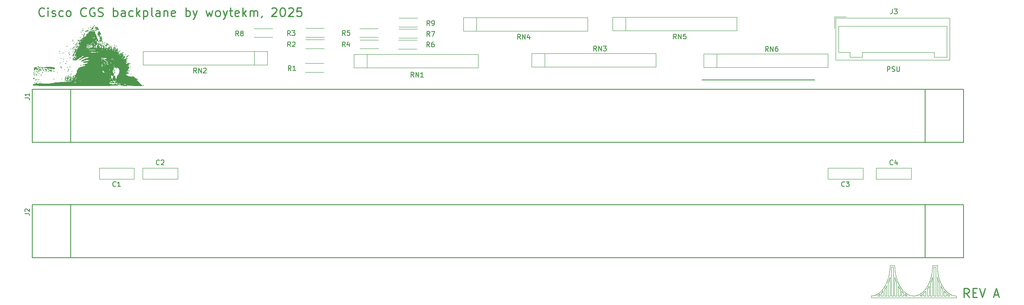
<source format=gbr>
%TF.GenerationSoftware,KiCad,Pcbnew,9.0.7*%
%TF.CreationDate,2026-01-22T21:05:49+01:00*%
%TF.ProjectId,CGS Backplane,43475320-4261-4636-9b70-6c616e652e6b,rev?*%
%TF.SameCoordinates,Original*%
%TF.FileFunction,Legend,Top*%
%TF.FilePolarity,Positive*%
%FSLAX46Y46*%
G04 Gerber Fmt 4.6, Leading zero omitted, Abs format (unit mm)*
G04 Created by KiCad (PCBNEW 9.0.7) date 2026-01-22 21:05:49*
%MOMM*%
%LPD*%
G01*
G04 APERTURE LIST*
%ADD10C,0.090000*%
%ADD11C,0.250000*%
%ADD12C,0.150000*%
%ADD13C,0.010000*%
%ADD14C,0.120000*%
G04 APERTURE END LIST*
D10*
X222176000Y-142094000D02*
X222158000Y-142076000D01*
X222194000Y-142112000D02*
X222176000Y-142094000D01*
X222212000Y-142112000D02*
X222194000Y-142112000D01*
X222230000Y-142130000D02*
X222212000Y-142112000D01*
X222248000Y-142148000D02*
X222230000Y-142130000D01*
X222266000Y-142148000D02*
X222248000Y-142148000D01*
X222284000Y-142166000D02*
X222266000Y-142148000D01*
X222302000Y-142184000D02*
X222284000Y-142166000D01*
X222320000Y-142184000D02*
X222302000Y-142184000D01*
X222338000Y-142202000D02*
X222320000Y-142184000D01*
X222356000Y-142220000D02*
X222338000Y-142202000D01*
X222374000Y-142220000D02*
X222356000Y-142220000D01*
X222392000Y-142238000D02*
X222374000Y-142220000D01*
X222410000Y-142256000D02*
X222392000Y-142238000D01*
X222428000Y-142256000D02*
X222410000Y-142256000D01*
X222446000Y-142274000D02*
X222428000Y-142256000D01*
X222464000Y-142274000D02*
X222446000Y-142274000D01*
X222482000Y-142274000D02*
X222464000Y-142274000D01*
X222500000Y-142292000D02*
X222482000Y-142274000D01*
X222518000Y-142310000D02*
X222500000Y-142292000D01*
X222518000Y-142328000D02*
X222518000Y-142310000D01*
X222518000Y-142346000D02*
X222518000Y-142328000D01*
X222518000Y-142364000D02*
X222518000Y-142346000D01*
X222500000Y-142382000D02*
X222518000Y-142364000D01*
X222482000Y-142400000D02*
X222500000Y-142382000D01*
X222464000Y-142400000D02*
X222482000Y-142400000D01*
X222446000Y-142400000D02*
X222464000Y-142400000D01*
X222428000Y-142400000D02*
X222446000Y-142400000D01*
X222410000Y-142400000D02*
X222428000Y-142400000D01*
X222392000Y-142400000D02*
X222410000Y-142400000D01*
X222374000Y-142400000D02*
X222392000Y-142400000D01*
X222356000Y-142400000D02*
X222374000Y-142400000D01*
X222338000Y-142400000D02*
X222356000Y-142400000D01*
X222320000Y-142400000D02*
X222338000Y-142400000D01*
X222302000Y-142400000D02*
X222320000Y-142400000D01*
X222284000Y-142400000D02*
X222302000Y-142400000D01*
X222266000Y-142400000D02*
X222284000Y-142400000D01*
X222248000Y-142400000D02*
X222266000Y-142400000D01*
X222230000Y-142400000D02*
X222248000Y-142400000D01*
X222212000Y-142400000D02*
X222230000Y-142400000D01*
X222194000Y-142400000D02*
X222212000Y-142400000D01*
X222176000Y-142400000D02*
X222194000Y-142400000D01*
X222158000Y-142400000D02*
X222176000Y-142400000D01*
X222140000Y-142400000D02*
X222158000Y-142400000D01*
X222122000Y-142382000D02*
X222140000Y-142400000D01*
X222122000Y-142364000D02*
X222122000Y-142382000D01*
X222104000Y-142346000D02*
X222122000Y-142364000D01*
X222104000Y-142328000D02*
X222104000Y-142346000D01*
X222104000Y-142310000D02*
X222104000Y-142328000D01*
X222104000Y-142292000D02*
X222104000Y-142310000D01*
X222122000Y-142274000D02*
X222104000Y-142292000D01*
X222122000Y-142256000D02*
X222122000Y-142274000D01*
X222122000Y-142238000D02*
X222122000Y-142256000D01*
X222122000Y-142220000D02*
X222122000Y-142238000D01*
X222122000Y-142202000D02*
X222122000Y-142220000D01*
X222104000Y-142184000D02*
X222122000Y-142202000D01*
X222104000Y-142166000D02*
X222104000Y-142184000D01*
X222104000Y-142148000D02*
X222104000Y-142166000D01*
X222122000Y-142130000D02*
X222104000Y-142148000D01*
X222122000Y-142112000D02*
X222122000Y-142130000D01*
X222122000Y-142094000D02*
X222122000Y-142112000D01*
X222122000Y-142076000D02*
X222122000Y-142094000D01*
X222140000Y-142058000D02*
X222122000Y-142076000D01*
X222158000Y-142076000D02*
X222140000Y-142058000D01*
X216920000Y-142094000D02*
X216920000Y-142076000D01*
X216920000Y-142112000D02*
X216920000Y-142094000D01*
X216920000Y-142130000D02*
X216920000Y-142112000D01*
X216920000Y-142148000D02*
X216920000Y-142130000D01*
X216920000Y-142166000D02*
X216920000Y-142148000D01*
X216920000Y-142184000D02*
X216920000Y-142166000D01*
X216920000Y-142202000D02*
X216920000Y-142184000D01*
X216920000Y-142220000D02*
X216920000Y-142202000D01*
X216920000Y-142238000D02*
X216920000Y-142220000D01*
X216920000Y-142256000D02*
X216920000Y-142238000D01*
X216920000Y-142274000D02*
X216920000Y-142256000D01*
X216920000Y-142292000D02*
X216920000Y-142274000D01*
X216920000Y-142310000D02*
X216920000Y-142292000D01*
X216920000Y-142328000D02*
X216920000Y-142310000D01*
X216920000Y-142346000D02*
X216920000Y-142328000D01*
X216920000Y-142364000D02*
X216920000Y-142346000D01*
X216902000Y-142382000D02*
X216920000Y-142364000D01*
X216884000Y-142382000D02*
X216902000Y-142382000D01*
X216866000Y-142400000D02*
X216884000Y-142382000D01*
X216848000Y-142400000D02*
X216866000Y-142400000D01*
X216830000Y-142400000D02*
X216848000Y-142400000D01*
X216812000Y-142400000D02*
X216830000Y-142400000D01*
X216794000Y-142400000D02*
X216812000Y-142400000D01*
X216776000Y-142400000D02*
X216794000Y-142400000D01*
X216758000Y-142400000D02*
X216776000Y-142400000D01*
X216740000Y-142400000D02*
X216758000Y-142400000D01*
X216722000Y-142400000D02*
X216740000Y-142400000D01*
X216704000Y-142400000D02*
X216722000Y-142400000D01*
X216686000Y-142400000D02*
X216704000Y-142400000D01*
X216668000Y-142400000D02*
X216686000Y-142400000D01*
X216650000Y-142400000D02*
X216668000Y-142400000D01*
X216632000Y-142400000D02*
X216650000Y-142400000D01*
X216614000Y-142400000D02*
X216632000Y-142400000D01*
X216596000Y-142400000D02*
X216614000Y-142400000D01*
X216578000Y-142382000D02*
X216596000Y-142400000D01*
X216560000Y-142382000D02*
X216578000Y-142382000D01*
X216542000Y-142382000D02*
X216560000Y-142382000D01*
X216524000Y-142382000D02*
X216542000Y-142382000D01*
X216506000Y-142364000D02*
X216524000Y-142382000D01*
X216506000Y-142346000D02*
X216506000Y-142364000D01*
X216506000Y-142328000D02*
X216506000Y-142346000D01*
X216524000Y-142310000D02*
X216506000Y-142328000D01*
X216542000Y-142292000D02*
X216524000Y-142310000D01*
X216560000Y-142274000D02*
X216542000Y-142292000D01*
X216578000Y-142274000D02*
X216560000Y-142274000D01*
X216596000Y-142256000D02*
X216578000Y-142274000D01*
X216614000Y-142256000D02*
X216596000Y-142256000D01*
X216632000Y-142238000D02*
X216614000Y-142256000D01*
X216650000Y-142220000D02*
X216632000Y-142238000D01*
X216668000Y-142220000D02*
X216650000Y-142220000D01*
X216686000Y-142202000D02*
X216668000Y-142220000D01*
X216704000Y-142202000D02*
X216686000Y-142202000D01*
X216722000Y-142184000D02*
X216704000Y-142202000D01*
X216740000Y-142166000D02*
X216722000Y-142184000D01*
X216758000Y-142166000D02*
X216740000Y-142166000D01*
X216776000Y-142148000D02*
X216758000Y-142166000D01*
X216794000Y-142130000D02*
X216776000Y-142148000D01*
X216812000Y-142130000D02*
X216794000Y-142130000D01*
X216830000Y-142112000D02*
X216812000Y-142130000D01*
X216848000Y-142094000D02*
X216830000Y-142112000D01*
X216866000Y-142076000D02*
X216848000Y-142094000D01*
X216884000Y-142058000D02*
X216866000Y-142076000D01*
X216902000Y-142058000D02*
X216884000Y-142058000D01*
X216920000Y-142076000D02*
X216902000Y-142058000D01*
X213356000Y-142094000D02*
X213338000Y-142076000D01*
X213374000Y-142094000D02*
X213356000Y-142094000D01*
X213392000Y-142112000D02*
X213374000Y-142094000D01*
X213410000Y-142130000D02*
X213392000Y-142112000D01*
X213428000Y-142130000D02*
X213410000Y-142130000D01*
X213446000Y-142148000D02*
X213428000Y-142130000D01*
X213464000Y-142166000D02*
X213446000Y-142148000D01*
X213482000Y-142166000D02*
X213464000Y-142166000D01*
X213500000Y-142184000D02*
X213482000Y-142166000D01*
X213518000Y-142202000D02*
X213500000Y-142184000D01*
X213536000Y-142202000D02*
X213518000Y-142202000D01*
X213554000Y-142220000D02*
X213536000Y-142202000D01*
X213572000Y-142238000D02*
X213554000Y-142220000D01*
X213590000Y-142238000D02*
X213572000Y-142238000D01*
X213608000Y-142256000D02*
X213590000Y-142238000D01*
X213626000Y-142274000D02*
X213608000Y-142256000D01*
X213644000Y-142274000D02*
X213626000Y-142274000D01*
X213662000Y-142274000D02*
X213644000Y-142274000D01*
X213680000Y-142292000D02*
X213662000Y-142274000D01*
X213698000Y-142310000D02*
X213680000Y-142292000D01*
X213716000Y-142328000D02*
X213698000Y-142310000D01*
X213716000Y-142346000D02*
X213716000Y-142328000D01*
X213716000Y-142364000D02*
X213716000Y-142346000D01*
X213698000Y-142382000D02*
X213716000Y-142364000D01*
X213680000Y-142400000D02*
X213698000Y-142382000D01*
X213662000Y-142400000D02*
X213680000Y-142400000D01*
X213644000Y-142400000D02*
X213662000Y-142400000D01*
X213626000Y-142400000D02*
X213644000Y-142400000D01*
X213608000Y-142400000D02*
X213626000Y-142400000D01*
X213590000Y-142400000D02*
X213608000Y-142400000D01*
X213572000Y-142400000D02*
X213590000Y-142400000D01*
X213554000Y-142400000D02*
X213572000Y-142400000D01*
X213536000Y-142400000D02*
X213554000Y-142400000D01*
X213518000Y-142400000D02*
X213536000Y-142400000D01*
X213500000Y-142400000D02*
X213518000Y-142400000D01*
X213482000Y-142400000D02*
X213500000Y-142400000D01*
X213464000Y-142400000D02*
X213482000Y-142400000D01*
X213446000Y-142400000D02*
X213464000Y-142400000D01*
X213428000Y-142400000D02*
X213446000Y-142400000D01*
X213410000Y-142400000D02*
X213428000Y-142400000D01*
X213392000Y-142400000D02*
X213410000Y-142400000D01*
X213374000Y-142400000D02*
X213392000Y-142400000D01*
X213356000Y-142400000D02*
X213374000Y-142400000D01*
X213338000Y-142400000D02*
X213356000Y-142400000D01*
X213320000Y-142382000D02*
X213338000Y-142400000D01*
X213302000Y-142364000D02*
X213320000Y-142382000D01*
X213302000Y-142346000D02*
X213302000Y-142364000D01*
X213302000Y-142328000D02*
X213302000Y-142346000D01*
X213302000Y-142310000D02*
X213302000Y-142328000D01*
X213302000Y-142292000D02*
X213302000Y-142310000D01*
X213302000Y-142274000D02*
X213302000Y-142292000D01*
X213302000Y-142256000D02*
X213302000Y-142274000D01*
X213302000Y-142238000D02*
X213302000Y-142256000D01*
X213302000Y-142220000D02*
X213302000Y-142238000D01*
X213302000Y-142202000D02*
X213302000Y-142220000D01*
X213302000Y-142184000D02*
X213302000Y-142202000D01*
X213302000Y-142166000D02*
X213302000Y-142184000D01*
X213302000Y-142148000D02*
X213302000Y-142166000D01*
X213302000Y-142130000D02*
X213302000Y-142148000D01*
X213302000Y-142112000D02*
X213302000Y-142130000D01*
X213302000Y-142094000D02*
X213302000Y-142112000D01*
X213302000Y-142076000D02*
X213302000Y-142094000D01*
X213320000Y-142058000D02*
X213302000Y-142076000D01*
X213338000Y-142076000D02*
X213320000Y-142058000D01*
X208118000Y-142076000D02*
X208100000Y-142058000D01*
X208118000Y-142094000D02*
X208118000Y-142076000D01*
X208118000Y-142112000D02*
X208118000Y-142094000D01*
X208118000Y-142130000D02*
X208118000Y-142112000D01*
X208118000Y-142148000D02*
X208118000Y-142130000D01*
X208118000Y-142166000D02*
X208118000Y-142148000D01*
X208118000Y-142184000D02*
X208118000Y-142166000D01*
X208118000Y-142202000D02*
X208118000Y-142184000D01*
X208118000Y-142220000D02*
X208118000Y-142202000D01*
X208118000Y-142238000D02*
X208118000Y-142220000D01*
X208118000Y-142256000D02*
X208118000Y-142238000D01*
X208118000Y-142274000D02*
X208118000Y-142256000D01*
X208118000Y-142292000D02*
X208118000Y-142274000D01*
X208118000Y-142310000D02*
X208118000Y-142292000D01*
X208118000Y-142328000D02*
X208118000Y-142310000D01*
X208118000Y-142346000D02*
X208118000Y-142328000D01*
X208118000Y-142364000D02*
X208118000Y-142346000D01*
X208100000Y-142382000D02*
X208118000Y-142364000D01*
X208082000Y-142400000D02*
X208100000Y-142382000D01*
X208064000Y-142400000D02*
X208082000Y-142400000D01*
X208046000Y-142400000D02*
X208064000Y-142400000D01*
X208028000Y-142400000D02*
X208046000Y-142400000D01*
X208010000Y-142400000D02*
X208028000Y-142400000D01*
X207992000Y-142400000D02*
X208010000Y-142400000D01*
X207974000Y-142400000D02*
X207992000Y-142400000D01*
X207956000Y-142400000D02*
X207974000Y-142400000D01*
X207938000Y-142400000D02*
X207956000Y-142400000D01*
X207920000Y-142400000D02*
X207938000Y-142400000D01*
X207902000Y-142400000D02*
X207920000Y-142400000D01*
X207884000Y-142400000D02*
X207902000Y-142400000D01*
X207866000Y-142400000D02*
X207884000Y-142400000D01*
X207848000Y-142400000D02*
X207866000Y-142400000D01*
X207830000Y-142400000D02*
X207848000Y-142400000D01*
X207812000Y-142400000D02*
X207830000Y-142400000D01*
X207794000Y-142400000D02*
X207812000Y-142400000D01*
X207776000Y-142400000D02*
X207794000Y-142400000D01*
X207758000Y-142400000D02*
X207776000Y-142400000D01*
X207740000Y-142400000D02*
X207758000Y-142400000D01*
X207722000Y-142400000D02*
X207740000Y-142400000D01*
X207704000Y-142382000D02*
X207722000Y-142400000D01*
X207686000Y-142364000D02*
X207704000Y-142382000D01*
X207686000Y-142346000D02*
X207686000Y-142364000D01*
X207686000Y-142328000D02*
X207686000Y-142346000D01*
X207704000Y-142310000D02*
X207686000Y-142328000D01*
X207722000Y-142292000D02*
X207704000Y-142310000D01*
X207740000Y-142274000D02*
X207722000Y-142292000D01*
X207758000Y-142274000D02*
X207740000Y-142274000D01*
X207776000Y-142256000D02*
X207758000Y-142274000D01*
X207794000Y-142256000D02*
X207776000Y-142256000D01*
X207812000Y-142238000D02*
X207794000Y-142256000D01*
X207830000Y-142220000D02*
X207812000Y-142238000D01*
X207848000Y-142220000D02*
X207830000Y-142220000D01*
X207866000Y-142202000D02*
X207848000Y-142220000D01*
X207884000Y-142184000D02*
X207866000Y-142202000D01*
X207902000Y-142184000D02*
X207884000Y-142184000D01*
X207920000Y-142166000D02*
X207902000Y-142184000D01*
X207938000Y-142166000D02*
X207920000Y-142166000D01*
X207956000Y-142148000D02*
X207938000Y-142166000D01*
X207974000Y-142130000D02*
X207956000Y-142148000D01*
X207992000Y-142112000D02*
X207974000Y-142130000D01*
X208010000Y-142094000D02*
X207992000Y-142112000D01*
X208028000Y-142094000D02*
X208010000Y-142094000D01*
X208046000Y-142076000D02*
X208028000Y-142094000D01*
X208064000Y-142058000D02*
X208046000Y-142076000D01*
X208082000Y-142040000D02*
X208064000Y-142058000D01*
X208100000Y-142058000D02*
X208082000Y-142040000D01*
X212654000Y-141446000D02*
X212636000Y-141428000D01*
X212672000Y-141464000D02*
X212654000Y-141446000D01*
X212690000Y-141482000D02*
X212672000Y-141464000D01*
X212708000Y-141500000D02*
X212690000Y-141482000D01*
X212726000Y-141518000D02*
X212708000Y-141500000D01*
X212744000Y-141536000D02*
X212726000Y-141518000D01*
X212762000Y-141554000D02*
X212744000Y-141536000D01*
X212780000Y-141572000D02*
X212762000Y-141554000D01*
X212780000Y-141590000D02*
X212780000Y-141572000D01*
X212798000Y-141590000D02*
X212780000Y-141590000D01*
X212816000Y-141608000D02*
X212798000Y-141590000D01*
X212816000Y-141626000D02*
X212816000Y-141608000D01*
X212834000Y-141626000D02*
X212816000Y-141626000D01*
X212852000Y-141644000D02*
X212834000Y-141626000D01*
X212870000Y-141662000D02*
X212852000Y-141644000D01*
X212888000Y-141680000D02*
X212870000Y-141662000D01*
X212906000Y-141698000D02*
X212888000Y-141680000D01*
X212906000Y-141716000D02*
X212906000Y-141698000D01*
X212924000Y-141734000D02*
X212906000Y-141716000D01*
X212942000Y-141734000D02*
X212924000Y-141734000D01*
X212960000Y-141752000D02*
X212942000Y-141734000D01*
X212978000Y-141770000D02*
X212960000Y-141752000D01*
X212996000Y-141788000D02*
X212978000Y-141770000D01*
X213014000Y-141806000D02*
X212996000Y-141788000D01*
X213014000Y-141824000D02*
X213014000Y-141806000D01*
X213014000Y-141842000D02*
X213014000Y-141824000D01*
X213014000Y-141860000D02*
X213014000Y-141842000D01*
X213014000Y-141878000D02*
X213014000Y-141860000D01*
X213014000Y-141896000D02*
X213014000Y-141878000D01*
X213014000Y-141914000D02*
X213014000Y-141896000D01*
X213014000Y-141932000D02*
X213014000Y-141914000D01*
X213014000Y-141950000D02*
X213014000Y-141932000D01*
X213014000Y-141968000D02*
X213014000Y-141950000D01*
X213014000Y-141986000D02*
X213014000Y-141968000D01*
X213014000Y-142004000D02*
X213014000Y-141986000D01*
X213014000Y-142022000D02*
X213014000Y-142004000D01*
X213014000Y-142040000D02*
X213014000Y-142022000D01*
X213014000Y-142058000D02*
X213014000Y-142040000D01*
X213014000Y-142076000D02*
X213014000Y-142058000D01*
X213014000Y-142094000D02*
X213014000Y-142076000D01*
X213014000Y-142112000D02*
X213014000Y-142094000D01*
X213014000Y-142130000D02*
X213014000Y-142112000D01*
X213014000Y-142148000D02*
X213014000Y-142130000D01*
X213014000Y-142166000D02*
X213014000Y-142148000D01*
X213014000Y-142184000D02*
X213014000Y-142166000D01*
X213014000Y-142202000D02*
X213014000Y-142184000D01*
X213014000Y-142220000D02*
X213014000Y-142202000D01*
X213014000Y-142238000D02*
X213014000Y-142220000D01*
X213014000Y-142256000D02*
X213014000Y-142238000D01*
X213014000Y-142274000D02*
X213014000Y-142256000D01*
X213014000Y-142292000D02*
X213014000Y-142274000D01*
X213014000Y-142310000D02*
X213014000Y-142292000D01*
X213014000Y-142328000D02*
X213014000Y-142310000D01*
X213014000Y-142346000D02*
X213014000Y-142328000D01*
X213014000Y-142364000D02*
X213014000Y-142346000D01*
X212996000Y-142382000D02*
X213014000Y-142364000D01*
X212978000Y-142382000D02*
X212996000Y-142382000D01*
X212960000Y-142400000D02*
X212978000Y-142382000D01*
X212942000Y-142400000D02*
X212960000Y-142400000D01*
X212924000Y-142400000D02*
X212942000Y-142400000D01*
X212906000Y-142400000D02*
X212924000Y-142400000D01*
X212888000Y-142400000D02*
X212906000Y-142400000D01*
X212870000Y-142400000D02*
X212888000Y-142400000D01*
X212852000Y-142400000D02*
X212870000Y-142400000D01*
X212834000Y-142400000D02*
X212852000Y-142400000D01*
X212816000Y-142400000D02*
X212834000Y-142400000D01*
X212798000Y-142400000D02*
X212816000Y-142400000D01*
X212780000Y-142400000D02*
X212798000Y-142400000D01*
X212762000Y-142400000D02*
X212780000Y-142400000D01*
X212744000Y-142400000D02*
X212762000Y-142400000D01*
X212726000Y-142400000D02*
X212744000Y-142400000D01*
X212708000Y-142400000D02*
X212726000Y-142400000D01*
X212690000Y-142400000D02*
X212708000Y-142400000D01*
X212672000Y-142400000D02*
X212690000Y-142400000D01*
X212654000Y-142400000D02*
X212672000Y-142400000D01*
X212636000Y-142400000D02*
X212654000Y-142400000D01*
X212618000Y-142400000D02*
X212636000Y-142400000D01*
X212600000Y-142382000D02*
X212618000Y-142400000D01*
X212600000Y-142364000D02*
X212600000Y-142382000D01*
X212600000Y-142346000D02*
X212600000Y-142364000D01*
X212600000Y-142328000D02*
X212600000Y-142346000D01*
X212600000Y-142310000D02*
X212600000Y-142328000D01*
X212600000Y-142292000D02*
X212600000Y-142310000D01*
X212600000Y-142274000D02*
X212600000Y-142292000D01*
X212600000Y-142256000D02*
X212600000Y-142274000D01*
X212600000Y-142238000D02*
X212600000Y-142256000D01*
X212600000Y-142220000D02*
X212600000Y-142238000D01*
X212600000Y-142202000D02*
X212600000Y-142220000D01*
X212600000Y-142184000D02*
X212600000Y-142202000D01*
X212600000Y-142166000D02*
X212600000Y-142184000D01*
X212600000Y-142148000D02*
X212600000Y-142166000D01*
X212600000Y-142130000D02*
X212600000Y-142148000D01*
X212600000Y-142112000D02*
X212600000Y-142130000D01*
X212600000Y-142094000D02*
X212600000Y-142112000D01*
X212600000Y-142076000D02*
X212600000Y-142094000D01*
X212600000Y-142058000D02*
X212600000Y-142076000D01*
X212600000Y-142040000D02*
X212600000Y-142058000D01*
X212600000Y-142022000D02*
X212600000Y-142040000D01*
X212600000Y-142004000D02*
X212600000Y-142022000D01*
X212600000Y-141986000D02*
X212600000Y-142004000D01*
X212600000Y-141968000D02*
X212600000Y-141986000D01*
X212600000Y-141950000D02*
X212600000Y-141968000D01*
X212600000Y-141932000D02*
X212600000Y-141950000D01*
X212600000Y-141914000D02*
X212600000Y-141932000D01*
X212600000Y-141896000D02*
X212600000Y-141914000D01*
X212600000Y-141878000D02*
X212600000Y-141896000D01*
X212600000Y-141860000D02*
X212600000Y-141878000D01*
X212600000Y-141842000D02*
X212600000Y-141860000D01*
X212600000Y-141824000D02*
X212600000Y-141842000D01*
X212600000Y-141806000D02*
X212600000Y-141824000D01*
X212600000Y-141788000D02*
X212600000Y-141806000D01*
X212600000Y-141770000D02*
X212600000Y-141788000D01*
X212600000Y-141752000D02*
X212600000Y-141770000D01*
X212600000Y-141734000D02*
X212600000Y-141752000D01*
X212600000Y-141716000D02*
X212600000Y-141734000D01*
X212600000Y-141698000D02*
X212600000Y-141716000D01*
X212600000Y-141680000D02*
X212600000Y-141698000D01*
X212600000Y-141662000D02*
X212600000Y-141680000D01*
X212600000Y-141644000D02*
X212600000Y-141662000D01*
X212600000Y-141626000D02*
X212600000Y-141644000D01*
X212600000Y-141608000D02*
X212600000Y-141626000D01*
X212600000Y-141590000D02*
X212600000Y-141608000D01*
X212600000Y-141572000D02*
X212600000Y-141590000D01*
X212600000Y-141554000D02*
X212600000Y-141572000D01*
X212600000Y-141536000D02*
X212600000Y-141554000D01*
X212600000Y-141518000D02*
X212600000Y-141536000D01*
X212600000Y-141500000D02*
X212600000Y-141518000D01*
X212600000Y-141482000D02*
X212600000Y-141500000D01*
X212600000Y-141464000D02*
X212600000Y-141482000D01*
X212600000Y-141446000D02*
X212600000Y-141464000D01*
X212600000Y-141428000D02*
X212600000Y-141446000D01*
X212618000Y-141410000D02*
X212600000Y-141428000D01*
X212636000Y-141428000D02*
X212618000Y-141410000D01*
X208802000Y-141446000D02*
X208802000Y-141428000D01*
X208802000Y-141464000D02*
X208802000Y-141446000D01*
X208802000Y-141482000D02*
X208802000Y-141464000D01*
X208802000Y-141500000D02*
X208802000Y-141482000D01*
X208802000Y-141518000D02*
X208802000Y-141500000D01*
X208802000Y-141536000D02*
X208802000Y-141518000D01*
X208802000Y-141554000D02*
X208802000Y-141536000D01*
X208802000Y-141572000D02*
X208802000Y-141554000D01*
X208802000Y-141590000D02*
X208802000Y-141572000D01*
X208802000Y-141608000D02*
X208802000Y-141590000D01*
X208802000Y-141626000D02*
X208802000Y-141608000D01*
X208802000Y-141644000D02*
X208802000Y-141626000D01*
X208802000Y-141662000D02*
X208802000Y-141644000D01*
X208802000Y-141680000D02*
X208802000Y-141662000D01*
X208802000Y-141698000D02*
X208802000Y-141680000D01*
X208802000Y-141716000D02*
X208802000Y-141698000D01*
X208802000Y-141734000D02*
X208802000Y-141716000D01*
X208802000Y-141752000D02*
X208802000Y-141734000D01*
X208802000Y-141770000D02*
X208802000Y-141752000D01*
X208802000Y-141788000D02*
X208802000Y-141770000D01*
X208802000Y-141806000D02*
X208802000Y-141788000D01*
X208802000Y-141824000D02*
X208802000Y-141806000D01*
X208802000Y-141842000D02*
X208802000Y-141824000D01*
X208802000Y-141860000D02*
X208802000Y-141842000D01*
X208802000Y-141878000D02*
X208802000Y-141860000D01*
X208802000Y-141896000D02*
X208802000Y-141878000D01*
X208802000Y-141914000D02*
X208802000Y-141896000D01*
X208802000Y-141932000D02*
X208802000Y-141914000D01*
X208802000Y-141950000D02*
X208802000Y-141932000D01*
X208802000Y-141968000D02*
X208802000Y-141950000D01*
X208802000Y-141986000D02*
X208802000Y-141968000D01*
X208802000Y-142004000D02*
X208802000Y-141986000D01*
X208802000Y-142022000D02*
X208802000Y-142004000D01*
X208802000Y-142040000D02*
X208802000Y-142022000D01*
X208802000Y-142058000D02*
X208802000Y-142040000D01*
X208802000Y-142076000D02*
X208802000Y-142058000D01*
X208802000Y-142094000D02*
X208802000Y-142076000D01*
X208802000Y-142112000D02*
X208802000Y-142094000D01*
X208802000Y-142130000D02*
X208802000Y-142112000D01*
X208802000Y-142148000D02*
X208802000Y-142130000D01*
X208802000Y-142166000D02*
X208802000Y-142148000D01*
X208802000Y-142184000D02*
X208802000Y-142166000D01*
X208802000Y-142202000D02*
X208802000Y-142184000D01*
X208802000Y-142220000D02*
X208802000Y-142202000D01*
X208802000Y-142238000D02*
X208802000Y-142220000D01*
X208802000Y-142256000D02*
X208802000Y-142238000D01*
X208802000Y-142274000D02*
X208802000Y-142256000D01*
X208802000Y-142292000D02*
X208802000Y-142274000D01*
X208802000Y-142310000D02*
X208802000Y-142292000D01*
X208802000Y-142328000D02*
X208802000Y-142310000D01*
X208802000Y-142346000D02*
X208802000Y-142328000D01*
X208802000Y-142364000D02*
X208802000Y-142346000D01*
X208784000Y-142382000D02*
X208802000Y-142364000D01*
X208766000Y-142400000D02*
X208784000Y-142382000D01*
X208748000Y-142400000D02*
X208766000Y-142400000D01*
X208730000Y-142400000D02*
X208748000Y-142400000D01*
X208712000Y-142400000D02*
X208730000Y-142400000D01*
X208694000Y-142400000D02*
X208712000Y-142400000D01*
X208676000Y-142400000D02*
X208694000Y-142400000D01*
X208658000Y-142400000D02*
X208676000Y-142400000D01*
X208640000Y-142400000D02*
X208658000Y-142400000D01*
X208622000Y-142400000D02*
X208640000Y-142400000D01*
X208604000Y-142400000D02*
X208622000Y-142400000D01*
X208586000Y-142400000D02*
X208604000Y-142400000D01*
X208568000Y-142400000D02*
X208586000Y-142400000D01*
X208550000Y-142400000D02*
X208568000Y-142400000D01*
X208532000Y-142400000D02*
X208550000Y-142400000D01*
X208514000Y-142400000D02*
X208532000Y-142400000D01*
X208496000Y-142400000D02*
X208514000Y-142400000D01*
X208478000Y-142400000D02*
X208496000Y-142400000D01*
X208460000Y-142400000D02*
X208478000Y-142400000D01*
X208442000Y-142400000D02*
X208460000Y-142400000D01*
X208424000Y-142400000D02*
X208442000Y-142400000D01*
X208406000Y-142382000D02*
X208424000Y-142400000D01*
X208388000Y-142364000D02*
X208406000Y-142382000D01*
X208388000Y-142346000D02*
X208388000Y-142364000D01*
X208388000Y-142328000D02*
X208388000Y-142346000D01*
X208406000Y-142310000D02*
X208388000Y-142328000D01*
X208406000Y-142292000D02*
X208406000Y-142310000D01*
X208406000Y-142274000D02*
X208406000Y-142292000D01*
X208406000Y-142256000D02*
X208406000Y-142274000D01*
X208406000Y-142238000D02*
X208406000Y-142256000D01*
X208406000Y-142220000D02*
X208406000Y-142238000D01*
X208406000Y-142202000D02*
X208406000Y-142220000D01*
X208406000Y-142184000D02*
X208406000Y-142202000D01*
X208406000Y-142166000D02*
X208406000Y-142184000D01*
X208406000Y-142148000D02*
X208406000Y-142166000D01*
X208406000Y-142130000D02*
X208406000Y-142148000D01*
X208406000Y-142112000D02*
X208406000Y-142130000D01*
X208406000Y-142094000D02*
X208406000Y-142112000D01*
X208406000Y-142076000D02*
X208406000Y-142094000D01*
X208406000Y-142058000D02*
X208406000Y-142076000D01*
X208406000Y-142040000D02*
X208406000Y-142058000D01*
X208406000Y-142022000D02*
X208406000Y-142040000D01*
X208406000Y-142004000D02*
X208406000Y-142022000D01*
X208406000Y-141986000D02*
X208406000Y-142004000D01*
X208406000Y-141968000D02*
X208406000Y-141986000D01*
X208406000Y-141950000D02*
X208406000Y-141968000D01*
X208406000Y-141932000D02*
X208406000Y-141950000D01*
X208406000Y-141914000D02*
X208406000Y-141932000D01*
X208406000Y-141896000D02*
X208406000Y-141914000D01*
X208406000Y-141878000D02*
X208406000Y-141896000D01*
X208406000Y-141860000D02*
X208406000Y-141878000D01*
X208406000Y-141842000D02*
X208406000Y-141860000D01*
X208406000Y-141824000D02*
X208406000Y-141842000D01*
X208406000Y-141806000D02*
X208406000Y-141824000D01*
X208406000Y-141788000D02*
X208406000Y-141806000D01*
X208424000Y-141770000D02*
X208406000Y-141788000D01*
X208442000Y-141770000D02*
X208424000Y-141770000D01*
X208442000Y-141752000D02*
X208442000Y-141770000D01*
X208460000Y-141734000D02*
X208442000Y-141752000D01*
X208478000Y-141734000D02*
X208460000Y-141734000D01*
X208496000Y-141716000D02*
X208478000Y-141734000D01*
X208514000Y-141698000D02*
X208496000Y-141716000D01*
X208532000Y-141680000D02*
X208514000Y-141698000D01*
X208532000Y-141662000D02*
X208532000Y-141680000D01*
X208550000Y-141644000D02*
X208532000Y-141662000D01*
X208568000Y-141626000D02*
X208550000Y-141644000D01*
X208586000Y-141626000D02*
X208568000Y-141626000D01*
X208604000Y-141608000D02*
X208586000Y-141626000D01*
X208622000Y-141590000D02*
X208604000Y-141608000D01*
X208622000Y-141572000D02*
X208622000Y-141590000D01*
X208640000Y-141554000D02*
X208622000Y-141572000D01*
X208658000Y-141536000D02*
X208640000Y-141554000D01*
X208676000Y-141518000D02*
X208658000Y-141536000D01*
X208694000Y-141500000D02*
X208676000Y-141518000D01*
X208712000Y-141482000D02*
X208694000Y-141500000D01*
X208730000Y-141464000D02*
X208712000Y-141482000D01*
X208748000Y-141446000D02*
X208730000Y-141464000D01*
X208766000Y-141428000D02*
X208748000Y-141446000D01*
X208784000Y-141410000D02*
X208766000Y-141428000D01*
X208802000Y-141428000D02*
X208784000Y-141410000D01*
X221456000Y-141428000D02*
X221456000Y-141410000D01*
X221474000Y-141446000D02*
X221456000Y-141428000D01*
X221492000Y-141464000D02*
X221474000Y-141446000D01*
X221510000Y-141482000D02*
X221492000Y-141464000D01*
X221528000Y-141500000D02*
X221510000Y-141482000D01*
X221546000Y-141518000D02*
X221528000Y-141500000D01*
X221546000Y-141536000D02*
X221546000Y-141518000D01*
X221564000Y-141554000D02*
X221546000Y-141536000D01*
X221582000Y-141572000D02*
X221564000Y-141554000D01*
X221600000Y-141590000D02*
X221582000Y-141572000D01*
X221618000Y-141608000D02*
X221600000Y-141590000D01*
X221636000Y-141626000D02*
X221618000Y-141608000D01*
X221654000Y-141644000D02*
X221636000Y-141626000D01*
X221672000Y-141662000D02*
X221654000Y-141644000D01*
X221690000Y-141680000D02*
X221672000Y-141662000D01*
X221708000Y-141698000D02*
X221690000Y-141680000D01*
X221726000Y-141716000D02*
X221708000Y-141698000D01*
X221744000Y-141734000D02*
X221726000Y-141716000D01*
X221762000Y-141752000D02*
X221744000Y-141734000D01*
X221780000Y-141770000D02*
X221762000Y-141752000D01*
X221798000Y-141788000D02*
X221780000Y-141770000D01*
X221816000Y-141806000D02*
X221798000Y-141788000D01*
X221834000Y-141824000D02*
X221816000Y-141806000D01*
X221816000Y-141842000D02*
X221834000Y-141824000D01*
X221816000Y-141860000D02*
X221816000Y-141842000D01*
X221816000Y-141878000D02*
X221816000Y-141860000D01*
X221816000Y-141896000D02*
X221816000Y-141878000D01*
X221816000Y-141914000D02*
X221816000Y-141896000D01*
X221816000Y-141932000D02*
X221816000Y-141914000D01*
X221816000Y-141950000D02*
X221816000Y-141932000D01*
X221816000Y-141968000D02*
X221816000Y-141950000D01*
X221816000Y-141986000D02*
X221816000Y-141968000D01*
X221816000Y-142004000D02*
X221816000Y-141986000D01*
X221816000Y-142022000D02*
X221816000Y-142004000D01*
X221816000Y-142040000D02*
X221816000Y-142022000D01*
X221816000Y-142058000D02*
X221816000Y-142040000D01*
X221816000Y-142076000D02*
X221816000Y-142058000D01*
X221816000Y-142094000D02*
X221816000Y-142076000D01*
X221816000Y-142112000D02*
X221816000Y-142094000D01*
X221834000Y-142130000D02*
X221816000Y-142112000D01*
X221834000Y-142148000D02*
X221834000Y-142130000D01*
X221816000Y-142166000D02*
X221834000Y-142148000D01*
X221816000Y-142184000D02*
X221816000Y-142166000D01*
X221816000Y-142202000D02*
X221816000Y-142184000D01*
X221816000Y-142220000D02*
X221816000Y-142202000D01*
X221816000Y-142238000D02*
X221816000Y-142220000D01*
X221816000Y-142256000D02*
X221816000Y-142238000D01*
X221816000Y-142274000D02*
X221816000Y-142256000D01*
X221816000Y-142292000D02*
X221816000Y-142274000D01*
X221816000Y-142310000D02*
X221816000Y-142292000D01*
X221834000Y-142328000D02*
X221816000Y-142310000D01*
X221834000Y-142346000D02*
X221834000Y-142328000D01*
X221834000Y-142364000D02*
X221834000Y-142346000D01*
X221816000Y-142382000D02*
X221834000Y-142364000D01*
X221798000Y-142400000D02*
X221816000Y-142382000D01*
X221780000Y-142400000D02*
X221798000Y-142400000D01*
X221762000Y-142400000D02*
X221780000Y-142400000D01*
X221744000Y-142400000D02*
X221762000Y-142400000D01*
X221726000Y-142400000D02*
X221744000Y-142400000D01*
X221708000Y-142400000D02*
X221726000Y-142400000D01*
X221690000Y-142400000D02*
X221708000Y-142400000D01*
X221672000Y-142400000D02*
X221690000Y-142400000D01*
X221654000Y-142400000D02*
X221672000Y-142400000D01*
X221636000Y-142400000D02*
X221654000Y-142400000D01*
X221618000Y-142400000D02*
X221636000Y-142400000D01*
X221600000Y-142400000D02*
X221618000Y-142400000D01*
X221582000Y-142400000D02*
X221600000Y-142400000D01*
X221564000Y-142400000D02*
X221582000Y-142400000D01*
X221546000Y-142400000D02*
X221564000Y-142400000D01*
X221528000Y-142400000D02*
X221546000Y-142400000D01*
X221510000Y-142400000D02*
X221528000Y-142400000D01*
X221492000Y-142400000D02*
X221510000Y-142400000D01*
X221474000Y-142400000D02*
X221492000Y-142400000D01*
X221456000Y-142400000D02*
X221474000Y-142400000D01*
X221438000Y-142400000D02*
X221456000Y-142400000D01*
X221420000Y-142382000D02*
X221438000Y-142400000D01*
X221420000Y-142364000D02*
X221420000Y-142382000D01*
X221402000Y-142346000D02*
X221420000Y-142364000D01*
X221402000Y-142328000D02*
X221402000Y-142346000D01*
X221420000Y-142310000D02*
X221402000Y-142328000D01*
X221420000Y-142292000D02*
X221420000Y-142310000D01*
X221420000Y-142274000D02*
X221420000Y-142292000D01*
X221420000Y-142256000D02*
X221420000Y-142274000D01*
X221420000Y-142238000D02*
X221420000Y-142256000D01*
X221420000Y-142220000D02*
X221420000Y-142238000D01*
X221420000Y-142202000D02*
X221420000Y-142220000D01*
X221420000Y-142184000D02*
X221420000Y-142202000D01*
X221420000Y-142166000D02*
X221420000Y-142184000D01*
X221420000Y-142148000D02*
X221420000Y-142166000D01*
X221420000Y-142130000D02*
X221420000Y-142148000D01*
X221420000Y-142112000D02*
X221420000Y-142130000D01*
X221420000Y-142094000D02*
X221420000Y-142112000D01*
X221420000Y-142076000D02*
X221420000Y-142094000D01*
X221420000Y-142058000D02*
X221420000Y-142076000D01*
X221420000Y-142040000D02*
X221420000Y-142058000D01*
X221420000Y-142022000D02*
X221420000Y-142040000D01*
X221420000Y-142004000D02*
X221420000Y-142022000D01*
X221420000Y-141986000D02*
X221420000Y-142004000D01*
X221420000Y-141968000D02*
X221420000Y-141986000D01*
X221420000Y-141950000D02*
X221420000Y-141968000D01*
X221420000Y-141932000D02*
X221420000Y-141950000D01*
X221420000Y-141914000D02*
X221420000Y-141932000D01*
X221420000Y-141896000D02*
X221420000Y-141914000D01*
X221420000Y-141878000D02*
X221420000Y-141896000D01*
X221420000Y-141860000D02*
X221420000Y-141878000D01*
X221420000Y-141842000D02*
X221420000Y-141860000D01*
X221420000Y-141824000D02*
X221420000Y-141842000D01*
X221420000Y-141806000D02*
X221420000Y-141824000D01*
X221420000Y-141788000D02*
X221420000Y-141806000D01*
X221420000Y-141770000D02*
X221420000Y-141788000D01*
X221420000Y-141752000D02*
X221420000Y-141770000D01*
X221420000Y-141734000D02*
X221420000Y-141752000D01*
X221420000Y-141716000D02*
X221420000Y-141734000D01*
X221420000Y-141698000D02*
X221420000Y-141716000D01*
X221420000Y-141680000D02*
X221420000Y-141698000D01*
X221420000Y-141662000D02*
X221420000Y-141680000D01*
X221420000Y-141644000D02*
X221420000Y-141662000D01*
X221420000Y-141626000D02*
X221420000Y-141644000D01*
X221420000Y-141608000D02*
X221420000Y-141626000D01*
X221420000Y-141590000D02*
X221420000Y-141608000D01*
X221420000Y-141572000D02*
X221420000Y-141590000D01*
X221420000Y-141554000D02*
X221420000Y-141572000D01*
X221420000Y-141536000D02*
X221420000Y-141554000D01*
X221420000Y-141518000D02*
X221420000Y-141536000D01*
X221420000Y-141500000D02*
X221420000Y-141518000D01*
X221420000Y-141482000D02*
X221420000Y-141500000D01*
X221420000Y-141464000D02*
X221420000Y-141482000D01*
X221402000Y-141446000D02*
X221420000Y-141464000D01*
X221402000Y-141428000D02*
X221402000Y-141446000D01*
X221420000Y-141410000D02*
X221402000Y-141428000D01*
X221438000Y-141392000D02*
X221420000Y-141410000D01*
X221456000Y-141410000D02*
X221438000Y-141392000D01*
X217622000Y-141428000D02*
X217622000Y-141410000D01*
X217622000Y-141446000D02*
X217622000Y-141428000D01*
X217622000Y-141464000D02*
X217622000Y-141446000D01*
X217622000Y-141482000D02*
X217622000Y-141464000D01*
X217622000Y-141500000D02*
X217622000Y-141482000D01*
X217622000Y-141518000D02*
X217622000Y-141500000D01*
X217622000Y-141536000D02*
X217622000Y-141518000D01*
X217622000Y-141554000D02*
X217622000Y-141536000D01*
X217622000Y-141572000D02*
X217622000Y-141554000D01*
X217622000Y-141590000D02*
X217622000Y-141572000D01*
X217622000Y-141608000D02*
X217622000Y-141590000D01*
X217622000Y-141626000D02*
X217622000Y-141608000D01*
X217622000Y-141644000D02*
X217622000Y-141626000D01*
X217622000Y-141662000D02*
X217622000Y-141644000D01*
X217622000Y-141680000D02*
X217622000Y-141662000D01*
X217622000Y-141698000D02*
X217622000Y-141680000D01*
X217622000Y-141716000D02*
X217622000Y-141698000D01*
X217622000Y-141734000D02*
X217622000Y-141716000D01*
X217622000Y-141752000D02*
X217622000Y-141734000D01*
X217622000Y-141770000D02*
X217622000Y-141752000D01*
X217622000Y-141788000D02*
X217622000Y-141770000D01*
X217622000Y-141806000D02*
X217622000Y-141788000D01*
X217622000Y-141824000D02*
X217622000Y-141806000D01*
X217622000Y-141842000D02*
X217622000Y-141824000D01*
X217622000Y-141860000D02*
X217622000Y-141842000D01*
X217622000Y-141878000D02*
X217622000Y-141860000D01*
X217622000Y-141896000D02*
X217622000Y-141878000D01*
X217622000Y-141914000D02*
X217622000Y-141896000D01*
X217622000Y-141932000D02*
X217622000Y-141914000D01*
X217622000Y-141950000D02*
X217622000Y-141932000D01*
X217622000Y-141968000D02*
X217622000Y-141950000D01*
X217622000Y-141986000D02*
X217622000Y-141968000D01*
X217622000Y-142004000D02*
X217622000Y-141986000D01*
X217622000Y-142022000D02*
X217622000Y-142004000D01*
X217622000Y-142040000D02*
X217622000Y-142022000D01*
X217622000Y-142058000D02*
X217622000Y-142040000D01*
X217622000Y-142076000D02*
X217622000Y-142058000D01*
X217622000Y-142094000D02*
X217622000Y-142076000D01*
X217622000Y-142112000D02*
X217622000Y-142094000D01*
X217622000Y-142130000D02*
X217622000Y-142112000D01*
X217622000Y-142148000D02*
X217622000Y-142130000D01*
X217622000Y-142166000D02*
X217622000Y-142148000D01*
X217622000Y-142184000D02*
X217622000Y-142166000D01*
X217622000Y-142202000D02*
X217622000Y-142184000D01*
X217622000Y-142220000D02*
X217622000Y-142202000D01*
X217622000Y-142238000D02*
X217622000Y-142220000D01*
X217622000Y-142256000D02*
X217622000Y-142238000D01*
X217622000Y-142274000D02*
X217622000Y-142256000D01*
X217622000Y-142292000D02*
X217622000Y-142274000D01*
X217622000Y-142310000D02*
X217622000Y-142292000D01*
X217622000Y-142328000D02*
X217622000Y-142310000D01*
X217622000Y-142346000D02*
X217622000Y-142328000D01*
X217622000Y-142364000D02*
X217622000Y-142346000D01*
X217604000Y-142382000D02*
X217622000Y-142364000D01*
X217586000Y-142400000D02*
X217604000Y-142382000D01*
X217568000Y-142400000D02*
X217586000Y-142400000D01*
X217550000Y-142400000D02*
X217568000Y-142400000D01*
X217532000Y-142400000D02*
X217550000Y-142400000D01*
X217514000Y-142400000D02*
X217532000Y-142400000D01*
X217496000Y-142400000D02*
X217514000Y-142400000D01*
X217478000Y-142400000D02*
X217496000Y-142400000D01*
X217460000Y-142400000D02*
X217478000Y-142400000D01*
X217442000Y-142400000D02*
X217460000Y-142400000D01*
X217424000Y-142400000D02*
X217442000Y-142400000D01*
X217406000Y-142400000D02*
X217424000Y-142400000D01*
X217388000Y-142400000D02*
X217406000Y-142400000D01*
X217370000Y-142400000D02*
X217388000Y-142400000D01*
X217352000Y-142400000D02*
X217370000Y-142400000D01*
X217334000Y-142400000D02*
X217352000Y-142400000D01*
X217316000Y-142400000D02*
X217334000Y-142400000D01*
X217298000Y-142400000D02*
X217316000Y-142400000D01*
X217280000Y-142400000D02*
X217298000Y-142400000D01*
X217262000Y-142400000D02*
X217280000Y-142400000D01*
X217244000Y-142382000D02*
X217262000Y-142400000D01*
X217226000Y-142382000D02*
X217244000Y-142382000D01*
X217208000Y-142364000D02*
X217226000Y-142382000D01*
X217208000Y-142346000D02*
X217208000Y-142364000D01*
X217208000Y-142328000D02*
X217208000Y-142346000D01*
X217208000Y-142310000D02*
X217208000Y-142328000D01*
X217208000Y-142292000D02*
X217208000Y-142310000D01*
X217208000Y-142274000D02*
X217208000Y-142292000D01*
X217208000Y-142256000D02*
X217208000Y-142274000D01*
X217208000Y-142238000D02*
X217208000Y-142256000D01*
X217208000Y-142220000D02*
X217208000Y-142238000D01*
X217208000Y-142202000D02*
X217208000Y-142220000D01*
X217208000Y-142184000D02*
X217208000Y-142202000D01*
X217208000Y-142166000D02*
X217208000Y-142184000D01*
X217208000Y-142148000D02*
X217208000Y-142166000D01*
X217208000Y-142130000D02*
X217208000Y-142148000D01*
X217208000Y-142112000D02*
X217208000Y-142130000D01*
X217208000Y-142094000D02*
X217208000Y-142112000D01*
X217208000Y-142076000D02*
X217208000Y-142094000D01*
X217208000Y-142058000D02*
X217208000Y-142076000D01*
X217208000Y-142040000D02*
X217208000Y-142058000D01*
X217208000Y-142022000D02*
X217208000Y-142040000D01*
X217208000Y-142004000D02*
X217208000Y-142022000D01*
X217208000Y-141986000D02*
X217208000Y-142004000D01*
X217208000Y-141968000D02*
X217208000Y-141986000D01*
X217208000Y-141950000D02*
X217208000Y-141968000D01*
X217208000Y-141932000D02*
X217208000Y-141950000D01*
X217208000Y-141914000D02*
X217208000Y-141932000D01*
X217208000Y-141896000D02*
X217208000Y-141914000D01*
X217208000Y-141878000D02*
X217208000Y-141896000D01*
X217208000Y-141860000D02*
X217208000Y-141878000D01*
X217208000Y-141842000D02*
X217208000Y-141860000D01*
X217208000Y-141824000D02*
X217208000Y-141842000D01*
X217208000Y-141806000D02*
X217208000Y-141824000D01*
X217226000Y-141788000D02*
X217208000Y-141806000D01*
X217244000Y-141770000D02*
X217226000Y-141788000D01*
X217262000Y-141752000D02*
X217244000Y-141770000D01*
X217280000Y-141734000D02*
X217262000Y-141752000D01*
X217298000Y-141716000D02*
X217280000Y-141734000D01*
X217316000Y-141698000D02*
X217298000Y-141716000D01*
X217334000Y-141680000D02*
X217316000Y-141698000D01*
X217352000Y-141662000D02*
X217334000Y-141680000D01*
X217370000Y-141644000D02*
X217352000Y-141662000D01*
X217388000Y-141626000D02*
X217370000Y-141644000D01*
X217406000Y-141608000D02*
X217388000Y-141626000D01*
X217424000Y-141590000D02*
X217406000Y-141608000D01*
X217442000Y-141572000D02*
X217424000Y-141590000D01*
X217460000Y-141554000D02*
X217442000Y-141572000D01*
X217478000Y-141536000D02*
X217460000Y-141554000D01*
X217496000Y-141518000D02*
X217478000Y-141536000D01*
X217514000Y-141500000D02*
X217496000Y-141518000D01*
X217532000Y-141482000D02*
X217514000Y-141500000D01*
X217550000Y-141464000D02*
X217532000Y-141482000D01*
X217568000Y-141446000D02*
X217550000Y-141464000D01*
X217568000Y-141428000D02*
X217568000Y-141446000D01*
X217586000Y-141410000D02*
X217568000Y-141428000D01*
X217604000Y-141392000D02*
X217586000Y-141410000D01*
X217622000Y-141410000D02*
X217604000Y-141392000D01*
X220754000Y-140402000D02*
X220736000Y-140384000D01*
X220754000Y-140420000D02*
X220754000Y-140402000D01*
X220772000Y-140438000D02*
X220754000Y-140420000D01*
X220772000Y-140456000D02*
X220772000Y-140438000D01*
X220790000Y-140474000D02*
X220772000Y-140456000D01*
X220808000Y-140492000D02*
X220790000Y-140474000D01*
X220808000Y-140510000D02*
X220808000Y-140492000D01*
X220826000Y-140528000D02*
X220808000Y-140510000D01*
X220826000Y-140546000D02*
X220826000Y-140528000D01*
X220844000Y-140564000D02*
X220826000Y-140546000D01*
X220844000Y-140582000D02*
X220844000Y-140564000D01*
X220862000Y-140600000D02*
X220844000Y-140582000D01*
X220880000Y-140618000D02*
X220862000Y-140600000D01*
X220880000Y-140636000D02*
X220880000Y-140618000D01*
X220898000Y-140654000D02*
X220880000Y-140636000D01*
X220898000Y-140672000D02*
X220898000Y-140654000D01*
X220916000Y-140690000D02*
X220898000Y-140672000D01*
X220934000Y-140708000D02*
X220916000Y-140690000D01*
X220934000Y-140726000D02*
X220934000Y-140708000D01*
X220952000Y-140744000D02*
X220934000Y-140726000D01*
X220970000Y-140762000D02*
X220952000Y-140744000D01*
X220970000Y-140780000D02*
X220970000Y-140762000D01*
X220988000Y-140798000D02*
X220970000Y-140780000D01*
X220988000Y-140816000D02*
X220988000Y-140798000D01*
X221006000Y-140834000D02*
X220988000Y-140816000D01*
X221024000Y-140852000D02*
X221006000Y-140834000D01*
X221024000Y-140870000D02*
X221024000Y-140852000D01*
X221042000Y-140888000D02*
X221024000Y-140870000D01*
X221060000Y-140906000D02*
X221042000Y-140888000D01*
X221078000Y-140924000D02*
X221060000Y-140906000D01*
X221078000Y-140942000D02*
X221078000Y-140924000D01*
X221096000Y-140960000D02*
X221078000Y-140942000D01*
X221114000Y-140978000D02*
X221096000Y-140960000D01*
X221114000Y-140996000D02*
X221114000Y-140978000D01*
X221114000Y-141014000D02*
X221114000Y-140996000D01*
X221132000Y-141032000D02*
X221114000Y-141014000D01*
X221114000Y-141050000D02*
X221132000Y-141032000D01*
X221114000Y-141068000D02*
X221114000Y-141050000D01*
X221114000Y-141086000D02*
X221114000Y-141068000D01*
X221114000Y-141104000D02*
X221114000Y-141086000D01*
X221114000Y-141122000D02*
X221114000Y-141104000D01*
X221114000Y-141140000D02*
X221114000Y-141122000D01*
X221132000Y-141158000D02*
X221114000Y-141140000D01*
X221132000Y-141176000D02*
X221132000Y-141158000D01*
X221132000Y-141194000D02*
X221132000Y-141176000D01*
X221132000Y-141212000D02*
X221132000Y-141194000D01*
X221132000Y-141230000D02*
X221132000Y-141212000D01*
X221132000Y-141248000D02*
X221132000Y-141230000D01*
X221132000Y-141266000D02*
X221132000Y-141248000D01*
X221132000Y-141284000D02*
X221132000Y-141266000D01*
X221132000Y-141302000D02*
X221132000Y-141284000D01*
X221132000Y-141320000D02*
X221132000Y-141302000D01*
X221132000Y-141338000D02*
X221132000Y-141320000D01*
X221132000Y-141356000D02*
X221132000Y-141338000D01*
X221132000Y-141374000D02*
X221132000Y-141356000D01*
X221132000Y-141392000D02*
X221132000Y-141374000D01*
X221132000Y-141410000D02*
X221132000Y-141392000D01*
X221132000Y-141428000D02*
X221132000Y-141410000D01*
X221132000Y-141446000D02*
X221132000Y-141428000D01*
X221132000Y-141464000D02*
X221132000Y-141446000D01*
X221132000Y-141482000D02*
X221132000Y-141464000D01*
X221132000Y-141500000D02*
X221132000Y-141482000D01*
X221132000Y-141518000D02*
X221132000Y-141500000D01*
X221132000Y-141536000D02*
X221132000Y-141518000D01*
X221132000Y-141554000D02*
X221132000Y-141536000D01*
X221132000Y-141572000D02*
X221132000Y-141554000D01*
X221132000Y-141590000D02*
X221132000Y-141572000D01*
X221132000Y-141608000D02*
X221132000Y-141590000D01*
X221132000Y-141626000D02*
X221132000Y-141608000D01*
X221132000Y-141644000D02*
X221132000Y-141626000D01*
X221132000Y-141662000D02*
X221132000Y-141644000D01*
X221132000Y-141680000D02*
X221132000Y-141662000D01*
X221132000Y-141698000D02*
X221132000Y-141680000D01*
X221132000Y-141716000D02*
X221132000Y-141698000D01*
X221132000Y-141734000D02*
X221132000Y-141716000D01*
X221132000Y-141752000D02*
X221132000Y-141734000D01*
X221132000Y-141770000D02*
X221132000Y-141752000D01*
X221132000Y-141788000D02*
X221132000Y-141770000D01*
X221132000Y-141806000D02*
X221132000Y-141788000D01*
X221132000Y-141824000D02*
X221132000Y-141806000D01*
X221132000Y-141842000D02*
X221132000Y-141824000D01*
X221132000Y-141860000D02*
X221132000Y-141842000D01*
X221132000Y-141878000D02*
X221132000Y-141860000D01*
X221132000Y-141896000D02*
X221132000Y-141878000D01*
X221132000Y-141914000D02*
X221132000Y-141896000D01*
X221132000Y-141932000D02*
X221132000Y-141914000D01*
X221132000Y-141950000D02*
X221132000Y-141932000D01*
X221132000Y-141968000D02*
X221132000Y-141950000D01*
X221132000Y-141986000D02*
X221132000Y-141968000D01*
X221132000Y-142004000D02*
X221132000Y-141986000D01*
X221132000Y-142022000D02*
X221132000Y-142004000D01*
X221132000Y-142040000D02*
X221132000Y-142022000D01*
X221132000Y-142058000D02*
X221132000Y-142040000D01*
X221132000Y-142076000D02*
X221132000Y-142058000D01*
X221132000Y-142094000D02*
X221132000Y-142076000D01*
X221132000Y-142112000D02*
X221132000Y-142094000D01*
X221132000Y-142130000D02*
X221132000Y-142112000D01*
X221132000Y-142148000D02*
X221132000Y-142130000D01*
X221132000Y-142166000D02*
X221132000Y-142148000D01*
X221132000Y-142184000D02*
X221132000Y-142166000D01*
X221132000Y-142202000D02*
X221132000Y-142184000D01*
X221132000Y-142220000D02*
X221132000Y-142202000D01*
X221132000Y-142238000D02*
X221132000Y-142220000D01*
X221132000Y-142256000D02*
X221132000Y-142238000D01*
X221132000Y-142274000D02*
X221132000Y-142256000D01*
X221132000Y-142292000D02*
X221132000Y-142274000D01*
X221132000Y-142310000D02*
X221132000Y-142292000D01*
X221132000Y-142328000D02*
X221132000Y-142310000D01*
X221132000Y-142346000D02*
X221132000Y-142328000D01*
X221114000Y-142364000D02*
X221132000Y-142346000D01*
X221114000Y-142382000D02*
X221114000Y-142364000D01*
X221096000Y-142400000D02*
X221114000Y-142382000D01*
X221078000Y-142400000D02*
X221096000Y-142400000D01*
X221060000Y-142400000D02*
X221078000Y-142400000D01*
X221042000Y-142400000D02*
X221060000Y-142400000D01*
X221024000Y-142400000D02*
X221042000Y-142400000D01*
X221006000Y-142400000D02*
X221024000Y-142400000D01*
X220988000Y-142400000D02*
X221006000Y-142400000D01*
X220970000Y-142400000D02*
X220988000Y-142400000D01*
X220952000Y-142400000D02*
X220970000Y-142400000D01*
X220934000Y-142400000D02*
X220952000Y-142400000D01*
X220916000Y-142400000D02*
X220934000Y-142400000D01*
X220898000Y-142400000D02*
X220916000Y-142400000D01*
X220880000Y-142400000D02*
X220898000Y-142400000D01*
X220862000Y-142400000D02*
X220880000Y-142400000D01*
X220844000Y-142400000D02*
X220862000Y-142400000D01*
X220826000Y-142400000D02*
X220844000Y-142400000D01*
X220808000Y-142400000D02*
X220826000Y-142400000D01*
X220790000Y-142400000D02*
X220808000Y-142400000D01*
X220772000Y-142400000D02*
X220790000Y-142400000D01*
X220754000Y-142400000D02*
X220772000Y-142400000D01*
X220736000Y-142400000D02*
X220754000Y-142400000D01*
X220718000Y-142382000D02*
X220736000Y-142400000D01*
X220718000Y-142364000D02*
X220718000Y-142382000D01*
X220718000Y-142346000D02*
X220718000Y-142364000D01*
X220718000Y-142328000D02*
X220718000Y-142346000D01*
X220718000Y-142310000D02*
X220718000Y-142328000D01*
X220718000Y-142292000D02*
X220718000Y-142310000D01*
X220718000Y-142274000D02*
X220718000Y-142292000D01*
X220718000Y-142256000D02*
X220718000Y-142274000D01*
X220718000Y-142238000D02*
X220718000Y-142256000D01*
X220718000Y-142220000D02*
X220718000Y-142238000D01*
X220718000Y-142202000D02*
X220718000Y-142220000D01*
X220718000Y-142184000D02*
X220718000Y-142202000D01*
X220718000Y-142166000D02*
X220718000Y-142184000D01*
X220718000Y-142148000D02*
X220718000Y-142166000D01*
X220718000Y-142130000D02*
X220718000Y-142148000D01*
X220718000Y-142112000D02*
X220718000Y-142130000D01*
X220718000Y-142094000D02*
X220718000Y-142112000D01*
X220718000Y-142076000D02*
X220718000Y-142094000D01*
X220718000Y-142058000D02*
X220718000Y-142076000D01*
X220718000Y-142040000D02*
X220718000Y-142058000D01*
X220718000Y-142022000D02*
X220718000Y-142040000D01*
X220718000Y-142004000D02*
X220718000Y-142022000D01*
X220718000Y-141986000D02*
X220718000Y-142004000D01*
X220718000Y-141968000D02*
X220718000Y-141986000D01*
X220718000Y-141950000D02*
X220718000Y-141968000D01*
X220718000Y-141932000D02*
X220718000Y-141950000D01*
X220718000Y-141914000D02*
X220718000Y-141932000D01*
X220718000Y-141896000D02*
X220718000Y-141914000D01*
X220718000Y-141878000D02*
X220718000Y-141896000D01*
X220718000Y-141860000D02*
X220718000Y-141878000D01*
X220718000Y-141842000D02*
X220718000Y-141860000D01*
X220718000Y-141824000D02*
X220718000Y-141842000D01*
X220718000Y-141806000D02*
X220718000Y-141824000D01*
X220718000Y-141788000D02*
X220718000Y-141806000D01*
X220718000Y-141770000D02*
X220718000Y-141788000D01*
X220718000Y-141752000D02*
X220718000Y-141770000D01*
X220718000Y-141734000D02*
X220718000Y-141752000D01*
X220718000Y-141716000D02*
X220718000Y-141734000D01*
X220718000Y-141698000D02*
X220718000Y-141716000D01*
X220718000Y-141680000D02*
X220718000Y-141698000D01*
X220718000Y-141662000D02*
X220718000Y-141680000D01*
X220718000Y-141644000D02*
X220718000Y-141662000D01*
X220718000Y-141626000D02*
X220718000Y-141644000D01*
X220718000Y-141608000D02*
X220718000Y-141626000D01*
X220718000Y-141590000D02*
X220718000Y-141608000D01*
X220718000Y-141572000D02*
X220718000Y-141590000D01*
X220718000Y-141554000D02*
X220718000Y-141572000D01*
X220718000Y-141536000D02*
X220718000Y-141554000D01*
X220718000Y-141518000D02*
X220718000Y-141536000D01*
X220718000Y-141500000D02*
X220718000Y-141518000D01*
X220718000Y-141482000D02*
X220718000Y-141500000D01*
X220718000Y-141464000D02*
X220718000Y-141482000D01*
X220718000Y-141446000D02*
X220718000Y-141464000D01*
X220718000Y-141428000D02*
X220718000Y-141446000D01*
X220718000Y-141410000D02*
X220718000Y-141428000D01*
X220718000Y-141392000D02*
X220718000Y-141410000D01*
X220718000Y-141374000D02*
X220718000Y-141392000D01*
X220718000Y-141356000D02*
X220718000Y-141374000D01*
X220718000Y-141338000D02*
X220718000Y-141356000D01*
X220718000Y-141320000D02*
X220718000Y-141338000D01*
X220718000Y-141302000D02*
X220718000Y-141320000D01*
X220718000Y-141284000D02*
X220718000Y-141302000D01*
X220718000Y-141266000D02*
X220718000Y-141284000D01*
X220718000Y-141248000D02*
X220718000Y-141266000D01*
X220718000Y-141230000D02*
X220718000Y-141248000D01*
X220718000Y-141212000D02*
X220718000Y-141230000D01*
X220718000Y-141194000D02*
X220718000Y-141212000D01*
X220718000Y-141176000D02*
X220718000Y-141194000D01*
X220718000Y-141158000D02*
X220718000Y-141176000D01*
X220718000Y-141140000D02*
X220718000Y-141158000D01*
X220718000Y-141122000D02*
X220718000Y-141140000D01*
X220718000Y-141104000D02*
X220718000Y-141122000D01*
X220718000Y-141086000D02*
X220718000Y-141104000D01*
X220718000Y-141068000D02*
X220718000Y-141086000D01*
X220718000Y-141050000D02*
X220718000Y-141068000D01*
X220718000Y-141032000D02*
X220718000Y-141050000D01*
X220718000Y-141014000D02*
X220718000Y-141032000D01*
X220718000Y-140996000D02*
X220718000Y-141014000D01*
X220718000Y-140978000D02*
X220718000Y-140996000D01*
X220718000Y-140960000D02*
X220718000Y-140978000D01*
X220718000Y-140942000D02*
X220718000Y-140960000D01*
X220718000Y-140924000D02*
X220718000Y-140942000D01*
X220718000Y-140906000D02*
X220718000Y-140924000D01*
X220718000Y-140888000D02*
X220718000Y-140906000D01*
X220718000Y-140870000D02*
X220718000Y-140888000D01*
X220718000Y-140852000D02*
X220718000Y-140870000D01*
X220718000Y-140834000D02*
X220718000Y-140852000D01*
X220718000Y-140816000D02*
X220718000Y-140834000D01*
X220718000Y-140798000D02*
X220718000Y-140816000D01*
X220718000Y-140780000D02*
X220718000Y-140798000D01*
X220718000Y-140762000D02*
X220718000Y-140780000D01*
X220718000Y-140744000D02*
X220718000Y-140762000D01*
X220718000Y-140726000D02*
X220718000Y-140744000D01*
X220718000Y-140708000D02*
X220718000Y-140726000D01*
X220718000Y-140690000D02*
X220718000Y-140708000D01*
X220718000Y-140672000D02*
X220718000Y-140690000D01*
X220718000Y-140654000D02*
X220718000Y-140672000D01*
X220718000Y-140636000D02*
X220718000Y-140654000D01*
X220718000Y-140618000D02*
X220718000Y-140636000D01*
X220718000Y-140600000D02*
X220718000Y-140618000D01*
X220718000Y-140582000D02*
X220718000Y-140600000D01*
X220718000Y-140564000D02*
X220718000Y-140582000D01*
X220718000Y-140546000D02*
X220718000Y-140564000D01*
X220718000Y-140528000D02*
X220718000Y-140546000D01*
X220718000Y-140510000D02*
X220718000Y-140528000D01*
X220718000Y-140492000D02*
X220718000Y-140510000D01*
X220718000Y-140474000D02*
X220718000Y-140492000D01*
X220718000Y-140456000D02*
X220718000Y-140474000D01*
X220718000Y-140438000D02*
X220718000Y-140456000D01*
X220718000Y-140420000D02*
X220718000Y-140438000D01*
X220700000Y-140402000D02*
X220718000Y-140420000D01*
X220700000Y-140384000D02*
X220700000Y-140402000D01*
X220718000Y-140366000D02*
X220700000Y-140384000D01*
X220736000Y-140384000D02*
X220718000Y-140366000D01*
X218324000Y-140402000D02*
X218324000Y-140384000D01*
X218324000Y-140420000D02*
X218324000Y-140402000D01*
X218324000Y-140438000D02*
X218324000Y-140420000D01*
X218324000Y-140456000D02*
X218324000Y-140438000D01*
X218324000Y-140474000D02*
X218324000Y-140456000D01*
X218324000Y-140492000D02*
X218324000Y-140474000D01*
X218324000Y-140510000D02*
X218324000Y-140492000D01*
X218324000Y-140528000D02*
X218324000Y-140510000D01*
X218324000Y-140546000D02*
X218324000Y-140528000D01*
X218324000Y-140564000D02*
X218324000Y-140546000D01*
X218324000Y-140582000D02*
X218324000Y-140564000D01*
X218324000Y-140600000D02*
X218324000Y-140582000D01*
X218324000Y-140618000D02*
X218324000Y-140600000D01*
X218324000Y-140636000D02*
X218324000Y-140618000D01*
X218324000Y-140654000D02*
X218324000Y-140636000D01*
X218324000Y-140672000D02*
X218324000Y-140654000D01*
X218324000Y-140690000D02*
X218324000Y-140672000D01*
X218324000Y-140708000D02*
X218324000Y-140690000D01*
X218324000Y-140726000D02*
X218324000Y-140708000D01*
X218324000Y-140744000D02*
X218324000Y-140726000D01*
X218324000Y-140762000D02*
X218324000Y-140744000D01*
X218324000Y-140780000D02*
X218324000Y-140762000D01*
X218324000Y-140798000D02*
X218324000Y-140780000D01*
X218324000Y-140816000D02*
X218324000Y-140798000D01*
X218324000Y-140834000D02*
X218324000Y-140816000D01*
X218324000Y-140852000D02*
X218324000Y-140834000D01*
X218324000Y-140870000D02*
X218324000Y-140852000D01*
X218324000Y-140888000D02*
X218324000Y-140870000D01*
X218324000Y-140906000D02*
X218324000Y-140888000D01*
X218324000Y-140924000D02*
X218324000Y-140906000D01*
X218324000Y-140942000D02*
X218324000Y-140924000D01*
X218324000Y-140960000D02*
X218324000Y-140942000D01*
X218324000Y-140978000D02*
X218324000Y-140960000D01*
X218324000Y-140996000D02*
X218324000Y-140978000D01*
X218324000Y-141014000D02*
X218324000Y-140996000D01*
X218324000Y-141032000D02*
X218324000Y-141014000D01*
X218324000Y-141050000D02*
X218324000Y-141032000D01*
X218324000Y-141068000D02*
X218324000Y-141050000D01*
X218324000Y-141086000D02*
X218324000Y-141068000D01*
X218324000Y-141104000D02*
X218324000Y-141086000D01*
X218324000Y-141122000D02*
X218324000Y-141104000D01*
X218324000Y-141140000D02*
X218324000Y-141122000D01*
X218324000Y-141158000D02*
X218324000Y-141140000D01*
X218324000Y-141176000D02*
X218324000Y-141158000D01*
X218324000Y-141194000D02*
X218324000Y-141176000D01*
X218324000Y-141212000D02*
X218324000Y-141194000D01*
X218324000Y-141230000D02*
X218324000Y-141212000D01*
X218324000Y-141248000D02*
X218324000Y-141230000D01*
X218324000Y-141266000D02*
X218324000Y-141248000D01*
X218324000Y-141284000D02*
X218324000Y-141266000D01*
X218324000Y-141302000D02*
X218324000Y-141284000D01*
X218324000Y-141320000D02*
X218324000Y-141302000D01*
X218324000Y-141338000D02*
X218324000Y-141320000D01*
X218324000Y-141356000D02*
X218324000Y-141338000D01*
X218324000Y-141374000D02*
X218324000Y-141356000D01*
X218324000Y-141392000D02*
X218324000Y-141374000D01*
X218324000Y-141410000D02*
X218324000Y-141392000D01*
X218324000Y-141428000D02*
X218324000Y-141410000D01*
X218324000Y-141446000D02*
X218324000Y-141428000D01*
X218324000Y-141464000D02*
X218324000Y-141446000D01*
X218324000Y-141482000D02*
X218324000Y-141464000D01*
X218324000Y-141500000D02*
X218324000Y-141482000D01*
X218324000Y-141518000D02*
X218324000Y-141500000D01*
X218324000Y-141536000D02*
X218324000Y-141518000D01*
X218324000Y-141554000D02*
X218324000Y-141536000D01*
X218324000Y-141572000D02*
X218324000Y-141554000D01*
X218324000Y-141590000D02*
X218324000Y-141572000D01*
X218324000Y-141608000D02*
X218324000Y-141590000D01*
X218324000Y-141626000D02*
X218324000Y-141608000D01*
X218324000Y-141644000D02*
X218324000Y-141626000D01*
X218324000Y-141662000D02*
X218324000Y-141644000D01*
X218324000Y-141680000D02*
X218324000Y-141662000D01*
X218324000Y-141698000D02*
X218324000Y-141680000D01*
X218324000Y-141716000D02*
X218324000Y-141698000D01*
X218324000Y-141734000D02*
X218324000Y-141716000D01*
X218324000Y-141752000D02*
X218324000Y-141734000D01*
X218324000Y-141770000D02*
X218324000Y-141752000D01*
X218324000Y-141788000D02*
X218324000Y-141770000D01*
X218324000Y-141806000D02*
X218324000Y-141788000D01*
X218324000Y-141824000D02*
X218324000Y-141806000D01*
X218324000Y-141842000D02*
X218324000Y-141824000D01*
X218324000Y-141860000D02*
X218324000Y-141842000D01*
X218324000Y-141878000D02*
X218324000Y-141860000D01*
X218324000Y-141896000D02*
X218324000Y-141878000D01*
X218324000Y-141914000D02*
X218324000Y-141896000D01*
X218324000Y-141932000D02*
X218324000Y-141914000D01*
X218324000Y-141950000D02*
X218324000Y-141932000D01*
X218324000Y-141968000D02*
X218324000Y-141950000D01*
X218324000Y-141986000D02*
X218324000Y-141968000D01*
X218324000Y-142004000D02*
X218324000Y-141986000D01*
X218324000Y-142022000D02*
X218324000Y-142004000D01*
X218324000Y-142040000D02*
X218324000Y-142022000D01*
X218324000Y-142058000D02*
X218324000Y-142040000D01*
X218324000Y-142076000D02*
X218324000Y-142058000D01*
X218324000Y-142094000D02*
X218324000Y-142076000D01*
X218324000Y-142112000D02*
X218324000Y-142094000D01*
X218324000Y-142130000D02*
X218324000Y-142112000D01*
X218324000Y-142148000D02*
X218324000Y-142130000D01*
X218324000Y-142166000D02*
X218324000Y-142148000D01*
X218324000Y-142184000D02*
X218324000Y-142166000D01*
X218324000Y-142202000D02*
X218324000Y-142184000D01*
X218324000Y-142220000D02*
X218324000Y-142202000D01*
X218324000Y-142238000D02*
X218324000Y-142220000D01*
X218324000Y-142256000D02*
X218324000Y-142238000D01*
X218324000Y-142274000D02*
X218324000Y-142256000D01*
X218324000Y-142292000D02*
X218324000Y-142274000D01*
X218324000Y-142310000D02*
X218324000Y-142292000D01*
X218324000Y-142328000D02*
X218324000Y-142310000D01*
X218324000Y-142346000D02*
X218324000Y-142328000D01*
X218324000Y-142364000D02*
X218324000Y-142346000D01*
X218306000Y-142382000D02*
X218324000Y-142364000D01*
X218288000Y-142400000D02*
X218306000Y-142382000D01*
X218270000Y-142400000D02*
X218288000Y-142400000D01*
X218252000Y-142400000D02*
X218270000Y-142400000D01*
X218234000Y-142400000D02*
X218252000Y-142400000D01*
X218216000Y-142400000D02*
X218234000Y-142400000D01*
X218198000Y-142400000D02*
X218216000Y-142400000D01*
X218180000Y-142400000D02*
X218198000Y-142400000D01*
X218162000Y-142400000D02*
X218180000Y-142400000D01*
X218144000Y-142400000D02*
X218162000Y-142400000D01*
X218126000Y-142400000D02*
X218144000Y-142400000D01*
X218108000Y-142400000D02*
X218126000Y-142400000D01*
X218090000Y-142400000D02*
X218108000Y-142400000D01*
X218072000Y-142400000D02*
X218090000Y-142400000D01*
X218054000Y-142400000D02*
X218072000Y-142400000D01*
X218036000Y-142400000D02*
X218054000Y-142400000D01*
X218018000Y-142400000D02*
X218036000Y-142400000D01*
X218000000Y-142400000D02*
X218018000Y-142400000D01*
X217982000Y-142400000D02*
X218000000Y-142400000D01*
X217964000Y-142400000D02*
X217982000Y-142400000D01*
X217946000Y-142400000D02*
X217964000Y-142400000D01*
X217928000Y-142400000D02*
X217946000Y-142400000D01*
X217910000Y-142382000D02*
X217928000Y-142400000D01*
X217910000Y-142364000D02*
X217910000Y-142382000D01*
X217910000Y-142346000D02*
X217910000Y-142364000D01*
X217910000Y-142328000D02*
X217910000Y-142346000D01*
X217910000Y-142310000D02*
X217910000Y-142328000D01*
X217910000Y-142292000D02*
X217910000Y-142310000D01*
X217910000Y-142274000D02*
X217910000Y-142292000D01*
X217910000Y-142256000D02*
X217910000Y-142274000D01*
X217910000Y-142238000D02*
X217910000Y-142256000D01*
X217910000Y-142220000D02*
X217910000Y-142238000D01*
X217910000Y-142202000D02*
X217910000Y-142220000D01*
X217910000Y-142184000D02*
X217910000Y-142202000D01*
X217910000Y-142166000D02*
X217910000Y-142184000D01*
X217910000Y-142148000D02*
X217910000Y-142166000D01*
X217910000Y-142130000D02*
X217910000Y-142148000D01*
X217910000Y-142112000D02*
X217910000Y-142130000D01*
X217910000Y-142094000D02*
X217910000Y-142112000D01*
X217910000Y-142076000D02*
X217910000Y-142094000D01*
X217910000Y-142058000D02*
X217910000Y-142076000D01*
X217910000Y-142040000D02*
X217910000Y-142058000D01*
X217910000Y-142022000D02*
X217910000Y-142040000D01*
X217910000Y-142004000D02*
X217910000Y-142022000D01*
X217910000Y-141986000D02*
X217910000Y-142004000D01*
X217910000Y-141968000D02*
X217910000Y-141986000D01*
X217910000Y-141950000D02*
X217910000Y-141968000D01*
X217910000Y-141932000D02*
X217910000Y-141950000D01*
X217910000Y-141914000D02*
X217910000Y-141932000D01*
X217910000Y-141896000D02*
X217910000Y-141914000D01*
X217910000Y-141878000D02*
X217910000Y-141896000D01*
X217910000Y-141860000D02*
X217910000Y-141878000D01*
X217910000Y-141842000D02*
X217910000Y-141860000D01*
X217910000Y-141824000D02*
X217910000Y-141842000D01*
X217910000Y-141806000D02*
X217910000Y-141824000D01*
X217910000Y-141788000D02*
X217910000Y-141806000D01*
X217910000Y-141770000D02*
X217910000Y-141788000D01*
X217910000Y-141752000D02*
X217910000Y-141770000D01*
X217910000Y-141734000D02*
X217910000Y-141752000D01*
X217910000Y-141716000D02*
X217910000Y-141734000D01*
X217910000Y-141698000D02*
X217910000Y-141716000D01*
X217910000Y-141680000D02*
X217910000Y-141698000D01*
X217910000Y-141662000D02*
X217910000Y-141680000D01*
X217910000Y-141644000D02*
X217910000Y-141662000D01*
X217910000Y-141626000D02*
X217910000Y-141644000D01*
X217910000Y-141608000D02*
X217910000Y-141626000D01*
X217910000Y-141590000D02*
X217910000Y-141608000D01*
X217910000Y-141572000D02*
X217910000Y-141590000D01*
X217910000Y-141554000D02*
X217910000Y-141572000D01*
X217910000Y-141536000D02*
X217910000Y-141554000D01*
X217910000Y-141518000D02*
X217910000Y-141536000D01*
X217910000Y-141500000D02*
X217910000Y-141518000D01*
X217910000Y-141482000D02*
X217910000Y-141500000D01*
X217910000Y-141464000D02*
X217910000Y-141482000D01*
X217910000Y-141446000D02*
X217910000Y-141464000D01*
X217910000Y-141428000D02*
X217910000Y-141446000D01*
X217910000Y-141410000D02*
X217910000Y-141428000D01*
X217910000Y-141392000D02*
X217910000Y-141410000D01*
X217910000Y-141374000D02*
X217910000Y-141392000D01*
X217910000Y-141356000D02*
X217910000Y-141374000D01*
X217910000Y-141338000D02*
X217910000Y-141356000D01*
X217910000Y-141320000D02*
X217910000Y-141338000D01*
X217910000Y-141302000D02*
X217910000Y-141320000D01*
X217910000Y-141284000D02*
X217910000Y-141302000D01*
X217910000Y-141266000D02*
X217910000Y-141284000D01*
X217910000Y-141248000D02*
X217910000Y-141266000D01*
X217910000Y-141230000D02*
X217910000Y-141248000D01*
X217910000Y-141212000D02*
X217910000Y-141230000D01*
X217910000Y-141194000D02*
X217910000Y-141212000D01*
X217910000Y-141176000D02*
X217910000Y-141194000D01*
X217910000Y-141158000D02*
X217910000Y-141176000D01*
X217910000Y-141140000D02*
X217910000Y-141158000D01*
X217910000Y-141122000D02*
X217910000Y-141140000D01*
X217910000Y-141104000D02*
X217910000Y-141122000D01*
X217910000Y-141086000D02*
X217910000Y-141104000D01*
X217910000Y-141068000D02*
X217910000Y-141086000D01*
X217910000Y-141050000D02*
X217910000Y-141068000D01*
X217910000Y-141032000D02*
X217910000Y-141050000D01*
X217910000Y-141014000D02*
X217910000Y-141032000D01*
X217910000Y-140996000D02*
X217910000Y-141014000D01*
X217928000Y-140978000D02*
X217910000Y-140996000D01*
X217946000Y-140960000D02*
X217928000Y-140978000D01*
X217946000Y-140942000D02*
X217946000Y-140960000D01*
X217964000Y-140924000D02*
X217946000Y-140942000D01*
X217982000Y-140906000D02*
X217964000Y-140924000D01*
X217982000Y-140888000D02*
X217982000Y-140906000D01*
X218000000Y-140870000D02*
X217982000Y-140888000D01*
X218000000Y-140852000D02*
X218000000Y-140870000D01*
X218018000Y-140834000D02*
X218000000Y-140852000D01*
X218036000Y-140816000D02*
X218018000Y-140834000D01*
X218054000Y-140798000D02*
X218036000Y-140816000D01*
X218054000Y-140780000D02*
X218054000Y-140798000D01*
X218072000Y-140762000D02*
X218054000Y-140780000D01*
X218090000Y-140744000D02*
X218072000Y-140762000D01*
X218090000Y-140726000D02*
X218090000Y-140744000D01*
X218108000Y-140708000D02*
X218090000Y-140726000D01*
X218126000Y-140690000D02*
X218108000Y-140708000D01*
X218126000Y-140672000D02*
X218126000Y-140690000D01*
X218144000Y-140654000D02*
X218126000Y-140672000D01*
X218144000Y-140636000D02*
X218144000Y-140654000D01*
X218162000Y-140618000D02*
X218144000Y-140636000D01*
X218162000Y-140600000D02*
X218162000Y-140618000D01*
X218180000Y-140582000D02*
X218162000Y-140600000D01*
X218198000Y-140564000D02*
X218180000Y-140582000D01*
X218198000Y-140546000D02*
X218198000Y-140564000D01*
X218216000Y-140528000D02*
X218198000Y-140546000D01*
X218216000Y-140510000D02*
X218216000Y-140528000D01*
X218234000Y-140492000D02*
X218216000Y-140510000D01*
X218234000Y-140474000D02*
X218234000Y-140492000D01*
X218252000Y-140456000D02*
X218234000Y-140474000D01*
X218270000Y-140438000D02*
X218252000Y-140456000D01*
X218270000Y-140420000D02*
X218270000Y-140438000D01*
X218288000Y-140402000D02*
X218270000Y-140420000D01*
X218288000Y-140384000D02*
X218288000Y-140402000D01*
X218306000Y-140366000D02*
X218288000Y-140384000D01*
X218324000Y-140384000D02*
X218306000Y-140366000D01*
X211934000Y-140402000D02*
X211934000Y-140384000D01*
X211952000Y-140420000D02*
X211934000Y-140402000D01*
X211952000Y-140438000D02*
X211952000Y-140420000D01*
X211970000Y-140456000D02*
X211952000Y-140438000D01*
X211970000Y-140474000D02*
X211970000Y-140456000D01*
X211988000Y-140492000D02*
X211970000Y-140474000D01*
X211988000Y-140510000D02*
X211988000Y-140492000D01*
X212006000Y-140528000D02*
X211988000Y-140510000D01*
X212024000Y-140546000D02*
X212006000Y-140528000D01*
X212024000Y-140564000D02*
X212024000Y-140546000D01*
X212042000Y-140582000D02*
X212024000Y-140564000D01*
X212042000Y-140600000D02*
X212042000Y-140582000D01*
X212060000Y-140618000D02*
X212042000Y-140600000D01*
X212078000Y-140636000D02*
X212060000Y-140618000D01*
X212078000Y-140654000D02*
X212078000Y-140636000D01*
X212096000Y-140672000D02*
X212078000Y-140654000D01*
X212096000Y-140690000D02*
X212096000Y-140672000D01*
X212114000Y-140708000D02*
X212096000Y-140690000D01*
X212132000Y-140726000D02*
X212114000Y-140708000D01*
X212132000Y-140744000D02*
X212132000Y-140726000D01*
X212150000Y-140762000D02*
X212132000Y-140744000D01*
X212168000Y-140780000D02*
X212150000Y-140762000D01*
X212168000Y-140798000D02*
X212168000Y-140780000D01*
X212186000Y-140816000D02*
X212168000Y-140798000D01*
X212204000Y-140834000D02*
X212186000Y-140816000D01*
X212204000Y-140852000D02*
X212204000Y-140834000D01*
X212222000Y-140870000D02*
X212204000Y-140852000D01*
X212222000Y-140888000D02*
X212222000Y-140870000D01*
X212240000Y-140906000D02*
X212222000Y-140888000D01*
X212258000Y-140924000D02*
X212240000Y-140906000D01*
X212276000Y-140942000D02*
X212258000Y-140924000D01*
X212276000Y-140960000D02*
X212276000Y-140942000D01*
X212294000Y-140978000D02*
X212276000Y-140960000D01*
X212312000Y-140996000D02*
X212294000Y-140978000D01*
X212312000Y-141014000D02*
X212312000Y-140996000D01*
X212312000Y-141032000D02*
X212312000Y-141014000D01*
X212312000Y-141050000D02*
X212312000Y-141032000D01*
X212312000Y-141068000D02*
X212312000Y-141050000D01*
X212312000Y-141086000D02*
X212312000Y-141068000D01*
X212312000Y-141104000D02*
X212312000Y-141086000D01*
X212312000Y-141122000D02*
X212312000Y-141104000D01*
X212312000Y-141140000D02*
X212312000Y-141122000D01*
X212312000Y-141158000D02*
X212312000Y-141140000D01*
X212312000Y-141176000D02*
X212312000Y-141158000D01*
X212312000Y-141194000D02*
X212312000Y-141176000D01*
X212312000Y-141212000D02*
X212312000Y-141194000D01*
X212312000Y-141230000D02*
X212312000Y-141212000D01*
X212312000Y-141248000D02*
X212312000Y-141230000D01*
X212312000Y-141266000D02*
X212312000Y-141248000D01*
X212312000Y-141284000D02*
X212312000Y-141266000D01*
X212312000Y-141302000D02*
X212312000Y-141284000D01*
X212312000Y-141320000D02*
X212312000Y-141302000D01*
X212312000Y-141338000D02*
X212312000Y-141320000D01*
X212312000Y-141356000D02*
X212312000Y-141338000D01*
X212312000Y-141374000D02*
X212312000Y-141356000D01*
X212312000Y-141392000D02*
X212312000Y-141374000D01*
X212312000Y-141410000D02*
X212312000Y-141392000D01*
X212312000Y-141428000D02*
X212312000Y-141410000D01*
X212312000Y-141446000D02*
X212312000Y-141428000D01*
X212312000Y-141464000D02*
X212312000Y-141446000D01*
X212312000Y-141482000D02*
X212312000Y-141464000D01*
X212312000Y-141500000D02*
X212312000Y-141482000D01*
X212312000Y-141518000D02*
X212312000Y-141500000D01*
X212312000Y-141536000D02*
X212312000Y-141518000D01*
X212312000Y-141554000D02*
X212312000Y-141536000D01*
X212312000Y-141572000D02*
X212312000Y-141554000D01*
X212312000Y-141590000D02*
X212312000Y-141572000D01*
X212312000Y-141608000D02*
X212312000Y-141590000D01*
X212312000Y-141626000D02*
X212312000Y-141608000D01*
X212312000Y-141644000D02*
X212312000Y-141626000D01*
X212312000Y-141662000D02*
X212312000Y-141644000D01*
X212312000Y-141680000D02*
X212312000Y-141662000D01*
X212312000Y-141698000D02*
X212312000Y-141680000D01*
X212312000Y-141716000D02*
X212312000Y-141698000D01*
X212312000Y-141734000D02*
X212312000Y-141716000D01*
X212312000Y-141752000D02*
X212312000Y-141734000D01*
X212312000Y-141770000D02*
X212312000Y-141752000D01*
X212312000Y-141788000D02*
X212312000Y-141770000D01*
X212312000Y-141806000D02*
X212312000Y-141788000D01*
X212312000Y-141824000D02*
X212312000Y-141806000D01*
X212312000Y-141842000D02*
X212312000Y-141824000D01*
X212312000Y-141860000D02*
X212312000Y-141842000D01*
X212312000Y-141878000D02*
X212312000Y-141860000D01*
X212312000Y-141896000D02*
X212312000Y-141878000D01*
X212312000Y-141914000D02*
X212312000Y-141896000D01*
X212312000Y-141932000D02*
X212312000Y-141914000D01*
X212312000Y-141950000D02*
X212312000Y-141932000D01*
X212312000Y-141968000D02*
X212312000Y-141950000D01*
X212312000Y-141986000D02*
X212312000Y-141968000D01*
X212312000Y-142004000D02*
X212312000Y-141986000D01*
X212312000Y-142022000D02*
X212312000Y-142004000D01*
X212312000Y-142040000D02*
X212312000Y-142022000D01*
X212312000Y-142058000D02*
X212312000Y-142040000D01*
X212312000Y-142076000D02*
X212312000Y-142058000D01*
X212312000Y-142094000D02*
X212312000Y-142076000D01*
X212312000Y-142112000D02*
X212312000Y-142094000D01*
X212312000Y-142130000D02*
X212312000Y-142112000D01*
X212312000Y-142148000D02*
X212312000Y-142130000D01*
X212312000Y-142166000D02*
X212312000Y-142148000D01*
X212312000Y-142184000D02*
X212312000Y-142166000D01*
X212312000Y-142202000D02*
X212312000Y-142184000D01*
X212312000Y-142220000D02*
X212312000Y-142202000D01*
X212312000Y-142238000D02*
X212312000Y-142220000D01*
X212312000Y-142256000D02*
X212312000Y-142238000D01*
X212312000Y-142274000D02*
X212312000Y-142256000D01*
X212312000Y-142292000D02*
X212312000Y-142274000D01*
X212312000Y-142310000D02*
X212312000Y-142292000D01*
X212312000Y-142328000D02*
X212312000Y-142310000D01*
X212312000Y-142346000D02*
X212312000Y-142328000D01*
X212312000Y-142364000D02*
X212312000Y-142346000D01*
X212294000Y-142382000D02*
X212312000Y-142364000D01*
X212276000Y-142400000D02*
X212294000Y-142382000D01*
X212258000Y-142400000D02*
X212276000Y-142400000D01*
X212240000Y-142400000D02*
X212258000Y-142400000D01*
X212222000Y-142400000D02*
X212240000Y-142400000D01*
X212204000Y-142400000D02*
X212222000Y-142400000D01*
X212186000Y-142400000D02*
X212204000Y-142400000D01*
X212168000Y-142400000D02*
X212186000Y-142400000D01*
X212150000Y-142400000D02*
X212168000Y-142400000D01*
X212132000Y-142400000D02*
X212150000Y-142400000D01*
X212114000Y-142400000D02*
X212132000Y-142400000D01*
X212096000Y-142400000D02*
X212114000Y-142400000D01*
X212078000Y-142400000D02*
X212096000Y-142400000D01*
X212060000Y-142400000D02*
X212078000Y-142400000D01*
X212042000Y-142400000D02*
X212060000Y-142400000D01*
X212024000Y-142400000D02*
X212042000Y-142400000D01*
X212006000Y-142400000D02*
X212024000Y-142400000D01*
X211988000Y-142400000D02*
X212006000Y-142400000D01*
X211970000Y-142400000D02*
X211988000Y-142400000D01*
X211952000Y-142400000D02*
X211970000Y-142400000D01*
X211934000Y-142400000D02*
X211952000Y-142400000D01*
X211916000Y-142400000D02*
X211934000Y-142400000D01*
X211898000Y-142382000D02*
X211916000Y-142400000D01*
X211898000Y-142364000D02*
X211898000Y-142382000D01*
X211898000Y-142346000D02*
X211898000Y-142364000D01*
X211898000Y-142328000D02*
X211898000Y-142346000D01*
X211898000Y-142310000D02*
X211898000Y-142328000D01*
X211898000Y-142292000D02*
X211898000Y-142310000D01*
X211898000Y-142274000D02*
X211898000Y-142292000D01*
X211898000Y-142256000D02*
X211898000Y-142274000D01*
X211898000Y-142238000D02*
X211898000Y-142256000D01*
X211898000Y-142220000D02*
X211898000Y-142238000D01*
X211898000Y-142202000D02*
X211898000Y-142220000D01*
X211898000Y-142184000D02*
X211898000Y-142202000D01*
X211898000Y-142166000D02*
X211898000Y-142184000D01*
X211898000Y-142148000D02*
X211898000Y-142166000D01*
X211898000Y-142130000D02*
X211898000Y-142148000D01*
X211898000Y-142112000D02*
X211898000Y-142130000D01*
X211898000Y-142094000D02*
X211898000Y-142112000D01*
X211898000Y-142076000D02*
X211898000Y-142094000D01*
X211898000Y-142058000D02*
X211898000Y-142076000D01*
X211898000Y-142040000D02*
X211898000Y-142058000D01*
X211898000Y-142022000D02*
X211898000Y-142040000D01*
X211898000Y-142004000D02*
X211898000Y-142022000D01*
X211898000Y-141986000D02*
X211898000Y-142004000D01*
X211898000Y-141968000D02*
X211898000Y-141986000D01*
X211898000Y-141950000D02*
X211898000Y-141968000D01*
X211898000Y-141932000D02*
X211898000Y-141950000D01*
X211898000Y-141914000D02*
X211898000Y-141932000D01*
X211898000Y-141896000D02*
X211898000Y-141914000D01*
X211898000Y-141878000D02*
X211898000Y-141896000D01*
X211898000Y-141860000D02*
X211898000Y-141878000D01*
X211898000Y-141842000D02*
X211898000Y-141860000D01*
X211898000Y-141824000D02*
X211898000Y-141842000D01*
X211898000Y-141806000D02*
X211898000Y-141824000D01*
X211898000Y-141788000D02*
X211898000Y-141806000D01*
X211898000Y-141770000D02*
X211898000Y-141788000D01*
X211898000Y-141752000D02*
X211898000Y-141770000D01*
X211898000Y-141734000D02*
X211898000Y-141752000D01*
X211898000Y-141716000D02*
X211898000Y-141734000D01*
X211898000Y-141698000D02*
X211898000Y-141716000D01*
X211898000Y-141680000D02*
X211898000Y-141698000D01*
X211898000Y-141662000D02*
X211898000Y-141680000D01*
X211898000Y-141644000D02*
X211898000Y-141662000D01*
X211898000Y-141626000D02*
X211898000Y-141644000D01*
X211898000Y-141608000D02*
X211898000Y-141626000D01*
X211898000Y-141590000D02*
X211898000Y-141608000D01*
X211898000Y-141572000D02*
X211898000Y-141590000D01*
X211898000Y-141554000D02*
X211898000Y-141572000D01*
X211898000Y-141536000D02*
X211898000Y-141554000D01*
X211898000Y-141518000D02*
X211898000Y-141536000D01*
X211898000Y-141500000D02*
X211898000Y-141518000D01*
X211898000Y-141482000D02*
X211898000Y-141500000D01*
X211898000Y-141464000D02*
X211898000Y-141482000D01*
X211898000Y-141446000D02*
X211898000Y-141464000D01*
X211898000Y-141428000D02*
X211898000Y-141446000D01*
X211898000Y-141410000D02*
X211898000Y-141428000D01*
X211898000Y-141392000D02*
X211898000Y-141410000D01*
X211898000Y-141374000D02*
X211898000Y-141392000D01*
X211898000Y-141356000D02*
X211898000Y-141374000D01*
X211898000Y-141338000D02*
X211898000Y-141356000D01*
X211898000Y-141320000D02*
X211898000Y-141338000D01*
X211898000Y-141302000D02*
X211898000Y-141320000D01*
X211898000Y-141284000D02*
X211898000Y-141302000D01*
X211898000Y-141266000D02*
X211898000Y-141284000D01*
X211898000Y-141248000D02*
X211898000Y-141266000D01*
X211898000Y-141230000D02*
X211898000Y-141248000D01*
X211898000Y-141212000D02*
X211898000Y-141230000D01*
X211898000Y-141194000D02*
X211898000Y-141212000D01*
X211898000Y-141176000D02*
X211898000Y-141194000D01*
X211898000Y-141158000D02*
X211898000Y-141176000D01*
X211898000Y-141140000D02*
X211898000Y-141158000D01*
X211898000Y-141122000D02*
X211898000Y-141140000D01*
X211898000Y-141104000D02*
X211898000Y-141122000D01*
X211898000Y-141086000D02*
X211898000Y-141104000D01*
X211898000Y-141068000D02*
X211898000Y-141086000D01*
X211898000Y-141050000D02*
X211898000Y-141068000D01*
X211898000Y-141032000D02*
X211898000Y-141050000D01*
X211898000Y-141014000D02*
X211898000Y-141032000D01*
X211898000Y-140996000D02*
X211898000Y-141014000D01*
X211898000Y-140978000D02*
X211898000Y-140996000D01*
X211898000Y-140960000D02*
X211898000Y-140978000D01*
X211898000Y-140942000D02*
X211898000Y-140960000D01*
X211898000Y-140924000D02*
X211898000Y-140942000D01*
X211898000Y-140906000D02*
X211898000Y-140924000D01*
X211898000Y-140888000D02*
X211898000Y-140906000D01*
X211898000Y-140870000D02*
X211898000Y-140888000D01*
X211898000Y-140852000D02*
X211898000Y-140870000D01*
X211898000Y-140834000D02*
X211898000Y-140852000D01*
X211898000Y-140816000D02*
X211898000Y-140834000D01*
X211898000Y-140798000D02*
X211898000Y-140816000D01*
X211898000Y-140780000D02*
X211898000Y-140798000D01*
X211898000Y-140762000D02*
X211898000Y-140780000D01*
X211898000Y-140744000D02*
X211898000Y-140762000D01*
X211898000Y-140726000D02*
X211898000Y-140744000D01*
X211898000Y-140708000D02*
X211898000Y-140726000D01*
X211898000Y-140690000D02*
X211898000Y-140708000D01*
X211898000Y-140672000D02*
X211898000Y-140690000D01*
X211898000Y-140654000D02*
X211898000Y-140672000D01*
X211898000Y-140636000D02*
X211898000Y-140654000D01*
X211898000Y-140618000D02*
X211898000Y-140636000D01*
X211898000Y-140600000D02*
X211898000Y-140618000D01*
X211898000Y-140582000D02*
X211898000Y-140600000D01*
X211898000Y-140564000D02*
X211898000Y-140582000D01*
X211898000Y-140546000D02*
X211898000Y-140564000D01*
X211898000Y-140528000D02*
X211898000Y-140546000D01*
X211898000Y-140510000D02*
X211898000Y-140528000D01*
X211898000Y-140492000D02*
X211898000Y-140510000D01*
X211898000Y-140474000D02*
X211898000Y-140492000D01*
X211898000Y-140456000D02*
X211898000Y-140474000D01*
X211898000Y-140438000D02*
X211898000Y-140456000D01*
X211898000Y-140420000D02*
X211898000Y-140438000D01*
X211898000Y-140402000D02*
X211898000Y-140420000D01*
X211898000Y-140384000D02*
X211898000Y-140402000D01*
X211916000Y-140366000D02*
X211898000Y-140384000D01*
X211934000Y-140384000D02*
X211916000Y-140366000D01*
X209522000Y-140402000D02*
X209522000Y-140384000D01*
X209504000Y-140420000D02*
X209522000Y-140402000D01*
X209504000Y-140438000D02*
X209504000Y-140420000D01*
X209504000Y-140456000D02*
X209504000Y-140438000D01*
X209504000Y-140474000D02*
X209504000Y-140456000D01*
X209504000Y-140492000D02*
X209504000Y-140474000D01*
X209504000Y-140510000D02*
X209504000Y-140492000D01*
X209504000Y-140528000D02*
X209504000Y-140510000D01*
X209504000Y-140546000D02*
X209504000Y-140528000D01*
X209504000Y-140564000D02*
X209504000Y-140546000D01*
X209504000Y-140582000D02*
X209504000Y-140564000D01*
X209504000Y-140600000D02*
X209504000Y-140582000D01*
X209504000Y-140618000D02*
X209504000Y-140600000D01*
X209504000Y-140636000D02*
X209504000Y-140618000D01*
X209504000Y-140654000D02*
X209504000Y-140636000D01*
X209504000Y-140672000D02*
X209504000Y-140654000D01*
X209504000Y-140690000D02*
X209504000Y-140672000D01*
X209504000Y-140708000D02*
X209504000Y-140690000D01*
X209504000Y-140726000D02*
X209504000Y-140708000D01*
X209504000Y-140744000D02*
X209504000Y-140726000D01*
X209504000Y-140762000D02*
X209504000Y-140744000D01*
X209504000Y-140780000D02*
X209504000Y-140762000D01*
X209504000Y-140798000D02*
X209504000Y-140780000D01*
X209504000Y-140816000D02*
X209504000Y-140798000D01*
X209504000Y-140834000D02*
X209504000Y-140816000D01*
X209504000Y-140852000D02*
X209504000Y-140834000D01*
X209504000Y-140870000D02*
X209504000Y-140852000D01*
X209504000Y-140888000D02*
X209504000Y-140870000D01*
X209504000Y-140906000D02*
X209504000Y-140888000D01*
X209504000Y-140924000D02*
X209504000Y-140906000D01*
X209504000Y-140942000D02*
X209504000Y-140924000D01*
X209504000Y-140960000D02*
X209504000Y-140942000D01*
X209504000Y-140978000D02*
X209504000Y-140960000D01*
X209504000Y-140996000D02*
X209504000Y-140978000D01*
X209504000Y-141014000D02*
X209504000Y-140996000D01*
X209504000Y-141032000D02*
X209504000Y-141014000D01*
X209504000Y-141050000D02*
X209504000Y-141032000D01*
X209504000Y-141068000D02*
X209504000Y-141050000D01*
X209504000Y-141086000D02*
X209504000Y-141068000D01*
X209504000Y-141104000D02*
X209504000Y-141086000D01*
X209504000Y-141122000D02*
X209504000Y-141104000D01*
X209504000Y-141140000D02*
X209504000Y-141122000D01*
X209504000Y-141158000D02*
X209504000Y-141140000D01*
X209504000Y-141176000D02*
X209504000Y-141158000D01*
X209504000Y-141194000D02*
X209504000Y-141176000D01*
X209504000Y-141212000D02*
X209504000Y-141194000D01*
X209504000Y-141230000D02*
X209504000Y-141212000D01*
X209504000Y-141248000D02*
X209504000Y-141230000D01*
X209504000Y-141266000D02*
X209504000Y-141248000D01*
X209504000Y-141284000D02*
X209504000Y-141266000D01*
X209504000Y-141302000D02*
X209504000Y-141284000D01*
X209504000Y-141320000D02*
X209504000Y-141302000D01*
X209504000Y-141338000D02*
X209504000Y-141320000D01*
X209504000Y-141356000D02*
X209504000Y-141338000D01*
X209504000Y-141374000D02*
X209504000Y-141356000D01*
X209504000Y-141392000D02*
X209504000Y-141374000D01*
X209504000Y-141410000D02*
X209504000Y-141392000D01*
X209504000Y-141428000D02*
X209504000Y-141410000D01*
X209504000Y-141446000D02*
X209504000Y-141428000D01*
X209504000Y-141464000D02*
X209504000Y-141446000D01*
X209504000Y-141482000D02*
X209504000Y-141464000D01*
X209504000Y-141500000D02*
X209504000Y-141482000D01*
X209504000Y-141518000D02*
X209504000Y-141500000D01*
X209504000Y-141536000D02*
X209504000Y-141518000D01*
X209504000Y-141554000D02*
X209504000Y-141536000D01*
X209504000Y-141572000D02*
X209504000Y-141554000D01*
X209504000Y-141590000D02*
X209504000Y-141572000D01*
X209504000Y-141608000D02*
X209504000Y-141590000D01*
X209504000Y-141626000D02*
X209504000Y-141608000D01*
X209504000Y-141644000D02*
X209504000Y-141626000D01*
X209504000Y-141662000D02*
X209504000Y-141644000D01*
X209504000Y-141680000D02*
X209504000Y-141662000D01*
X209504000Y-141698000D02*
X209504000Y-141680000D01*
X209504000Y-141716000D02*
X209504000Y-141698000D01*
X209504000Y-141734000D02*
X209504000Y-141716000D01*
X209504000Y-141752000D02*
X209504000Y-141734000D01*
X209504000Y-141770000D02*
X209504000Y-141752000D01*
X209504000Y-141788000D02*
X209504000Y-141770000D01*
X209504000Y-141806000D02*
X209504000Y-141788000D01*
X209504000Y-141824000D02*
X209504000Y-141806000D01*
X209504000Y-141842000D02*
X209504000Y-141824000D01*
X209504000Y-141860000D02*
X209504000Y-141842000D01*
X209504000Y-141878000D02*
X209504000Y-141860000D01*
X209504000Y-141896000D02*
X209504000Y-141878000D01*
X209504000Y-141914000D02*
X209504000Y-141896000D01*
X209504000Y-141932000D02*
X209504000Y-141914000D01*
X209504000Y-141950000D02*
X209504000Y-141932000D01*
X209504000Y-141968000D02*
X209504000Y-141950000D01*
X209504000Y-141986000D02*
X209504000Y-141968000D01*
X209504000Y-142004000D02*
X209504000Y-141986000D01*
X209504000Y-142022000D02*
X209504000Y-142004000D01*
X209504000Y-142040000D02*
X209504000Y-142022000D01*
X209504000Y-142058000D02*
X209504000Y-142040000D01*
X209504000Y-142076000D02*
X209504000Y-142058000D01*
X209504000Y-142094000D02*
X209504000Y-142076000D01*
X209504000Y-142112000D02*
X209504000Y-142094000D01*
X209504000Y-142130000D02*
X209504000Y-142112000D01*
X209504000Y-142148000D02*
X209504000Y-142130000D01*
X209504000Y-142166000D02*
X209504000Y-142148000D01*
X209504000Y-142184000D02*
X209504000Y-142166000D01*
X209504000Y-142202000D02*
X209504000Y-142184000D01*
X209504000Y-142220000D02*
X209504000Y-142202000D01*
X209504000Y-142238000D02*
X209504000Y-142220000D01*
X209504000Y-142256000D02*
X209504000Y-142238000D01*
X209504000Y-142274000D02*
X209504000Y-142256000D01*
X209504000Y-142292000D02*
X209504000Y-142274000D01*
X209504000Y-142310000D02*
X209504000Y-142292000D01*
X209504000Y-142328000D02*
X209504000Y-142310000D01*
X209504000Y-142346000D02*
X209504000Y-142328000D01*
X209504000Y-142364000D02*
X209504000Y-142346000D01*
X209486000Y-142382000D02*
X209504000Y-142364000D01*
X209468000Y-142400000D02*
X209486000Y-142382000D01*
X209450000Y-142400000D02*
X209468000Y-142400000D01*
X209432000Y-142400000D02*
X209450000Y-142400000D01*
X209414000Y-142400000D02*
X209432000Y-142400000D01*
X209396000Y-142400000D02*
X209414000Y-142400000D01*
X209378000Y-142400000D02*
X209396000Y-142400000D01*
X209360000Y-142400000D02*
X209378000Y-142400000D01*
X209342000Y-142400000D02*
X209360000Y-142400000D01*
X209324000Y-142400000D02*
X209342000Y-142400000D01*
X209306000Y-142400000D02*
X209324000Y-142400000D01*
X209288000Y-142400000D02*
X209306000Y-142400000D01*
X209270000Y-142400000D02*
X209288000Y-142400000D01*
X209252000Y-142400000D02*
X209270000Y-142400000D01*
X209234000Y-142400000D02*
X209252000Y-142400000D01*
X209216000Y-142400000D02*
X209234000Y-142400000D01*
X209198000Y-142400000D02*
X209216000Y-142400000D01*
X209180000Y-142400000D02*
X209198000Y-142400000D01*
X209162000Y-142400000D02*
X209180000Y-142400000D01*
X209144000Y-142400000D02*
X209162000Y-142400000D01*
X209126000Y-142400000D02*
X209144000Y-142400000D01*
X209108000Y-142382000D02*
X209126000Y-142400000D01*
X209090000Y-142364000D02*
X209108000Y-142382000D01*
X209090000Y-142346000D02*
X209090000Y-142364000D01*
X209090000Y-142328000D02*
X209090000Y-142346000D01*
X209090000Y-142310000D02*
X209090000Y-142328000D01*
X209090000Y-142292000D02*
X209090000Y-142310000D01*
X209090000Y-142274000D02*
X209090000Y-142292000D01*
X209090000Y-142256000D02*
X209090000Y-142274000D01*
X209090000Y-142238000D02*
X209090000Y-142256000D01*
X209090000Y-142220000D02*
X209090000Y-142238000D01*
X209090000Y-142202000D02*
X209090000Y-142220000D01*
X209090000Y-142184000D02*
X209090000Y-142202000D01*
X209090000Y-142166000D02*
X209090000Y-142184000D01*
X209090000Y-142148000D02*
X209090000Y-142166000D01*
X209090000Y-142130000D02*
X209090000Y-142148000D01*
X209090000Y-142112000D02*
X209090000Y-142130000D01*
X209090000Y-142094000D02*
X209090000Y-142112000D01*
X209090000Y-142076000D02*
X209090000Y-142094000D01*
X209090000Y-142058000D02*
X209090000Y-142076000D01*
X209090000Y-142040000D02*
X209090000Y-142058000D01*
X209090000Y-142022000D02*
X209090000Y-142040000D01*
X209090000Y-142004000D02*
X209090000Y-142022000D01*
X209090000Y-141986000D02*
X209090000Y-142004000D01*
X209090000Y-141968000D02*
X209090000Y-141986000D01*
X209090000Y-141950000D02*
X209090000Y-141968000D01*
X209090000Y-141932000D02*
X209090000Y-141950000D01*
X209090000Y-141914000D02*
X209090000Y-141932000D01*
X209090000Y-141896000D02*
X209090000Y-141914000D01*
X209090000Y-141878000D02*
X209090000Y-141896000D01*
X209090000Y-141860000D02*
X209090000Y-141878000D01*
X209090000Y-141842000D02*
X209090000Y-141860000D01*
X209090000Y-141824000D02*
X209090000Y-141842000D01*
X209090000Y-141806000D02*
X209090000Y-141824000D01*
X209090000Y-141788000D02*
X209090000Y-141806000D01*
X209090000Y-141770000D02*
X209090000Y-141788000D01*
X209090000Y-141752000D02*
X209090000Y-141770000D01*
X209090000Y-141734000D02*
X209090000Y-141752000D01*
X209090000Y-141716000D02*
X209090000Y-141734000D01*
X209090000Y-141698000D02*
X209090000Y-141716000D01*
X209090000Y-141680000D02*
X209090000Y-141698000D01*
X209090000Y-141662000D02*
X209090000Y-141680000D01*
X209090000Y-141644000D02*
X209090000Y-141662000D01*
X209090000Y-141626000D02*
X209090000Y-141644000D01*
X209090000Y-141608000D02*
X209090000Y-141626000D01*
X209090000Y-141590000D02*
X209090000Y-141608000D01*
X209090000Y-141572000D02*
X209090000Y-141590000D01*
X209090000Y-141554000D02*
X209090000Y-141572000D01*
X209090000Y-141536000D02*
X209090000Y-141554000D01*
X209090000Y-141518000D02*
X209090000Y-141536000D01*
X209090000Y-141500000D02*
X209090000Y-141518000D01*
X209090000Y-141482000D02*
X209090000Y-141500000D01*
X209090000Y-141464000D02*
X209090000Y-141482000D01*
X209090000Y-141446000D02*
X209090000Y-141464000D01*
X209090000Y-141428000D02*
X209090000Y-141446000D01*
X209090000Y-141410000D02*
X209090000Y-141428000D01*
X209090000Y-141392000D02*
X209090000Y-141410000D01*
X209090000Y-141374000D02*
X209090000Y-141392000D01*
X209090000Y-141356000D02*
X209090000Y-141374000D01*
X209090000Y-141338000D02*
X209090000Y-141356000D01*
X209090000Y-141320000D02*
X209090000Y-141338000D01*
X209090000Y-141302000D02*
X209090000Y-141320000D01*
X209090000Y-141284000D02*
X209090000Y-141302000D01*
X209090000Y-141266000D02*
X209090000Y-141284000D01*
X209090000Y-141248000D02*
X209090000Y-141266000D01*
X209090000Y-141230000D02*
X209090000Y-141248000D01*
X209090000Y-141212000D02*
X209090000Y-141230000D01*
X209090000Y-141194000D02*
X209090000Y-141212000D01*
X209090000Y-141176000D02*
X209090000Y-141194000D01*
X209090000Y-141158000D02*
X209090000Y-141176000D01*
X209090000Y-141140000D02*
X209090000Y-141158000D01*
X209090000Y-141122000D02*
X209090000Y-141140000D01*
X209090000Y-141104000D02*
X209090000Y-141122000D01*
X209090000Y-141086000D02*
X209090000Y-141104000D01*
X209090000Y-141068000D02*
X209090000Y-141086000D01*
X209090000Y-141050000D02*
X209090000Y-141068000D01*
X209090000Y-141032000D02*
X209090000Y-141050000D01*
X209090000Y-141014000D02*
X209090000Y-141032000D01*
X209108000Y-140996000D02*
X209090000Y-141014000D01*
X209108000Y-140978000D02*
X209108000Y-140996000D01*
X209126000Y-140960000D02*
X209108000Y-140978000D01*
X209144000Y-140942000D02*
X209126000Y-140960000D01*
X209144000Y-140924000D02*
X209144000Y-140942000D01*
X209162000Y-140906000D02*
X209144000Y-140924000D01*
X209180000Y-140888000D02*
X209162000Y-140906000D01*
X209180000Y-140870000D02*
X209180000Y-140888000D01*
X209198000Y-140852000D02*
X209180000Y-140870000D01*
X209216000Y-140834000D02*
X209198000Y-140852000D01*
X209216000Y-140816000D02*
X209216000Y-140834000D01*
X209234000Y-140798000D02*
X209216000Y-140816000D01*
X209252000Y-140780000D02*
X209234000Y-140798000D01*
X209252000Y-140762000D02*
X209252000Y-140780000D01*
X209270000Y-140744000D02*
X209252000Y-140762000D01*
X209288000Y-140726000D02*
X209270000Y-140744000D01*
X209288000Y-140708000D02*
X209288000Y-140726000D01*
X209306000Y-140690000D02*
X209288000Y-140708000D01*
X209324000Y-140672000D02*
X209306000Y-140690000D01*
X209324000Y-140654000D02*
X209324000Y-140672000D01*
X209324000Y-140636000D02*
X209324000Y-140654000D01*
X209342000Y-140618000D02*
X209324000Y-140636000D01*
X209360000Y-140600000D02*
X209342000Y-140618000D01*
X209360000Y-140582000D02*
X209360000Y-140600000D01*
X209378000Y-140564000D02*
X209360000Y-140582000D01*
X209396000Y-140546000D02*
X209378000Y-140564000D01*
X209396000Y-140528000D02*
X209396000Y-140546000D01*
X209414000Y-140510000D02*
X209396000Y-140528000D01*
X209414000Y-140492000D02*
X209414000Y-140510000D01*
X209432000Y-140474000D02*
X209414000Y-140492000D01*
X209450000Y-140456000D02*
X209432000Y-140474000D01*
X209450000Y-140438000D02*
X209450000Y-140456000D01*
X209450000Y-140420000D02*
X209450000Y-140438000D01*
X209468000Y-140402000D02*
X209450000Y-140420000D01*
X209486000Y-140384000D02*
X209468000Y-140402000D01*
X209504000Y-140366000D02*
X209486000Y-140384000D01*
X209522000Y-140384000D02*
X209504000Y-140366000D01*
X219026000Y-138620000D02*
X219026000Y-138602000D01*
X219026000Y-138638000D02*
X219026000Y-138620000D01*
X219026000Y-138656000D02*
X219026000Y-138638000D01*
X219026000Y-138674000D02*
X219026000Y-138656000D01*
X219026000Y-138692000D02*
X219026000Y-138674000D01*
X219026000Y-138710000D02*
X219026000Y-138692000D01*
X219026000Y-138728000D02*
X219026000Y-138710000D01*
X219026000Y-138746000D02*
X219026000Y-138728000D01*
X219026000Y-138764000D02*
X219026000Y-138746000D01*
X219026000Y-138782000D02*
X219026000Y-138764000D01*
X219026000Y-138800000D02*
X219026000Y-138782000D01*
X219026000Y-138818000D02*
X219026000Y-138800000D01*
X219026000Y-138836000D02*
X219026000Y-138818000D01*
X219026000Y-138854000D02*
X219026000Y-138836000D01*
X219026000Y-138872000D02*
X219026000Y-138854000D01*
X219026000Y-138890000D02*
X219026000Y-138872000D01*
X219026000Y-138908000D02*
X219026000Y-138890000D01*
X219026000Y-138926000D02*
X219026000Y-138908000D01*
X219026000Y-138944000D02*
X219026000Y-138926000D01*
X219026000Y-138962000D02*
X219026000Y-138944000D01*
X219026000Y-138980000D02*
X219026000Y-138962000D01*
X219026000Y-138998000D02*
X219026000Y-138980000D01*
X219026000Y-139016000D02*
X219026000Y-138998000D01*
X219026000Y-139034000D02*
X219026000Y-139016000D01*
X219026000Y-139052000D02*
X219026000Y-139034000D01*
X219026000Y-139070000D02*
X219026000Y-139052000D01*
X219026000Y-139088000D02*
X219026000Y-139070000D01*
X219026000Y-139106000D02*
X219026000Y-139088000D01*
X219026000Y-139124000D02*
X219026000Y-139106000D01*
X219026000Y-139142000D02*
X219026000Y-139124000D01*
X219026000Y-139160000D02*
X219026000Y-139142000D01*
X219026000Y-139178000D02*
X219026000Y-139160000D01*
X219026000Y-139196000D02*
X219026000Y-139178000D01*
X219026000Y-139214000D02*
X219026000Y-139196000D01*
X219026000Y-139232000D02*
X219026000Y-139214000D01*
X219026000Y-139250000D02*
X219026000Y-139232000D01*
X219026000Y-139268000D02*
X219026000Y-139250000D01*
X219026000Y-139286000D02*
X219026000Y-139268000D01*
X219026000Y-139304000D02*
X219026000Y-139286000D01*
X219026000Y-139322000D02*
X219026000Y-139304000D01*
X219026000Y-139340000D02*
X219026000Y-139322000D01*
X219026000Y-139358000D02*
X219026000Y-139340000D01*
X219026000Y-139376000D02*
X219026000Y-139358000D01*
X219026000Y-139394000D02*
X219026000Y-139376000D01*
X219026000Y-139412000D02*
X219026000Y-139394000D01*
X219026000Y-139430000D02*
X219026000Y-139412000D01*
X219026000Y-139448000D02*
X219026000Y-139430000D01*
X219026000Y-139466000D02*
X219026000Y-139448000D01*
X219026000Y-139484000D02*
X219026000Y-139466000D01*
X219026000Y-139502000D02*
X219026000Y-139484000D01*
X219026000Y-139520000D02*
X219026000Y-139502000D01*
X219026000Y-139538000D02*
X219026000Y-139520000D01*
X219026000Y-139556000D02*
X219026000Y-139538000D01*
X219026000Y-139574000D02*
X219026000Y-139556000D01*
X219026000Y-139592000D02*
X219026000Y-139574000D01*
X219026000Y-139610000D02*
X219026000Y-139592000D01*
X219026000Y-139628000D02*
X219026000Y-139610000D01*
X219026000Y-139646000D02*
X219026000Y-139628000D01*
X219026000Y-139664000D02*
X219026000Y-139646000D01*
X219026000Y-139682000D02*
X219026000Y-139664000D01*
X219026000Y-139700000D02*
X219026000Y-139682000D01*
X219026000Y-139718000D02*
X219026000Y-139700000D01*
X219026000Y-139736000D02*
X219026000Y-139718000D01*
X219026000Y-139754000D02*
X219026000Y-139736000D01*
X219026000Y-139772000D02*
X219026000Y-139754000D01*
X219026000Y-139790000D02*
X219026000Y-139772000D01*
X219026000Y-139808000D02*
X219026000Y-139790000D01*
X219026000Y-139826000D02*
X219026000Y-139808000D01*
X219026000Y-139844000D02*
X219026000Y-139826000D01*
X219026000Y-139862000D02*
X219026000Y-139844000D01*
X219026000Y-139880000D02*
X219026000Y-139862000D01*
X219026000Y-139898000D02*
X219026000Y-139880000D01*
X219026000Y-139916000D02*
X219026000Y-139898000D01*
X219026000Y-139934000D02*
X219026000Y-139916000D01*
X219026000Y-139952000D02*
X219026000Y-139934000D01*
X219026000Y-139970000D02*
X219026000Y-139952000D01*
X219026000Y-139988000D02*
X219026000Y-139970000D01*
X219026000Y-140006000D02*
X219026000Y-139988000D01*
X219026000Y-140024000D02*
X219026000Y-140006000D01*
X219026000Y-140042000D02*
X219026000Y-140024000D01*
X219026000Y-140060000D02*
X219026000Y-140042000D01*
X219026000Y-140078000D02*
X219026000Y-140060000D01*
X219026000Y-140096000D02*
X219026000Y-140078000D01*
X219026000Y-140114000D02*
X219026000Y-140096000D01*
X219026000Y-140132000D02*
X219026000Y-140114000D01*
X219026000Y-140150000D02*
X219026000Y-140132000D01*
X219026000Y-140168000D02*
X219026000Y-140150000D01*
X219026000Y-140186000D02*
X219026000Y-140168000D01*
X219026000Y-140204000D02*
X219026000Y-140186000D01*
X219026000Y-140222000D02*
X219026000Y-140204000D01*
X219026000Y-140240000D02*
X219026000Y-140222000D01*
X219026000Y-140258000D02*
X219026000Y-140240000D01*
X219026000Y-140276000D02*
X219026000Y-140258000D01*
X219026000Y-140294000D02*
X219026000Y-140276000D01*
X219026000Y-140312000D02*
X219026000Y-140294000D01*
X219026000Y-140330000D02*
X219026000Y-140312000D01*
X219026000Y-140348000D02*
X219026000Y-140330000D01*
X219026000Y-140366000D02*
X219026000Y-140348000D01*
X219026000Y-140384000D02*
X219026000Y-140366000D01*
X219026000Y-140402000D02*
X219026000Y-140384000D01*
X219026000Y-140420000D02*
X219026000Y-140402000D01*
X219026000Y-140438000D02*
X219026000Y-140420000D01*
X219026000Y-140456000D02*
X219026000Y-140438000D01*
X219026000Y-140474000D02*
X219026000Y-140456000D01*
X219026000Y-140492000D02*
X219026000Y-140474000D01*
X219026000Y-140510000D02*
X219026000Y-140492000D01*
X219026000Y-140528000D02*
X219026000Y-140510000D01*
X219026000Y-140546000D02*
X219026000Y-140528000D01*
X219026000Y-140564000D02*
X219026000Y-140546000D01*
X219026000Y-140582000D02*
X219026000Y-140564000D01*
X219026000Y-140600000D02*
X219026000Y-140582000D01*
X219026000Y-140618000D02*
X219026000Y-140600000D01*
X219026000Y-140636000D02*
X219026000Y-140618000D01*
X219026000Y-140654000D02*
X219026000Y-140636000D01*
X219026000Y-140672000D02*
X219026000Y-140654000D01*
X219026000Y-140690000D02*
X219026000Y-140672000D01*
X219026000Y-140708000D02*
X219026000Y-140690000D01*
X219026000Y-140726000D02*
X219026000Y-140708000D01*
X219026000Y-140744000D02*
X219026000Y-140726000D01*
X219026000Y-140762000D02*
X219026000Y-140744000D01*
X219026000Y-140780000D02*
X219026000Y-140762000D01*
X219026000Y-140798000D02*
X219026000Y-140780000D01*
X219026000Y-140816000D02*
X219026000Y-140798000D01*
X219026000Y-140834000D02*
X219026000Y-140816000D01*
X219026000Y-140852000D02*
X219026000Y-140834000D01*
X219026000Y-140870000D02*
X219026000Y-140852000D01*
X219026000Y-140888000D02*
X219026000Y-140870000D01*
X219026000Y-140906000D02*
X219026000Y-140888000D01*
X219026000Y-140924000D02*
X219026000Y-140906000D01*
X219026000Y-140942000D02*
X219026000Y-140924000D01*
X219026000Y-140960000D02*
X219026000Y-140942000D01*
X219026000Y-140978000D02*
X219026000Y-140960000D01*
X219026000Y-140996000D02*
X219026000Y-140978000D01*
X219026000Y-141014000D02*
X219026000Y-140996000D01*
X219026000Y-141032000D02*
X219026000Y-141014000D01*
X219026000Y-141050000D02*
X219026000Y-141032000D01*
X219026000Y-141068000D02*
X219026000Y-141050000D01*
X219026000Y-141086000D02*
X219026000Y-141068000D01*
X219026000Y-141104000D02*
X219026000Y-141086000D01*
X219026000Y-141122000D02*
X219026000Y-141104000D01*
X219026000Y-141140000D02*
X219026000Y-141122000D01*
X219026000Y-141158000D02*
X219026000Y-141140000D01*
X219026000Y-141176000D02*
X219026000Y-141158000D01*
X219026000Y-141194000D02*
X219026000Y-141176000D01*
X219026000Y-141212000D02*
X219026000Y-141194000D01*
X219026000Y-141230000D02*
X219026000Y-141212000D01*
X219026000Y-141248000D02*
X219026000Y-141230000D01*
X219026000Y-141266000D02*
X219026000Y-141248000D01*
X219026000Y-141284000D02*
X219026000Y-141266000D01*
X219026000Y-141302000D02*
X219026000Y-141284000D01*
X219026000Y-141320000D02*
X219026000Y-141302000D01*
X219026000Y-141338000D02*
X219026000Y-141320000D01*
X219026000Y-141356000D02*
X219026000Y-141338000D01*
X219026000Y-141374000D02*
X219026000Y-141356000D01*
X219026000Y-141392000D02*
X219026000Y-141374000D01*
X219026000Y-141410000D02*
X219026000Y-141392000D01*
X219026000Y-141428000D02*
X219026000Y-141410000D01*
X219026000Y-141446000D02*
X219026000Y-141428000D01*
X219026000Y-141464000D02*
X219026000Y-141446000D01*
X219026000Y-141482000D02*
X219026000Y-141464000D01*
X219026000Y-141500000D02*
X219026000Y-141482000D01*
X219026000Y-141518000D02*
X219026000Y-141500000D01*
X219026000Y-141536000D02*
X219026000Y-141518000D01*
X219026000Y-141554000D02*
X219026000Y-141536000D01*
X219026000Y-141572000D02*
X219026000Y-141554000D01*
X219026000Y-141590000D02*
X219026000Y-141572000D01*
X219026000Y-141608000D02*
X219026000Y-141590000D01*
X219026000Y-141626000D02*
X219026000Y-141608000D01*
X219026000Y-141644000D02*
X219026000Y-141626000D01*
X219026000Y-141662000D02*
X219026000Y-141644000D01*
X219026000Y-141680000D02*
X219026000Y-141662000D01*
X219026000Y-141698000D02*
X219026000Y-141680000D01*
X219026000Y-141716000D02*
X219026000Y-141698000D01*
X219026000Y-141734000D02*
X219026000Y-141716000D01*
X219026000Y-141752000D02*
X219026000Y-141734000D01*
X219026000Y-141770000D02*
X219026000Y-141752000D01*
X219026000Y-141788000D02*
X219026000Y-141770000D01*
X219026000Y-141806000D02*
X219026000Y-141788000D01*
X219026000Y-141824000D02*
X219026000Y-141806000D01*
X219026000Y-141842000D02*
X219026000Y-141824000D01*
X219026000Y-141860000D02*
X219026000Y-141842000D01*
X219026000Y-141878000D02*
X219026000Y-141860000D01*
X219026000Y-141896000D02*
X219026000Y-141878000D01*
X219026000Y-141914000D02*
X219026000Y-141896000D01*
X219026000Y-141932000D02*
X219026000Y-141914000D01*
X219026000Y-141950000D02*
X219026000Y-141932000D01*
X219026000Y-141968000D02*
X219026000Y-141950000D01*
X219026000Y-141986000D02*
X219026000Y-141968000D01*
X219026000Y-142004000D02*
X219026000Y-141986000D01*
X219026000Y-142022000D02*
X219026000Y-142004000D01*
X219026000Y-142040000D02*
X219026000Y-142022000D01*
X219026000Y-142058000D02*
X219026000Y-142040000D01*
X219026000Y-142076000D02*
X219026000Y-142058000D01*
X219026000Y-142094000D02*
X219026000Y-142076000D01*
X219026000Y-142112000D02*
X219026000Y-142094000D01*
X219026000Y-142130000D02*
X219026000Y-142112000D01*
X219026000Y-142148000D02*
X219026000Y-142130000D01*
X219026000Y-142166000D02*
X219026000Y-142148000D01*
X219026000Y-142184000D02*
X219026000Y-142166000D01*
X219026000Y-142202000D02*
X219026000Y-142184000D01*
X219026000Y-142220000D02*
X219026000Y-142202000D01*
X219026000Y-142238000D02*
X219026000Y-142220000D01*
X219026000Y-142256000D02*
X219026000Y-142238000D01*
X219026000Y-142274000D02*
X219026000Y-142256000D01*
X219026000Y-142292000D02*
X219026000Y-142274000D01*
X219026000Y-142310000D02*
X219026000Y-142292000D01*
X219026000Y-142328000D02*
X219026000Y-142310000D01*
X219026000Y-142346000D02*
X219026000Y-142328000D01*
X219026000Y-142364000D02*
X219026000Y-142346000D01*
X219008000Y-142382000D02*
X219026000Y-142364000D01*
X218990000Y-142400000D02*
X219008000Y-142382000D01*
X218972000Y-142400000D02*
X218990000Y-142400000D01*
X218954000Y-142400000D02*
X218972000Y-142400000D01*
X218936000Y-142400000D02*
X218954000Y-142400000D01*
X218918000Y-142400000D02*
X218936000Y-142400000D01*
X218900000Y-142400000D02*
X218918000Y-142400000D01*
X218882000Y-142400000D02*
X218900000Y-142400000D01*
X218864000Y-142400000D02*
X218882000Y-142400000D01*
X218846000Y-142400000D02*
X218864000Y-142400000D01*
X218828000Y-142400000D02*
X218846000Y-142400000D01*
X218810000Y-142400000D02*
X218828000Y-142400000D01*
X218792000Y-142400000D02*
X218810000Y-142400000D01*
X218774000Y-142400000D02*
X218792000Y-142400000D01*
X218756000Y-142400000D02*
X218774000Y-142400000D01*
X218738000Y-142400000D02*
X218756000Y-142400000D01*
X218720000Y-142400000D02*
X218738000Y-142400000D01*
X218702000Y-142400000D02*
X218720000Y-142400000D01*
X218684000Y-142400000D02*
X218702000Y-142400000D01*
X218666000Y-142382000D02*
X218684000Y-142400000D01*
X218648000Y-142400000D02*
X218666000Y-142382000D01*
X218630000Y-142382000D02*
X218648000Y-142400000D01*
X218612000Y-142364000D02*
X218630000Y-142382000D01*
X218612000Y-142346000D02*
X218612000Y-142364000D01*
X218612000Y-142328000D02*
X218612000Y-142346000D01*
X218612000Y-142310000D02*
X218612000Y-142328000D01*
X218612000Y-142292000D02*
X218612000Y-142310000D01*
X218612000Y-142274000D02*
X218612000Y-142292000D01*
X218612000Y-142256000D02*
X218612000Y-142274000D01*
X218612000Y-142238000D02*
X218612000Y-142256000D01*
X218612000Y-142220000D02*
X218612000Y-142238000D01*
X218612000Y-142202000D02*
X218612000Y-142220000D01*
X218612000Y-142184000D02*
X218612000Y-142202000D01*
X218612000Y-142166000D02*
X218612000Y-142184000D01*
X218612000Y-142148000D02*
X218612000Y-142166000D01*
X218612000Y-142130000D02*
X218612000Y-142148000D01*
X218612000Y-142112000D02*
X218612000Y-142130000D01*
X218612000Y-142094000D02*
X218612000Y-142112000D01*
X218612000Y-142076000D02*
X218612000Y-142094000D01*
X218612000Y-142058000D02*
X218612000Y-142076000D01*
X218612000Y-142040000D02*
X218612000Y-142058000D01*
X218612000Y-142022000D02*
X218612000Y-142040000D01*
X218612000Y-142004000D02*
X218612000Y-142022000D01*
X218612000Y-141986000D02*
X218612000Y-142004000D01*
X218612000Y-141968000D02*
X218612000Y-141986000D01*
X218612000Y-141950000D02*
X218612000Y-141968000D01*
X218612000Y-141932000D02*
X218612000Y-141950000D01*
X218612000Y-141914000D02*
X218612000Y-141932000D01*
X218612000Y-141896000D02*
X218612000Y-141914000D01*
X218612000Y-141878000D02*
X218612000Y-141896000D01*
X218612000Y-141860000D02*
X218612000Y-141878000D01*
X218612000Y-141842000D02*
X218612000Y-141860000D01*
X218612000Y-141824000D02*
X218612000Y-141842000D01*
X218612000Y-141806000D02*
X218612000Y-141824000D01*
X218612000Y-141788000D02*
X218612000Y-141806000D01*
X218612000Y-141770000D02*
X218612000Y-141788000D01*
X218612000Y-141752000D02*
X218612000Y-141770000D01*
X218612000Y-141734000D02*
X218612000Y-141752000D01*
X218612000Y-141716000D02*
X218612000Y-141734000D01*
X218612000Y-141698000D02*
X218612000Y-141716000D01*
X218612000Y-141680000D02*
X218612000Y-141698000D01*
X218612000Y-141662000D02*
X218612000Y-141680000D01*
X218612000Y-141644000D02*
X218612000Y-141662000D01*
X218612000Y-141626000D02*
X218612000Y-141644000D01*
X218612000Y-141608000D02*
X218612000Y-141626000D01*
X218612000Y-141590000D02*
X218612000Y-141608000D01*
X218612000Y-141572000D02*
X218612000Y-141590000D01*
X218612000Y-141554000D02*
X218612000Y-141572000D01*
X218612000Y-141536000D02*
X218612000Y-141554000D01*
X218612000Y-141518000D02*
X218612000Y-141536000D01*
X218612000Y-141500000D02*
X218612000Y-141518000D01*
X218612000Y-141482000D02*
X218612000Y-141500000D01*
X218612000Y-141464000D02*
X218612000Y-141482000D01*
X218612000Y-141446000D02*
X218612000Y-141464000D01*
X218612000Y-141428000D02*
X218612000Y-141446000D01*
X218612000Y-141410000D02*
X218612000Y-141428000D01*
X218612000Y-141392000D02*
X218612000Y-141410000D01*
X218612000Y-141374000D02*
X218612000Y-141392000D01*
X218612000Y-141356000D02*
X218612000Y-141374000D01*
X218612000Y-141338000D02*
X218612000Y-141356000D01*
X218612000Y-141320000D02*
X218612000Y-141338000D01*
X218612000Y-141302000D02*
X218612000Y-141320000D01*
X218612000Y-141284000D02*
X218612000Y-141302000D01*
X218612000Y-141266000D02*
X218612000Y-141284000D01*
X218612000Y-141248000D02*
X218612000Y-141266000D01*
X218612000Y-141230000D02*
X218612000Y-141248000D01*
X218612000Y-141212000D02*
X218612000Y-141230000D01*
X218612000Y-141194000D02*
X218612000Y-141212000D01*
X218612000Y-141176000D02*
X218612000Y-141194000D01*
X218612000Y-141158000D02*
X218612000Y-141176000D01*
X218612000Y-141140000D02*
X218612000Y-141158000D01*
X218612000Y-141122000D02*
X218612000Y-141140000D01*
X218612000Y-141104000D02*
X218612000Y-141122000D01*
X218612000Y-141086000D02*
X218612000Y-141104000D01*
X218612000Y-141068000D02*
X218612000Y-141086000D01*
X218612000Y-141050000D02*
X218612000Y-141068000D01*
X218612000Y-141032000D02*
X218612000Y-141050000D01*
X218612000Y-141014000D02*
X218612000Y-141032000D01*
X218612000Y-140996000D02*
X218612000Y-141014000D01*
X218612000Y-140978000D02*
X218612000Y-140996000D01*
X218612000Y-140960000D02*
X218612000Y-140978000D01*
X218612000Y-140942000D02*
X218612000Y-140960000D01*
X218612000Y-140924000D02*
X218612000Y-140942000D01*
X218612000Y-140906000D02*
X218612000Y-140924000D01*
X218612000Y-140888000D02*
X218612000Y-140906000D01*
X218612000Y-140870000D02*
X218612000Y-140888000D01*
X218612000Y-140852000D02*
X218612000Y-140870000D01*
X218612000Y-140834000D02*
X218612000Y-140852000D01*
X218612000Y-140816000D02*
X218612000Y-140834000D01*
X218612000Y-140798000D02*
X218612000Y-140816000D01*
X218612000Y-140780000D02*
X218612000Y-140798000D01*
X218612000Y-140762000D02*
X218612000Y-140780000D01*
X218612000Y-140744000D02*
X218612000Y-140762000D01*
X218612000Y-140726000D02*
X218612000Y-140744000D01*
X218612000Y-140708000D02*
X218612000Y-140726000D01*
X218612000Y-140690000D02*
X218612000Y-140708000D01*
X218612000Y-140672000D02*
X218612000Y-140690000D01*
X218612000Y-140654000D02*
X218612000Y-140672000D01*
X218612000Y-140636000D02*
X218612000Y-140654000D01*
X218612000Y-140618000D02*
X218612000Y-140636000D01*
X218612000Y-140600000D02*
X218612000Y-140618000D01*
X218612000Y-140582000D02*
X218612000Y-140600000D01*
X218612000Y-140564000D02*
X218612000Y-140582000D01*
X218612000Y-140546000D02*
X218612000Y-140564000D01*
X218612000Y-140528000D02*
X218612000Y-140546000D01*
X218612000Y-140510000D02*
X218612000Y-140528000D01*
X218612000Y-140492000D02*
X218612000Y-140510000D01*
X218612000Y-140474000D02*
X218612000Y-140492000D01*
X218612000Y-140456000D02*
X218612000Y-140474000D01*
X218612000Y-140438000D02*
X218612000Y-140456000D01*
X218612000Y-140420000D02*
X218612000Y-140438000D01*
X218612000Y-140402000D02*
X218612000Y-140420000D01*
X218612000Y-140384000D02*
X218612000Y-140402000D01*
X218612000Y-140366000D02*
X218612000Y-140384000D01*
X218612000Y-140348000D02*
X218612000Y-140366000D01*
X218612000Y-140330000D02*
X218612000Y-140348000D01*
X218612000Y-140312000D02*
X218612000Y-140330000D01*
X218612000Y-140294000D02*
X218612000Y-140312000D01*
X218612000Y-140276000D02*
X218612000Y-140294000D01*
X218612000Y-140258000D02*
X218612000Y-140276000D01*
X218612000Y-140240000D02*
X218612000Y-140258000D01*
X218612000Y-140222000D02*
X218612000Y-140240000D01*
X218612000Y-140204000D02*
X218612000Y-140222000D01*
X218612000Y-140186000D02*
X218612000Y-140204000D01*
X218612000Y-140168000D02*
X218612000Y-140186000D01*
X218612000Y-140150000D02*
X218612000Y-140168000D01*
X218612000Y-140132000D02*
X218612000Y-140150000D01*
X218612000Y-140114000D02*
X218612000Y-140132000D01*
X218612000Y-140096000D02*
X218612000Y-140114000D01*
X218612000Y-140078000D02*
X218612000Y-140096000D01*
X218612000Y-140060000D02*
X218612000Y-140078000D01*
X218612000Y-140042000D02*
X218612000Y-140060000D01*
X218612000Y-140024000D02*
X218612000Y-140042000D01*
X218612000Y-140006000D02*
X218612000Y-140024000D01*
X218612000Y-139988000D02*
X218612000Y-140006000D01*
X218612000Y-139970000D02*
X218612000Y-139988000D01*
X218612000Y-139952000D02*
X218612000Y-139970000D01*
X218612000Y-139934000D02*
X218612000Y-139952000D01*
X218612000Y-139916000D02*
X218612000Y-139934000D01*
X218612000Y-139898000D02*
X218612000Y-139916000D01*
X218612000Y-139880000D02*
X218612000Y-139898000D01*
X218612000Y-139862000D02*
X218612000Y-139880000D01*
X218612000Y-139844000D02*
X218612000Y-139862000D01*
X218612000Y-139826000D02*
X218612000Y-139844000D01*
X218612000Y-139808000D02*
X218612000Y-139826000D01*
X218612000Y-139790000D02*
X218612000Y-139808000D01*
X218612000Y-139772000D02*
X218612000Y-139790000D01*
X218612000Y-139754000D02*
X218612000Y-139772000D01*
X218612000Y-139736000D02*
X218612000Y-139754000D01*
X218612000Y-139718000D02*
X218612000Y-139736000D01*
X218630000Y-139700000D02*
X218612000Y-139718000D01*
X218630000Y-139682000D02*
X218630000Y-139700000D01*
X218630000Y-139664000D02*
X218630000Y-139682000D01*
X218648000Y-139646000D02*
X218630000Y-139664000D01*
X218648000Y-139628000D02*
X218648000Y-139646000D01*
X218666000Y-139610000D02*
X218648000Y-139628000D01*
X218666000Y-139592000D02*
X218666000Y-139610000D01*
X218666000Y-139574000D02*
X218666000Y-139592000D01*
X218684000Y-139556000D02*
X218666000Y-139574000D01*
X218684000Y-139538000D02*
X218684000Y-139556000D01*
X218702000Y-139520000D02*
X218684000Y-139538000D01*
X218702000Y-139502000D02*
X218702000Y-139520000D01*
X218702000Y-139484000D02*
X218702000Y-139502000D01*
X218720000Y-139466000D02*
X218702000Y-139484000D01*
X218720000Y-139448000D02*
X218720000Y-139466000D01*
X218720000Y-139430000D02*
X218720000Y-139448000D01*
X218738000Y-139412000D02*
X218720000Y-139430000D01*
X218738000Y-139394000D02*
X218738000Y-139412000D01*
X218738000Y-139376000D02*
X218738000Y-139394000D01*
X218756000Y-139358000D02*
X218738000Y-139376000D01*
X218756000Y-139340000D02*
X218756000Y-139358000D01*
X218774000Y-139322000D02*
X218756000Y-139340000D01*
X218774000Y-139304000D02*
X218774000Y-139322000D01*
X218774000Y-139286000D02*
X218774000Y-139304000D01*
X218792000Y-139268000D02*
X218774000Y-139286000D01*
X218792000Y-139250000D02*
X218792000Y-139268000D01*
X218792000Y-139232000D02*
X218792000Y-139250000D01*
X218810000Y-139214000D02*
X218792000Y-139232000D01*
X218810000Y-139196000D02*
X218810000Y-139214000D01*
X218810000Y-139178000D02*
X218810000Y-139196000D01*
X218828000Y-139160000D02*
X218810000Y-139178000D01*
X218828000Y-139142000D02*
X218828000Y-139160000D01*
X218846000Y-139124000D02*
X218828000Y-139142000D01*
X218846000Y-139106000D02*
X218846000Y-139124000D01*
X218846000Y-139088000D02*
X218846000Y-139106000D01*
X218846000Y-139070000D02*
X218846000Y-139088000D01*
X218864000Y-139052000D02*
X218846000Y-139070000D01*
X218864000Y-139034000D02*
X218864000Y-139052000D01*
X218864000Y-139016000D02*
X218864000Y-139034000D01*
X218882000Y-138998000D02*
X218864000Y-139016000D01*
X218882000Y-138980000D02*
X218882000Y-138998000D01*
X218882000Y-138962000D02*
X218882000Y-138980000D01*
X218900000Y-138944000D02*
X218882000Y-138962000D01*
X218900000Y-138926000D02*
X218900000Y-138944000D01*
X218900000Y-138908000D02*
X218900000Y-138926000D01*
X218918000Y-138890000D02*
X218900000Y-138908000D01*
X218918000Y-138872000D02*
X218918000Y-138890000D01*
X218918000Y-138854000D02*
X218918000Y-138872000D01*
X218918000Y-138836000D02*
X218918000Y-138854000D01*
X218936000Y-138818000D02*
X218918000Y-138836000D01*
X218936000Y-138800000D02*
X218936000Y-138818000D01*
X218936000Y-138782000D02*
X218936000Y-138800000D01*
X218936000Y-138764000D02*
X218936000Y-138782000D01*
X218954000Y-138746000D02*
X218936000Y-138764000D01*
X218954000Y-138728000D02*
X218954000Y-138746000D01*
X218954000Y-138710000D02*
X218954000Y-138728000D01*
X218972000Y-138692000D02*
X218954000Y-138710000D01*
X218972000Y-138674000D02*
X218972000Y-138692000D01*
X218972000Y-138656000D02*
X218972000Y-138674000D01*
X218972000Y-138638000D02*
X218972000Y-138656000D01*
X218990000Y-138620000D02*
X218972000Y-138638000D01*
X218990000Y-138602000D02*
X218990000Y-138620000D01*
X219008000Y-138584000D02*
X218990000Y-138602000D01*
X219026000Y-138602000D02*
X219008000Y-138584000D01*
X211232000Y-138620000D02*
X211232000Y-138602000D01*
X211232000Y-138638000D02*
X211232000Y-138620000D01*
X211232000Y-138656000D02*
X211232000Y-138638000D01*
X211250000Y-138674000D02*
X211232000Y-138656000D01*
X211250000Y-138692000D02*
X211250000Y-138674000D01*
X211250000Y-138710000D02*
X211250000Y-138692000D01*
X211268000Y-138728000D02*
X211250000Y-138710000D01*
X211268000Y-138746000D02*
X211268000Y-138728000D01*
X211268000Y-138764000D02*
X211268000Y-138746000D01*
X211268000Y-138782000D02*
X211268000Y-138764000D01*
X211286000Y-138800000D02*
X211268000Y-138782000D01*
X211286000Y-138818000D02*
X211286000Y-138800000D01*
X211286000Y-138836000D02*
X211286000Y-138818000D01*
X211304000Y-138854000D02*
X211286000Y-138836000D01*
X211304000Y-138872000D02*
X211304000Y-138854000D01*
X211304000Y-138890000D02*
X211304000Y-138872000D01*
X211322000Y-138908000D02*
X211304000Y-138890000D01*
X211322000Y-138926000D02*
X211322000Y-138908000D01*
X211322000Y-138944000D02*
X211322000Y-138926000D01*
X211340000Y-138962000D02*
X211322000Y-138944000D01*
X211340000Y-138980000D02*
X211340000Y-138962000D01*
X211340000Y-138998000D02*
X211340000Y-138980000D01*
X211340000Y-139016000D02*
X211340000Y-138998000D01*
X211358000Y-139034000D02*
X211340000Y-139016000D01*
X211358000Y-139052000D02*
X211358000Y-139034000D01*
X211358000Y-139070000D02*
X211358000Y-139052000D01*
X211376000Y-139088000D02*
X211358000Y-139070000D01*
X211376000Y-139106000D02*
X211376000Y-139088000D01*
X211376000Y-139124000D02*
X211376000Y-139106000D01*
X211394000Y-139142000D02*
X211376000Y-139124000D01*
X211394000Y-139160000D02*
X211394000Y-139142000D01*
X211394000Y-139178000D02*
X211394000Y-139160000D01*
X211412000Y-139196000D02*
X211394000Y-139178000D01*
X211412000Y-139214000D02*
X211412000Y-139196000D01*
X211412000Y-139232000D02*
X211412000Y-139214000D01*
X211430000Y-139250000D02*
X211412000Y-139232000D01*
X211430000Y-139268000D02*
X211430000Y-139250000D01*
X211448000Y-139286000D02*
X211430000Y-139268000D01*
X211448000Y-139304000D02*
X211448000Y-139286000D01*
X211448000Y-139322000D02*
X211448000Y-139304000D01*
X211466000Y-139340000D02*
X211448000Y-139322000D01*
X211466000Y-139358000D02*
X211466000Y-139340000D01*
X211466000Y-139376000D02*
X211466000Y-139358000D01*
X211484000Y-139394000D02*
X211466000Y-139376000D01*
X211484000Y-139412000D02*
X211484000Y-139394000D01*
X211484000Y-139430000D02*
X211484000Y-139412000D01*
X211502000Y-139448000D02*
X211484000Y-139430000D01*
X211502000Y-139466000D02*
X211502000Y-139448000D01*
X211520000Y-139484000D02*
X211502000Y-139466000D01*
X211520000Y-139502000D02*
X211520000Y-139484000D01*
X211520000Y-139520000D02*
X211520000Y-139502000D01*
X211538000Y-139538000D02*
X211520000Y-139520000D01*
X211538000Y-139556000D02*
X211538000Y-139538000D01*
X211538000Y-139574000D02*
X211538000Y-139556000D01*
X211556000Y-139592000D02*
X211538000Y-139574000D01*
X211556000Y-139610000D02*
X211556000Y-139592000D01*
X211574000Y-139628000D02*
X211556000Y-139610000D01*
X211574000Y-139646000D02*
X211574000Y-139628000D01*
X211592000Y-139664000D02*
X211574000Y-139646000D01*
X211592000Y-139682000D02*
X211592000Y-139664000D01*
X211592000Y-139700000D02*
X211592000Y-139682000D01*
X211610000Y-139718000D02*
X211592000Y-139700000D01*
X211610000Y-139736000D02*
X211610000Y-139718000D01*
X211610000Y-139754000D02*
X211610000Y-139736000D01*
X211610000Y-139772000D02*
X211610000Y-139754000D01*
X211610000Y-139790000D02*
X211610000Y-139772000D01*
X211610000Y-139808000D02*
X211610000Y-139790000D01*
X211610000Y-139826000D02*
X211610000Y-139808000D01*
X211610000Y-139844000D02*
X211610000Y-139826000D01*
X211610000Y-139862000D02*
X211610000Y-139844000D01*
X211610000Y-139880000D02*
X211610000Y-139862000D01*
X211610000Y-139898000D02*
X211610000Y-139880000D01*
X211610000Y-139916000D02*
X211610000Y-139898000D01*
X211610000Y-139934000D02*
X211610000Y-139916000D01*
X211610000Y-139952000D02*
X211610000Y-139934000D01*
X211610000Y-139970000D02*
X211610000Y-139952000D01*
X211610000Y-139988000D02*
X211610000Y-139970000D01*
X211610000Y-140006000D02*
X211610000Y-139988000D01*
X211610000Y-140024000D02*
X211610000Y-140006000D01*
X211610000Y-140042000D02*
X211610000Y-140024000D01*
X211610000Y-140060000D02*
X211610000Y-140042000D01*
X211610000Y-140078000D02*
X211610000Y-140060000D01*
X211610000Y-140096000D02*
X211610000Y-140078000D01*
X211610000Y-140114000D02*
X211610000Y-140096000D01*
X211610000Y-140132000D02*
X211610000Y-140114000D01*
X211610000Y-140150000D02*
X211610000Y-140132000D01*
X211610000Y-140168000D02*
X211610000Y-140150000D01*
X211610000Y-140186000D02*
X211610000Y-140168000D01*
X211610000Y-140204000D02*
X211610000Y-140186000D01*
X211610000Y-140222000D02*
X211610000Y-140204000D01*
X211610000Y-140240000D02*
X211610000Y-140222000D01*
X211610000Y-140258000D02*
X211610000Y-140240000D01*
X211610000Y-140276000D02*
X211610000Y-140258000D01*
X211610000Y-140294000D02*
X211610000Y-140276000D01*
X211610000Y-140312000D02*
X211610000Y-140294000D01*
X211610000Y-140330000D02*
X211610000Y-140312000D01*
X211610000Y-140348000D02*
X211610000Y-140330000D01*
X211610000Y-140366000D02*
X211610000Y-140348000D01*
X211610000Y-140384000D02*
X211610000Y-140366000D01*
X211610000Y-140402000D02*
X211610000Y-140384000D01*
X211610000Y-140420000D02*
X211610000Y-140402000D01*
X211610000Y-140438000D02*
X211610000Y-140420000D01*
X211610000Y-140456000D02*
X211610000Y-140438000D01*
X211610000Y-140474000D02*
X211610000Y-140456000D01*
X211610000Y-140492000D02*
X211610000Y-140474000D01*
X211610000Y-140510000D02*
X211610000Y-140492000D01*
X211610000Y-140528000D02*
X211610000Y-140510000D01*
X211610000Y-140546000D02*
X211610000Y-140528000D01*
X211610000Y-140564000D02*
X211610000Y-140546000D01*
X211610000Y-140582000D02*
X211610000Y-140564000D01*
X211610000Y-140600000D02*
X211610000Y-140582000D01*
X211610000Y-140618000D02*
X211610000Y-140600000D01*
X211610000Y-140636000D02*
X211610000Y-140618000D01*
X211610000Y-140654000D02*
X211610000Y-140636000D01*
X211610000Y-140672000D02*
X211610000Y-140654000D01*
X211610000Y-140690000D02*
X211610000Y-140672000D01*
X211610000Y-140708000D02*
X211610000Y-140690000D01*
X211610000Y-140726000D02*
X211610000Y-140708000D01*
X211610000Y-140744000D02*
X211610000Y-140726000D01*
X211610000Y-140762000D02*
X211610000Y-140744000D01*
X211610000Y-140780000D02*
X211610000Y-140762000D01*
X211610000Y-140798000D02*
X211610000Y-140780000D01*
X211610000Y-140816000D02*
X211610000Y-140798000D01*
X211610000Y-140834000D02*
X211610000Y-140816000D01*
X211610000Y-140852000D02*
X211610000Y-140834000D01*
X211610000Y-140870000D02*
X211610000Y-140852000D01*
X211610000Y-140888000D02*
X211610000Y-140870000D01*
X211610000Y-140906000D02*
X211610000Y-140888000D01*
X211610000Y-140924000D02*
X211610000Y-140906000D01*
X211610000Y-140942000D02*
X211610000Y-140924000D01*
X211610000Y-140960000D02*
X211610000Y-140942000D01*
X211610000Y-140978000D02*
X211610000Y-140960000D01*
X211610000Y-140996000D02*
X211610000Y-140978000D01*
X211610000Y-141014000D02*
X211610000Y-140996000D01*
X211610000Y-141032000D02*
X211610000Y-141014000D01*
X211610000Y-141050000D02*
X211610000Y-141032000D01*
X211610000Y-141068000D02*
X211610000Y-141050000D01*
X211610000Y-141086000D02*
X211610000Y-141068000D01*
X211610000Y-141104000D02*
X211610000Y-141086000D01*
X211610000Y-141122000D02*
X211610000Y-141104000D01*
X211610000Y-141140000D02*
X211610000Y-141122000D01*
X211610000Y-141158000D02*
X211610000Y-141140000D01*
X211610000Y-141176000D02*
X211610000Y-141158000D01*
X211610000Y-141194000D02*
X211610000Y-141176000D01*
X211610000Y-141212000D02*
X211610000Y-141194000D01*
X211610000Y-141230000D02*
X211610000Y-141212000D01*
X211610000Y-141248000D02*
X211610000Y-141230000D01*
X211610000Y-141266000D02*
X211610000Y-141248000D01*
X211610000Y-141284000D02*
X211610000Y-141266000D01*
X211610000Y-141302000D02*
X211610000Y-141284000D01*
X211610000Y-141320000D02*
X211610000Y-141302000D01*
X211610000Y-141338000D02*
X211610000Y-141320000D01*
X211610000Y-141356000D02*
X211610000Y-141338000D01*
X211610000Y-141374000D02*
X211610000Y-141356000D01*
X211610000Y-141392000D02*
X211610000Y-141374000D01*
X211610000Y-141410000D02*
X211610000Y-141392000D01*
X211610000Y-141428000D02*
X211610000Y-141410000D01*
X211610000Y-141446000D02*
X211610000Y-141428000D01*
X211610000Y-141464000D02*
X211610000Y-141446000D01*
X211610000Y-141482000D02*
X211610000Y-141464000D01*
X211610000Y-141500000D02*
X211610000Y-141482000D01*
X211610000Y-141518000D02*
X211610000Y-141500000D01*
X211610000Y-141536000D02*
X211610000Y-141518000D01*
X211610000Y-141554000D02*
X211610000Y-141536000D01*
X211610000Y-141572000D02*
X211610000Y-141554000D01*
X211610000Y-141590000D02*
X211610000Y-141572000D01*
X211610000Y-141608000D02*
X211610000Y-141590000D01*
X211610000Y-141626000D02*
X211610000Y-141608000D01*
X211610000Y-141644000D02*
X211610000Y-141626000D01*
X211610000Y-141662000D02*
X211610000Y-141644000D01*
X211610000Y-141680000D02*
X211610000Y-141662000D01*
X211610000Y-141698000D02*
X211610000Y-141680000D01*
X211610000Y-141716000D02*
X211610000Y-141698000D01*
X211610000Y-141734000D02*
X211610000Y-141716000D01*
X211610000Y-141752000D02*
X211610000Y-141734000D01*
X211610000Y-141770000D02*
X211610000Y-141752000D01*
X211610000Y-141788000D02*
X211610000Y-141770000D01*
X211610000Y-141806000D02*
X211610000Y-141788000D01*
X211610000Y-141824000D02*
X211610000Y-141806000D01*
X211610000Y-141842000D02*
X211610000Y-141824000D01*
X211610000Y-141860000D02*
X211610000Y-141842000D01*
X211610000Y-141878000D02*
X211610000Y-141860000D01*
X211610000Y-141896000D02*
X211610000Y-141878000D01*
X211610000Y-141914000D02*
X211610000Y-141896000D01*
X211610000Y-141932000D02*
X211610000Y-141914000D01*
X211610000Y-141950000D02*
X211610000Y-141932000D01*
X211610000Y-141968000D02*
X211610000Y-141950000D01*
X211610000Y-141986000D02*
X211610000Y-141968000D01*
X211610000Y-142004000D02*
X211610000Y-141986000D01*
X211610000Y-142022000D02*
X211610000Y-142004000D01*
X211610000Y-142040000D02*
X211610000Y-142022000D01*
X211610000Y-142058000D02*
X211610000Y-142040000D01*
X211610000Y-142076000D02*
X211610000Y-142058000D01*
X211610000Y-142094000D02*
X211610000Y-142076000D01*
X211610000Y-142112000D02*
X211610000Y-142094000D01*
X211610000Y-142130000D02*
X211610000Y-142112000D01*
X211610000Y-142148000D02*
X211610000Y-142130000D01*
X211610000Y-142166000D02*
X211610000Y-142148000D01*
X211610000Y-142184000D02*
X211610000Y-142166000D01*
X211610000Y-142202000D02*
X211610000Y-142184000D01*
X211610000Y-142220000D02*
X211610000Y-142202000D01*
X211610000Y-142238000D02*
X211610000Y-142220000D01*
X211610000Y-142256000D02*
X211610000Y-142238000D01*
X211610000Y-142274000D02*
X211610000Y-142256000D01*
X211610000Y-142292000D02*
X211610000Y-142274000D01*
X211610000Y-142310000D02*
X211610000Y-142292000D01*
X211610000Y-142328000D02*
X211610000Y-142310000D01*
X211610000Y-142346000D02*
X211610000Y-142328000D01*
X211610000Y-142364000D02*
X211610000Y-142346000D01*
X211592000Y-142382000D02*
X211610000Y-142364000D01*
X211574000Y-142400000D02*
X211592000Y-142382000D01*
X211556000Y-142400000D02*
X211574000Y-142400000D01*
X211538000Y-142400000D02*
X211556000Y-142400000D01*
X211520000Y-142400000D02*
X211538000Y-142400000D01*
X211502000Y-142400000D02*
X211520000Y-142400000D01*
X211484000Y-142400000D02*
X211502000Y-142400000D01*
X211466000Y-142400000D02*
X211484000Y-142400000D01*
X211448000Y-142400000D02*
X211466000Y-142400000D01*
X211430000Y-142400000D02*
X211448000Y-142400000D01*
X211412000Y-142400000D02*
X211430000Y-142400000D01*
X211394000Y-142400000D02*
X211412000Y-142400000D01*
X211376000Y-142400000D02*
X211394000Y-142400000D01*
X211358000Y-142400000D02*
X211376000Y-142400000D01*
X211340000Y-142400000D02*
X211358000Y-142400000D01*
X211322000Y-142400000D02*
X211340000Y-142400000D01*
X211304000Y-142400000D02*
X211322000Y-142400000D01*
X211286000Y-142400000D02*
X211304000Y-142400000D01*
X211268000Y-142400000D02*
X211286000Y-142400000D01*
X211250000Y-142400000D02*
X211268000Y-142400000D01*
X211232000Y-142382000D02*
X211250000Y-142400000D01*
X211214000Y-142382000D02*
X211232000Y-142382000D01*
X211196000Y-142364000D02*
X211214000Y-142382000D01*
X211196000Y-142346000D02*
X211196000Y-142364000D01*
X211196000Y-142328000D02*
X211196000Y-142346000D01*
X211196000Y-142310000D02*
X211196000Y-142328000D01*
X211196000Y-142292000D02*
X211196000Y-142310000D01*
X211196000Y-142274000D02*
X211196000Y-142292000D01*
X211196000Y-142256000D02*
X211196000Y-142274000D01*
X211196000Y-142238000D02*
X211196000Y-142256000D01*
X211196000Y-142220000D02*
X211196000Y-142238000D01*
X211196000Y-142202000D02*
X211196000Y-142220000D01*
X211196000Y-142184000D02*
X211196000Y-142202000D01*
X211196000Y-142166000D02*
X211196000Y-142184000D01*
X211196000Y-142148000D02*
X211196000Y-142166000D01*
X211196000Y-142130000D02*
X211196000Y-142148000D01*
X211196000Y-142112000D02*
X211196000Y-142130000D01*
X211196000Y-142094000D02*
X211196000Y-142112000D01*
X211196000Y-142076000D02*
X211196000Y-142094000D01*
X211196000Y-142058000D02*
X211196000Y-142076000D01*
X211196000Y-142040000D02*
X211196000Y-142058000D01*
X211196000Y-142022000D02*
X211196000Y-142040000D01*
X211196000Y-142004000D02*
X211196000Y-142022000D01*
X211196000Y-141986000D02*
X211196000Y-142004000D01*
X211196000Y-141968000D02*
X211196000Y-141986000D01*
X211196000Y-141950000D02*
X211196000Y-141968000D01*
X211196000Y-141932000D02*
X211196000Y-141950000D01*
X211196000Y-141914000D02*
X211196000Y-141932000D01*
X211196000Y-141896000D02*
X211196000Y-141914000D01*
X211196000Y-141878000D02*
X211196000Y-141896000D01*
X211196000Y-141860000D02*
X211196000Y-141878000D01*
X211196000Y-141842000D02*
X211196000Y-141860000D01*
X211196000Y-141824000D02*
X211196000Y-141842000D01*
X211196000Y-141806000D02*
X211196000Y-141824000D01*
X211196000Y-141788000D02*
X211196000Y-141806000D01*
X211196000Y-141770000D02*
X211196000Y-141788000D01*
X211196000Y-141752000D02*
X211196000Y-141770000D01*
X211196000Y-141734000D02*
X211196000Y-141752000D01*
X211196000Y-141716000D02*
X211196000Y-141734000D01*
X211196000Y-141698000D02*
X211196000Y-141716000D01*
X211196000Y-141680000D02*
X211196000Y-141698000D01*
X211196000Y-141662000D02*
X211196000Y-141680000D01*
X211196000Y-141644000D02*
X211196000Y-141662000D01*
X211196000Y-141626000D02*
X211196000Y-141644000D01*
X211196000Y-141608000D02*
X211196000Y-141626000D01*
X211196000Y-141590000D02*
X211196000Y-141608000D01*
X211196000Y-141572000D02*
X211196000Y-141590000D01*
X211196000Y-141554000D02*
X211196000Y-141572000D01*
X211196000Y-141536000D02*
X211196000Y-141554000D01*
X211196000Y-141518000D02*
X211196000Y-141536000D01*
X211196000Y-141500000D02*
X211196000Y-141518000D01*
X211196000Y-141482000D02*
X211196000Y-141500000D01*
X211196000Y-141464000D02*
X211196000Y-141482000D01*
X211196000Y-141446000D02*
X211196000Y-141464000D01*
X211196000Y-141428000D02*
X211196000Y-141446000D01*
X211196000Y-141410000D02*
X211196000Y-141428000D01*
X211196000Y-141392000D02*
X211196000Y-141410000D01*
X211196000Y-141374000D02*
X211196000Y-141392000D01*
X211196000Y-141356000D02*
X211196000Y-141374000D01*
X211196000Y-141338000D02*
X211196000Y-141356000D01*
X211196000Y-141320000D02*
X211196000Y-141338000D01*
X211196000Y-141302000D02*
X211196000Y-141320000D01*
X211196000Y-141284000D02*
X211196000Y-141302000D01*
X211196000Y-141266000D02*
X211196000Y-141284000D01*
X211196000Y-141248000D02*
X211196000Y-141266000D01*
X211196000Y-141230000D02*
X211196000Y-141248000D01*
X211196000Y-141212000D02*
X211196000Y-141230000D01*
X211196000Y-141194000D02*
X211196000Y-141212000D01*
X211196000Y-141176000D02*
X211196000Y-141194000D01*
X211196000Y-141158000D02*
X211196000Y-141176000D01*
X211196000Y-141140000D02*
X211196000Y-141158000D01*
X211196000Y-141122000D02*
X211196000Y-141140000D01*
X211196000Y-141104000D02*
X211196000Y-141122000D01*
X211196000Y-141086000D02*
X211196000Y-141104000D01*
X211196000Y-141068000D02*
X211196000Y-141086000D01*
X211196000Y-141050000D02*
X211196000Y-141068000D01*
X211196000Y-141032000D02*
X211196000Y-141050000D01*
X211196000Y-141014000D02*
X211196000Y-141032000D01*
X211196000Y-140996000D02*
X211196000Y-141014000D01*
X211196000Y-140978000D02*
X211196000Y-140996000D01*
X211196000Y-140960000D02*
X211196000Y-140978000D01*
X211196000Y-140942000D02*
X211196000Y-140960000D01*
X211196000Y-140924000D02*
X211196000Y-140942000D01*
X211196000Y-140906000D02*
X211196000Y-140924000D01*
X211196000Y-140888000D02*
X211196000Y-140906000D01*
X211196000Y-140870000D02*
X211196000Y-140888000D01*
X211196000Y-140852000D02*
X211196000Y-140870000D01*
X211196000Y-140834000D02*
X211196000Y-140852000D01*
X211196000Y-140816000D02*
X211196000Y-140834000D01*
X211196000Y-140798000D02*
X211196000Y-140816000D01*
X211196000Y-140780000D02*
X211196000Y-140798000D01*
X211196000Y-140762000D02*
X211196000Y-140780000D01*
X211196000Y-140744000D02*
X211196000Y-140762000D01*
X211196000Y-140726000D02*
X211196000Y-140744000D01*
X211196000Y-140708000D02*
X211196000Y-140726000D01*
X211196000Y-140690000D02*
X211196000Y-140708000D01*
X211196000Y-140672000D02*
X211196000Y-140690000D01*
X211196000Y-140654000D02*
X211196000Y-140672000D01*
X211196000Y-140636000D02*
X211196000Y-140654000D01*
X211196000Y-140618000D02*
X211196000Y-140636000D01*
X211196000Y-140600000D02*
X211196000Y-140618000D01*
X211196000Y-140582000D02*
X211196000Y-140600000D01*
X211196000Y-140564000D02*
X211196000Y-140582000D01*
X211196000Y-140546000D02*
X211196000Y-140564000D01*
X211196000Y-140528000D02*
X211196000Y-140546000D01*
X211196000Y-140510000D02*
X211196000Y-140528000D01*
X211196000Y-140492000D02*
X211196000Y-140510000D01*
X211196000Y-140474000D02*
X211196000Y-140492000D01*
X211196000Y-140456000D02*
X211196000Y-140474000D01*
X211196000Y-140438000D02*
X211196000Y-140456000D01*
X211196000Y-140420000D02*
X211196000Y-140438000D01*
X211196000Y-140402000D02*
X211196000Y-140420000D01*
X211196000Y-140384000D02*
X211196000Y-140402000D01*
X211196000Y-140366000D02*
X211196000Y-140384000D01*
X211196000Y-140348000D02*
X211196000Y-140366000D01*
X211196000Y-140330000D02*
X211196000Y-140348000D01*
X211196000Y-140312000D02*
X211196000Y-140330000D01*
X211196000Y-140294000D02*
X211196000Y-140312000D01*
X211196000Y-140276000D02*
X211196000Y-140294000D01*
X211196000Y-140258000D02*
X211196000Y-140276000D01*
X211196000Y-140240000D02*
X211196000Y-140258000D01*
X211196000Y-140222000D02*
X211196000Y-140240000D01*
X211196000Y-140204000D02*
X211196000Y-140222000D01*
X211196000Y-140186000D02*
X211196000Y-140204000D01*
X211196000Y-140168000D02*
X211196000Y-140186000D01*
X211196000Y-140150000D02*
X211196000Y-140168000D01*
X211196000Y-140132000D02*
X211196000Y-140150000D01*
X211196000Y-140114000D02*
X211196000Y-140132000D01*
X211196000Y-140096000D02*
X211196000Y-140114000D01*
X211196000Y-140078000D02*
X211196000Y-140096000D01*
X211196000Y-140060000D02*
X211196000Y-140078000D01*
X211196000Y-140042000D02*
X211196000Y-140060000D01*
X211196000Y-140024000D02*
X211196000Y-140042000D01*
X211196000Y-140006000D02*
X211196000Y-140024000D01*
X211196000Y-139988000D02*
X211196000Y-140006000D01*
X211196000Y-139970000D02*
X211196000Y-139988000D01*
X211196000Y-139952000D02*
X211196000Y-139970000D01*
X211196000Y-139934000D02*
X211196000Y-139952000D01*
X211196000Y-139916000D02*
X211196000Y-139934000D01*
X211196000Y-139898000D02*
X211196000Y-139916000D01*
X211196000Y-139880000D02*
X211196000Y-139898000D01*
X211196000Y-139862000D02*
X211196000Y-139880000D01*
X211196000Y-139844000D02*
X211196000Y-139862000D01*
X211196000Y-139826000D02*
X211196000Y-139844000D01*
X211196000Y-139808000D02*
X211196000Y-139826000D01*
X211196000Y-139790000D02*
X211196000Y-139808000D01*
X211196000Y-139772000D02*
X211196000Y-139790000D01*
X211196000Y-139754000D02*
X211196000Y-139772000D01*
X211196000Y-139736000D02*
X211196000Y-139754000D01*
X211196000Y-139718000D02*
X211196000Y-139736000D01*
X211196000Y-139700000D02*
X211196000Y-139718000D01*
X211196000Y-139682000D02*
X211196000Y-139700000D01*
X211196000Y-139664000D02*
X211196000Y-139682000D01*
X211196000Y-139646000D02*
X211196000Y-139664000D01*
X211196000Y-139628000D02*
X211196000Y-139646000D01*
X211196000Y-139610000D02*
X211196000Y-139628000D01*
X211196000Y-139592000D02*
X211196000Y-139610000D01*
X211196000Y-139574000D02*
X211196000Y-139592000D01*
X211196000Y-139556000D02*
X211196000Y-139574000D01*
X211196000Y-139538000D02*
X211196000Y-139556000D01*
X211196000Y-139520000D02*
X211196000Y-139538000D01*
X211196000Y-139502000D02*
X211196000Y-139520000D01*
X211196000Y-139484000D02*
X211196000Y-139502000D01*
X211196000Y-139466000D02*
X211196000Y-139484000D01*
X211196000Y-139448000D02*
X211196000Y-139466000D01*
X211196000Y-139430000D02*
X211196000Y-139448000D01*
X211196000Y-139412000D02*
X211196000Y-139430000D01*
X211196000Y-139394000D02*
X211196000Y-139412000D01*
X211196000Y-139376000D02*
X211196000Y-139394000D01*
X211196000Y-139358000D02*
X211196000Y-139376000D01*
X211196000Y-139340000D02*
X211196000Y-139358000D01*
X211196000Y-139322000D02*
X211196000Y-139340000D01*
X211196000Y-139304000D02*
X211196000Y-139322000D01*
X211196000Y-139286000D02*
X211196000Y-139304000D01*
X211196000Y-139268000D02*
X211196000Y-139286000D01*
X211196000Y-139250000D02*
X211196000Y-139268000D01*
X211196000Y-139232000D02*
X211196000Y-139250000D01*
X211196000Y-139214000D02*
X211196000Y-139232000D01*
X211196000Y-139196000D02*
X211196000Y-139214000D01*
X211196000Y-139178000D02*
X211196000Y-139196000D01*
X211196000Y-139160000D02*
X211196000Y-139178000D01*
X211196000Y-139142000D02*
X211196000Y-139160000D01*
X211196000Y-139124000D02*
X211196000Y-139142000D01*
X211196000Y-139106000D02*
X211196000Y-139124000D01*
X211196000Y-139088000D02*
X211196000Y-139106000D01*
X211196000Y-139070000D02*
X211196000Y-139088000D01*
X211196000Y-139052000D02*
X211196000Y-139070000D01*
X211196000Y-139034000D02*
X211196000Y-139052000D01*
X211196000Y-139016000D02*
X211196000Y-139034000D01*
X211196000Y-138998000D02*
X211196000Y-139016000D01*
X211196000Y-138980000D02*
X211196000Y-138998000D01*
X211196000Y-138962000D02*
X211196000Y-138980000D01*
X211196000Y-138944000D02*
X211196000Y-138962000D01*
X211196000Y-138926000D02*
X211196000Y-138944000D01*
X211196000Y-138908000D02*
X211196000Y-138926000D01*
X211196000Y-138890000D02*
X211196000Y-138908000D01*
X211196000Y-138872000D02*
X211196000Y-138890000D01*
X211196000Y-138854000D02*
X211196000Y-138872000D01*
X211196000Y-138836000D02*
X211196000Y-138854000D01*
X211196000Y-138818000D02*
X211196000Y-138836000D01*
X211196000Y-138800000D02*
X211196000Y-138818000D01*
X211196000Y-138782000D02*
X211196000Y-138800000D01*
X211196000Y-138764000D02*
X211196000Y-138782000D01*
X211196000Y-138746000D02*
X211196000Y-138764000D01*
X211196000Y-138728000D02*
X211196000Y-138746000D01*
X211196000Y-138710000D02*
X211196000Y-138728000D01*
X211196000Y-138692000D02*
X211196000Y-138710000D01*
X211196000Y-138674000D02*
X211196000Y-138692000D01*
X211196000Y-138656000D02*
X211196000Y-138674000D01*
X211196000Y-138638000D02*
X211196000Y-138656000D01*
X211196000Y-138620000D02*
X211196000Y-138638000D01*
X211196000Y-138602000D02*
X211196000Y-138620000D01*
X211214000Y-138584000D02*
X211196000Y-138602000D01*
X211232000Y-138602000D02*
X211214000Y-138584000D01*
X210206000Y-138620000D02*
X210206000Y-138602000D01*
X210206000Y-138638000D02*
X210206000Y-138620000D01*
X210206000Y-138656000D02*
X210206000Y-138638000D01*
X210206000Y-138674000D02*
X210206000Y-138656000D01*
X210206000Y-138692000D02*
X210206000Y-138674000D01*
X210206000Y-138710000D02*
X210206000Y-138692000D01*
X210206000Y-138728000D02*
X210206000Y-138710000D01*
X210206000Y-138746000D02*
X210206000Y-138728000D01*
X210206000Y-138764000D02*
X210206000Y-138746000D01*
X210206000Y-138782000D02*
X210206000Y-138764000D01*
X210206000Y-138800000D02*
X210206000Y-138782000D01*
X210206000Y-138818000D02*
X210206000Y-138800000D01*
X210206000Y-138836000D02*
X210206000Y-138818000D01*
X210206000Y-138854000D02*
X210206000Y-138836000D01*
X210206000Y-138872000D02*
X210206000Y-138854000D01*
X210206000Y-138890000D02*
X210206000Y-138872000D01*
X210206000Y-138908000D02*
X210206000Y-138890000D01*
X210206000Y-138926000D02*
X210206000Y-138908000D01*
X210206000Y-138944000D02*
X210206000Y-138926000D01*
X210206000Y-138962000D02*
X210206000Y-138944000D01*
X210206000Y-138980000D02*
X210206000Y-138962000D01*
X210206000Y-138998000D02*
X210206000Y-138980000D01*
X210206000Y-139016000D02*
X210206000Y-138998000D01*
X210206000Y-139034000D02*
X210206000Y-139016000D01*
X210206000Y-139052000D02*
X210206000Y-139034000D01*
X210206000Y-139070000D02*
X210206000Y-139052000D01*
X210206000Y-139088000D02*
X210206000Y-139070000D01*
X210206000Y-139106000D02*
X210206000Y-139088000D01*
X210206000Y-139124000D02*
X210206000Y-139106000D01*
X210206000Y-139142000D02*
X210206000Y-139124000D01*
X210206000Y-139160000D02*
X210206000Y-139142000D01*
X210206000Y-139178000D02*
X210206000Y-139160000D01*
X210206000Y-139196000D02*
X210206000Y-139178000D01*
X210206000Y-139214000D02*
X210206000Y-139196000D01*
X210206000Y-139232000D02*
X210206000Y-139214000D01*
X210206000Y-139250000D02*
X210206000Y-139232000D01*
X210206000Y-139268000D02*
X210206000Y-139250000D01*
X210206000Y-139286000D02*
X210206000Y-139268000D01*
X210206000Y-139304000D02*
X210206000Y-139286000D01*
X210206000Y-139322000D02*
X210206000Y-139304000D01*
X210206000Y-139340000D02*
X210206000Y-139322000D01*
X210206000Y-139358000D02*
X210206000Y-139340000D01*
X210206000Y-139376000D02*
X210206000Y-139358000D01*
X210206000Y-139394000D02*
X210206000Y-139376000D01*
X210206000Y-139412000D02*
X210206000Y-139394000D01*
X210206000Y-139430000D02*
X210206000Y-139412000D01*
X210206000Y-139448000D02*
X210206000Y-139430000D01*
X210206000Y-139466000D02*
X210206000Y-139448000D01*
X210206000Y-139484000D02*
X210206000Y-139466000D01*
X210206000Y-139502000D02*
X210206000Y-139484000D01*
X210206000Y-139520000D02*
X210206000Y-139502000D01*
X210206000Y-139538000D02*
X210206000Y-139520000D01*
X210206000Y-139556000D02*
X210206000Y-139538000D01*
X210206000Y-139574000D02*
X210206000Y-139556000D01*
X210206000Y-139592000D02*
X210206000Y-139574000D01*
X210206000Y-139610000D02*
X210206000Y-139592000D01*
X210206000Y-139628000D02*
X210206000Y-139610000D01*
X210206000Y-139646000D02*
X210206000Y-139628000D01*
X210206000Y-139664000D02*
X210206000Y-139646000D01*
X210206000Y-139682000D02*
X210206000Y-139664000D01*
X210206000Y-139700000D02*
X210206000Y-139682000D01*
X210206000Y-139718000D02*
X210206000Y-139700000D01*
X210206000Y-139736000D02*
X210206000Y-139718000D01*
X210206000Y-139754000D02*
X210206000Y-139736000D01*
X210206000Y-139772000D02*
X210206000Y-139754000D01*
X210206000Y-139790000D02*
X210206000Y-139772000D01*
X210206000Y-139808000D02*
X210206000Y-139790000D01*
X210206000Y-139826000D02*
X210206000Y-139808000D01*
X210206000Y-139844000D02*
X210206000Y-139826000D01*
X210206000Y-139862000D02*
X210206000Y-139844000D01*
X210206000Y-139880000D02*
X210206000Y-139862000D01*
X210206000Y-139898000D02*
X210206000Y-139880000D01*
X210206000Y-139916000D02*
X210206000Y-139898000D01*
X210206000Y-139934000D02*
X210206000Y-139916000D01*
X210206000Y-139952000D02*
X210206000Y-139934000D01*
X210206000Y-139970000D02*
X210206000Y-139952000D01*
X210206000Y-139988000D02*
X210206000Y-139970000D01*
X210206000Y-140006000D02*
X210206000Y-139988000D01*
X210206000Y-140024000D02*
X210206000Y-140006000D01*
X210206000Y-140042000D02*
X210206000Y-140024000D01*
X210206000Y-140060000D02*
X210206000Y-140042000D01*
X210206000Y-140078000D02*
X210206000Y-140060000D01*
X210206000Y-140096000D02*
X210206000Y-140078000D01*
X210206000Y-140114000D02*
X210206000Y-140096000D01*
X210206000Y-140132000D02*
X210206000Y-140114000D01*
X210206000Y-140150000D02*
X210206000Y-140132000D01*
X210206000Y-140168000D02*
X210206000Y-140150000D01*
X210206000Y-140186000D02*
X210206000Y-140168000D01*
X210206000Y-140204000D02*
X210206000Y-140186000D01*
X210206000Y-140222000D02*
X210206000Y-140204000D01*
X210206000Y-140240000D02*
X210206000Y-140222000D01*
X210206000Y-140258000D02*
X210206000Y-140240000D01*
X210206000Y-140276000D02*
X210206000Y-140258000D01*
X210206000Y-140294000D02*
X210206000Y-140276000D01*
X210206000Y-140312000D02*
X210206000Y-140294000D01*
X210206000Y-140330000D02*
X210206000Y-140312000D01*
X210206000Y-140348000D02*
X210206000Y-140330000D01*
X210206000Y-140366000D02*
X210206000Y-140348000D01*
X210206000Y-140384000D02*
X210206000Y-140366000D01*
X210206000Y-140402000D02*
X210206000Y-140384000D01*
X210206000Y-140420000D02*
X210206000Y-140402000D01*
X210206000Y-140438000D02*
X210206000Y-140420000D01*
X210206000Y-140456000D02*
X210206000Y-140438000D01*
X210206000Y-140474000D02*
X210206000Y-140456000D01*
X210206000Y-140492000D02*
X210206000Y-140474000D01*
X210206000Y-140510000D02*
X210206000Y-140492000D01*
X210206000Y-140528000D02*
X210206000Y-140510000D01*
X210206000Y-140546000D02*
X210206000Y-140528000D01*
X210206000Y-140564000D02*
X210206000Y-140546000D01*
X210206000Y-140582000D02*
X210206000Y-140564000D01*
X210206000Y-140600000D02*
X210206000Y-140582000D01*
X210206000Y-140618000D02*
X210206000Y-140600000D01*
X210206000Y-140636000D02*
X210206000Y-140618000D01*
X210206000Y-140654000D02*
X210206000Y-140636000D01*
X210206000Y-140672000D02*
X210206000Y-140654000D01*
X210206000Y-140690000D02*
X210206000Y-140672000D01*
X210206000Y-140708000D02*
X210206000Y-140690000D01*
X210206000Y-140726000D02*
X210206000Y-140708000D01*
X210206000Y-140744000D02*
X210206000Y-140726000D01*
X210206000Y-140762000D02*
X210206000Y-140744000D01*
X210206000Y-140780000D02*
X210206000Y-140762000D01*
X210206000Y-140798000D02*
X210206000Y-140780000D01*
X210206000Y-140816000D02*
X210206000Y-140798000D01*
X210206000Y-140834000D02*
X210206000Y-140816000D01*
X210206000Y-140852000D02*
X210206000Y-140834000D01*
X210206000Y-140870000D02*
X210206000Y-140852000D01*
X210206000Y-140888000D02*
X210206000Y-140870000D01*
X210206000Y-140906000D02*
X210206000Y-140888000D01*
X210206000Y-140924000D02*
X210206000Y-140906000D01*
X210206000Y-140942000D02*
X210206000Y-140924000D01*
X210206000Y-140960000D02*
X210206000Y-140942000D01*
X210206000Y-140978000D02*
X210206000Y-140960000D01*
X210206000Y-140996000D02*
X210206000Y-140978000D01*
X210206000Y-141014000D02*
X210206000Y-140996000D01*
X210206000Y-141032000D02*
X210206000Y-141014000D01*
X210206000Y-141050000D02*
X210206000Y-141032000D01*
X210206000Y-141068000D02*
X210206000Y-141050000D01*
X210206000Y-141086000D02*
X210206000Y-141068000D01*
X210206000Y-141104000D02*
X210206000Y-141086000D01*
X210206000Y-141122000D02*
X210206000Y-141104000D01*
X210206000Y-141140000D02*
X210206000Y-141122000D01*
X210206000Y-141158000D02*
X210206000Y-141140000D01*
X210206000Y-141176000D02*
X210206000Y-141158000D01*
X210206000Y-141194000D02*
X210206000Y-141176000D01*
X210206000Y-141212000D02*
X210206000Y-141194000D01*
X210206000Y-141230000D02*
X210206000Y-141212000D01*
X210206000Y-141248000D02*
X210206000Y-141230000D01*
X210206000Y-141266000D02*
X210206000Y-141248000D01*
X210206000Y-141284000D02*
X210206000Y-141266000D01*
X210206000Y-141302000D02*
X210206000Y-141284000D01*
X210206000Y-141320000D02*
X210206000Y-141302000D01*
X210206000Y-141338000D02*
X210206000Y-141320000D01*
X210206000Y-141356000D02*
X210206000Y-141338000D01*
X210206000Y-141374000D02*
X210206000Y-141356000D01*
X210206000Y-141392000D02*
X210206000Y-141374000D01*
X210206000Y-141410000D02*
X210206000Y-141392000D01*
X210206000Y-141428000D02*
X210206000Y-141410000D01*
X210206000Y-141446000D02*
X210206000Y-141428000D01*
X210206000Y-141464000D02*
X210206000Y-141446000D01*
X210206000Y-141482000D02*
X210206000Y-141464000D01*
X210206000Y-141500000D02*
X210206000Y-141482000D01*
X210206000Y-141518000D02*
X210206000Y-141500000D01*
X210206000Y-141536000D02*
X210206000Y-141518000D01*
X210206000Y-141554000D02*
X210206000Y-141536000D01*
X210206000Y-141572000D02*
X210206000Y-141554000D01*
X210206000Y-141590000D02*
X210206000Y-141572000D01*
X210206000Y-141608000D02*
X210206000Y-141590000D01*
X210206000Y-141626000D02*
X210206000Y-141608000D01*
X210206000Y-141644000D02*
X210206000Y-141626000D01*
X210206000Y-141662000D02*
X210206000Y-141644000D01*
X210206000Y-141680000D02*
X210206000Y-141662000D01*
X210206000Y-141698000D02*
X210206000Y-141680000D01*
X210206000Y-141716000D02*
X210206000Y-141698000D01*
X210206000Y-141734000D02*
X210206000Y-141716000D01*
X210206000Y-141752000D02*
X210206000Y-141734000D01*
X210206000Y-141770000D02*
X210206000Y-141752000D01*
X210206000Y-141788000D02*
X210206000Y-141770000D01*
X210206000Y-141806000D02*
X210206000Y-141788000D01*
X210206000Y-141824000D02*
X210206000Y-141806000D01*
X210206000Y-141842000D02*
X210206000Y-141824000D01*
X210206000Y-141860000D02*
X210206000Y-141842000D01*
X210206000Y-141878000D02*
X210206000Y-141860000D01*
X210206000Y-141896000D02*
X210206000Y-141878000D01*
X210206000Y-141914000D02*
X210206000Y-141896000D01*
X210206000Y-141932000D02*
X210206000Y-141914000D01*
X210206000Y-141950000D02*
X210206000Y-141932000D01*
X210206000Y-141968000D02*
X210206000Y-141950000D01*
X210206000Y-141986000D02*
X210206000Y-141968000D01*
X210206000Y-142004000D02*
X210206000Y-141986000D01*
X210206000Y-142022000D02*
X210206000Y-142004000D01*
X210206000Y-142040000D02*
X210206000Y-142022000D01*
X210206000Y-142058000D02*
X210206000Y-142040000D01*
X210206000Y-142076000D02*
X210206000Y-142058000D01*
X210206000Y-142094000D02*
X210206000Y-142076000D01*
X210206000Y-142112000D02*
X210206000Y-142094000D01*
X210206000Y-142130000D02*
X210206000Y-142112000D01*
X210206000Y-142148000D02*
X210206000Y-142130000D01*
X210206000Y-142166000D02*
X210206000Y-142148000D01*
X210206000Y-142184000D02*
X210206000Y-142166000D01*
X210206000Y-142202000D02*
X210206000Y-142184000D01*
X210206000Y-142220000D02*
X210206000Y-142202000D01*
X210206000Y-142238000D02*
X210206000Y-142220000D01*
X210206000Y-142256000D02*
X210206000Y-142238000D01*
X210206000Y-142274000D02*
X210206000Y-142256000D01*
X210206000Y-142292000D02*
X210206000Y-142274000D01*
X210206000Y-142310000D02*
X210206000Y-142292000D01*
X210206000Y-142328000D02*
X210206000Y-142310000D01*
X210206000Y-142346000D02*
X210206000Y-142328000D01*
X210206000Y-142364000D02*
X210206000Y-142346000D01*
X210206000Y-142382000D02*
X210206000Y-142364000D01*
X210188000Y-142400000D02*
X210206000Y-142382000D01*
X210170000Y-142400000D02*
X210188000Y-142400000D01*
X210152000Y-142400000D02*
X210170000Y-142400000D01*
X210134000Y-142400000D02*
X210152000Y-142400000D01*
X210116000Y-142400000D02*
X210134000Y-142400000D01*
X210098000Y-142400000D02*
X210116000Y-142400000D01*
X210080000Y-142400000D02*
X210098000Y-142400000D01*
X210062000Y-142400000D02*
X210080000Y-142400000D01*
X210044000Y-142400000D02*
X210062000Y-142400000D01*
X210026000Y-142400000D02*
X210044000Y-142400000D01*
X210008000Y-142400000D02*
X210026000Y-142400000D01*
X209990000Y-142400000D02*
X210008000Y-142400000D01*
X209972000Y-142400000D02*
X209990000Y-142400000D01*
X209954000Y-142400000D02*
X209972000Y-142400000D01*
X209936000Y-142400000D02*
X209954000Y-142400000D01*
X209918000Y-142400000D02*
X209936000Y-142400000D01*
X209900000Y-142400000D02*
X209918000Y-142400000D01*
X209882000Y-142400000D02*
X209900000Y-142400000D01*
X209864000Y-142400000D02*
X209882000Y-142400000D01*
X209846000Y-142400000D02*
X209864000Y-142400000D01*
X209828000Y-142400000D02*
X209846000Y-142400000D01*
X209810000Y-142382000D02*
X209828000Y-142400000D01*
X209792000Y-142364000D02*
X209810000Y-142382000D01*
X209792000Y-142346000D02*
X209792000Y-142364000D01*
X209792000Y-142328000D02*
X209792000Y-142346000D01*
X209792000Y-142310000D02*
X209792000Y-142328000D01*
X209792000Y-142292000D02*
X209792000Y-142310000D01*
X209792000Y-142274000D02*
X209792000Y-142292000D01*
X209792000Y-142256000D02*
X209792000Y-142274000D01*
X209792000Y-142238000D02*
X209792000Y-142256000D01*
X209792000Y-142220000D02*
X209792000Y-142238000D01*
X209792000Y-142202000D02*
X209792000Y-142220000D01*
X209792000Y-142184000D02*
X209792000Y-142202000D01*
X209792000Y-142166000D02*
X209792000Y-142184000D01*
X209792000Y-142148000D02*
X209792000Y-142166000D01*
X209792000Y-142130000D02*
X209792000Y-142148000D01*
X209792000Y-142112000D02*
X209792000Y-142130000D01*
X209792000Y-142094000D02*
X209792000Y-142112000D01*
X209792000Y-142076000D02*
X209792000Y-142094000D01*
X209792000Y-142058000D02*
X209792000Y-142076000D01*
X209792000Y-142040000D02*
X209792000Y-142058000D01*
X209792000Y-142022000D02*
X209792000Y-142040000D01*
X209792000Y-142004000D02*
X209792000Y-142022000D01*
X209792000Y-141986000D02*
X209792000Y-142004000D01*
X209792000Y-141968000D02*
X209792000Y-141986000D01*
X209792000Y-141950000D02*
X209792000Y-141968000D01*
X209792000Y-141932000D02*
X209792000Y-141950000D01*
X209792000Y-141914000D02*
X209792000Y-141932000D01*
X209792000Y-141896000D02*
X209792000Y-141914000D01*
X209792000Y-141878000D02*
X209792000Y-141896000D01*
X209792000Y-141860000D02*
X209792000Y-141878000D01*
X209792000Y-141842000D02*
X209792000Y-141860000D01*
X209792000Y-141824000D02*
X209792000Y-141842000D01*
X209792000Y-141806000D02*
X209792000Y-141824000D01*
X209792000Y-141788000D02*
X209792000Y-141806000D01*
X209792000Y-141770000D02*
X209792000Y-141788000D01*
X209792000Y-141752000D02*
X209792000Y-141770000D01*
X209792000Y-141734000D02*
X209792000Y-141752000D01*
X209792000Y-141716000D02*
X209792000Y-141734000D01*
X209792000Y-141698000D02*
X209792000Y-141716000D01*
X209792000Y-141680000D02*
X209792000Y-141698000D01*
X209792000Y-141662000D02*
X209792000Y-141680000D01*
X209792000Y-141644000D02*
X209792000Y-141662000D01*
X209792000Y-141626000D02*
X209792000Y-141644000D01*
X209792000Y-141608000D02*
X209792000Y-141626000D01*
X209792000Y-141590000D02*
X209792000Y-141608000D01*
X209792000Y-141572000D02*
X209792000Y-141590000D01*
X209792000Y-141554000D02*
X209792000Y-141572000D01*
X209792000Y-141536000D02*
X209792000Y-141554000D01*
X209792000Y-141518000D02*
X209792000Y-141536000D01*
X209792000Y-141500000D02*
X209792000Y-141518000D01*
X209792000Y-141482000D02*
X209792000Y-141500000D01*
X209792000Y-141464000D02*
X209792000Y-141482000D01*
X209792000Y-141446000D02*
X209792000Y-141464000D01*
X209792000Y-141428000D02*
X209792000Y-141446000D01*
X209792000Y-141410000D02*
X209792000Y-141428000D01*
X209792000Y-141392000D02*
X209792000Y-141410000D01*
X209792000Y-141374000D02*
X209792000Y-141392000D01*
X209792000Y-141356000D02*
X209792000Y-141374000D01*
X209792000Y-141338000D02*
X209792000Y-141356000D01*
X209792000Y-141320000D02*
X209792000Y-141338000D01*
X209792000Y-141302000D02*
X209792000Y-141320000D01*
X209792000Y-141284000D02*
X209792000Y-141302000D01*
X209792000Y-141266000D02*
X209792000Y-141284000D01*
X209792000Y-141248000D02*
X209792000Y-141266000D01*
X209792000Y-141230000D02*
X209792000Y-141248000D01*
X209792000Y-141212000D02*
X209792000Y-141230000D01*
X209792000Y-141194000D02*
X209792000Y-141212000D01*
X209792000Y-141176000D02*
X209792000Y-141194000D01*
X209792000Y-141158000D02*
X209792000Y-141176000D01*
X209792000Y-141140000D02*
X209792000Y-141158000D01*
X209792000Y-141122000D02*
X209792000Y-141140000D01*
X209792000Y-141104000D02*
X209792000Y-141122000D01*
X209792000Y-141086000D02*
X209792000Y-141104000D01*
X209792000Y-141068000D02*
X209792000Y-141086000D01*
X209792000Y-141050000D02*
X209792000Y-141068000D01*
X209792000Y-141032000D02*
X209792000Y-141050000D01*
X209792000Y-141014000D02*
X209792000Y-141032000D01*
X209792000Y-140996000D02*
X209792000Y-141014000D01*
X209792000Y-140978000D02*
X209792000Y-140996000D01*
X209792000Y-140960000D02*
X209792000Y-140978000D01*
X209792000Y-140942000D02*
X209792000Y-140960000D01*
X209792000Y-140924000D02*
X209792000Y-140942000D01*
X209792000Y-140906000D02*
X209792000Y-140924000D01*
X209792000Y-140888000D02*
X209792000Y-140906000D01*
X209792000Y-140870000D02*
X209792000Y-140888000D01*
X209792000Y-140852000D02*
X209792000Y-140870000D01*
X209792000Y-140834000D02*
X209792000Y-140852000D01*
X209792000Y-140816000D02*
X209792000Y-140834000D01*
X209792000Y-140798000D02*
X209792000Y-140816000D01*
X209792000Y-140780000D02*
X209792000Y-140798000D01*
X209792000Y-140762000D02*
X209792000Y-140780000D01*
X209792000Y-140744000D02*
X209792000Y-140762000D01*
X209792000Y-140726000D02*
X209792000Y-140744000D01*
X209792000Y-140708000D02*
X209792000Y-140726000D01*
X209792000Y-140690000D02*
X209792000Y-140708000D01*
X209792000Y-140672000D02*
X209792000Y-140690000D01*
X209792000Y-140654000D02*
X209792000Y-140672000D01*
X209792000Y-140636000D02*
X209792000Y-140654000D01*
X209792000Y-140618000D02*
X209792000Y-140636000D01*
X209792000Y-140600000D02*
X209792000Y-140618000D01*
X209792000Y-140582000D02*
X209792000Y-140600000D01*
X209792000Y-140564000D02*
X209792000Y-140582000D01*
X209792000Y-140546000D02*
X209792000Y-140564000D01*
X209792000Y-140528000D02*
X209792000Y-140546000D01*
X209792000Y-140510000D02*
X209792000Y-140528000D01*
X209792000Y-140492000D02*
X209792000Y-140510000D01*
X209792000Y-140474000D02*
X209792000Y-140492000D01*
X209792000Y-140456000D02*
X209792000Y-140474000D01*
X209792000Y-140438000D02*
X209792000Y-140456000D01*
X209792000Y-140420000D02*
X209792000Y-140438000D01*
X209792000Y-140402000D02*
X209792000Y-140420000D01*
X209792000Y-140384000D02*
X209792000Y-140402000D01*
X209792000Y-140366000D02*
X209792000Y-140384000D01*
X209792000Y-140348000D02*
X209792000Y-140366000D01*
X209792000Y-140330000D02*
X209792000Y-140348000D01*
X209792000Y-140312000D02*
X209792000Y-140330000D01*
X209792000Y-140294000D02*
X209792000Y-140312000D01*
X209792000Y-140276000D02*
X209792000Y-140294000D01*
X209792000Y-140258000D02*
X209792000Y-140276000D01*
X209792000Y-140240000D02*
X209792000Y-140258000D01*
X209792000Y-140222000D02*
X209792000Y-140240000D01*
X209792000Y-140204000D02*
X209792000Y-140222000D01*
X209792000Y-140186000D02*
X209792000Y-140204000D01*
X209792000Y-140168000D02*
X209792000Y-140186000D01*
X209792000Y-140150000D02*
X209792000Y-140168000D01*
X209792000Y-140132000D02*
X209792000Y-140150000D01*
X209792000Y-140114000D02*
X209792000Y-140132000D01*
X209792000Y-140096000D02*
X209792000Y-140114000D01*
X209792000Y-140078000D02*
X209792000Y-140096000D01*
X209792000Y-140060000D02*
X209792000Y-140078000D01*
X209792000Y-140042000D02*
X209792000Y-140060000D01*
X209792000Y-140024000D02*
X209792000Y-140042000D01*
X209792000Y-140006000D02*
X209792000Y-140024000D01*
X209792000Y-139988000D02*
X209792000Y-140006000D01*
X209792000Y-139970000D02*
X209792000Y-139988000D01*
X209792000Y-139952000D02*
X209792000Y-139970000D01*
X209792000Y-139934000D02*
X209792000Y-139952000D01*
X209792000Y-139916000D02*
X209792000Y-139934000D01*
X209792000Y-139898000D02*
X209792000Y-139916000D01*
X209792000Y-139880000D02*
X209792000Y-139898000D01*
X209792000Y-139862000D02*
X209792000Y-139880000D01*
X209792000Y-139844000D02*
X209792000Y-139862000D01*
X209792000Y-139826000D02*
X209792000Y-139844000D01*
X209792000Y-139808000D02*
X209792000Y-139826000D01*
X209792000Y-139790000D02*
X209792000Y-139808000D01*
X209792000Y-139772000D02*
X209792000Y-139790000D01*
X209792000Y-139754000D02*
X209792000Y-139772000D01*
X209792000Y-139736000D02*
X209792000Y-139754000D01*
X209792000Y-139718000D02*
X209792000Y-139736000D01*
X209810000Y-139700000D02*
X209792000Y-139718000D01*
X209810000Y-139682000D02*
X209810000Y-139700000D01*
X209828000Y-139664000D02*
X209810000Y-139682000D01*
X209828000Y-139646000D02*
X209828000Y-139664000D01*
X209828000Y-139628000D02*
X209828000Y-139646000D01*
X209846000Y-139610000D02*
X209828000Y-139628000D01*
X209846000Y-139592000D02*
X209846000Y-139610000D01*
X209864000Y-139574000D02*
X209846000Y-139592000D01*
X209864000Y-139556000D02*
X209864000Y-139574000D01*
X209864000Y-139538000D02*
X209864000Y-139556000D01*
X209882000Y-139520000D02*
X209864000Y-139538000D01*
X209882000Y-139502000D02*
X209882000Y-139520000D01*
X209900000Y-139484000D02*
X209882000Y-139502000D01*
X209900000Y-139466000D02*
X209900000Y-139484000D01*
X209900000Y-139448000D02*
X209900000Y-139466000D01*
X209918000Y-139430000D02*
X209900000Y-139448000D01*
X209918000Y-139412000D02*
X209918000Y-139430000D01*
X209918000Y-139394000D02*
X209918000Y-139412000D01*
X209936000Y-139376000D02*
X209918000Y-139394000D01*
X209936000Y-139358000D02*
X209936000Y-139376000D01*
X209954000Y-139340000D02*
X209936000Y-139358000D01*
X209954000Y-139322000D02*
X209954000Y-139340000D01*
X209954000Y-139304000D02*
X209954000Y-139322000D01*
X209972000Y-139286000D02*
X209954000Y-139304000D01*
X209972000Y-139268000D02*
X209972000Y-139286000D01*
X209972000Y-139250000D02*
X209972000Y-139268000D01*
X209990000Y-139232000D02*
X209972000Y-139250000D01*
X209990000Y-139214000D02*
X209990000Y-139232000D01*
X209990000Y-139196000D02*
X209990000Y-139214000D01*
X210008000Y-139178000D02*
X209990000Y-139196000D01*
X210008000Y-139160000D02*
X210008000Y-139178000D01*
X210026000Y-139142000D02*
X210008000Y-139160000D01*
X210026000Y-139124000D02*
X210026000Y-139142000D01*
X210026000Y-139106000D02*
X210026000Y-139124000D01*
X210026000Y-139088000D02*
X210026000Y-139106000D01*
X210044000Y-139070000D02*
X210026000Y-139088000D01*
X210044000Y-139052000D02*
X210044000Y-139070000D01*
X210044000Y-139034000D02*
X210044000Y-139052000D01*
X210062000Y-139016000D02*
X210044000Y-139034000D01*
X210062000Y-138998000D02*
X210062000Y-139016000D01*
X210062000Y-138980000D02*
X210062000Y-138998000D01*
X210080000Y-138962000D02*
X210062000Y-138980000D01*
X210080000Y-138944000D02*
X210080000Y-138962000D01*
X210080000Y-138926000D02*
X210080000Y-138944000D01*
X210098000Y-138908000D02*
X210080000Y-138926000D01*
X210098000Y-138890000D02*
X210098000Y-138908000D01*
X210098000Y-138872000D02*
X210098000Y-138890000D01*
X210098000Y-138854000D02*
X210098000Y-138872000D01*
X210116000Y-138836000D02*
X210098000Y-138854000D01*
X210116000Y-138818000D02*
X210116000Y-138836000D01*
X210116000Y-138800000D02*
X210116000Y-138818000D01*
X210116000Y-138782000D02*
X210116000Y-138800000D01*
X210134000Y-138764000D02*
X210116000Y-138782000D01*
X210134000Y-138746000D02*
X210134000Y-138764000D01*
X210134000Y-138728000D02*
X210134000Y-138746000D01*
X210152000Y-138710000D02*
X210134000Y-138728000D01*
X210152000Y-138692000D02*
X210152000Y-138710000D01*
X210152000Y-138674000D02*
X210152000Y-138692000D01*
X210170000Y-138656000D02*
X210152000Y-138674000D01*
X210170000Y-138638000D02*
X210170000Y-138656000D01*
X210170000Y-138620000D02*
X210170000Y-138638000D01*
X210170000Y-138602000D02*
X210170000Y-138620000D01*
X210188000Y-138584000D02*
X210170000Y-138602000D01*
X210206000Y-138602000D02*
X210188000Y-138584000D01*
X220034000Y-138584000D02*
X220034000Y-138566000D01*
X220034000Y-138602000D02*
X220034000Y-138584000D01*
X220034000Y-138620000D02*
X220034000Y-138602000D01*
X220052000Y-138638000D02*
X220034000Y-138620000D01*
X220052000Y-138656000D02*
X220052000Y-138638000D01*
X220052000Y-138674000D02*
X220052000Y-138656000D01*
X220070000Y-138692000D02*
X220052000Y-138674000D01*
X220070000Y-138710000D02*
X220070000Y-138692000D01*
X220070000Y-138728000D02*
X220070000Y-138710000D01*
X220088000Y-138746000D02*
X220070000Y-138728000D01*
X220088000Y-138764000D02*
X220088000Y-138746000D01*
X220088000Y-138782000D02*
X220088000Y-138764000D01*
X220106000Y-138800000D02*
X220088000Y-138782000D01*
X220106000Y-138818000D02*
X220106000Y-138800000D01*
X220106000Y-138836000D02*
X220106000Y-138818000D01*
X220106000Y-138854000D02*
X220106000Y-138836000D01*
X220124000Y-138872000D02*
X220106000Y-138854000D01*
X220124000Y-138890000D02*
X220124000Y-138872000D01*
X220124000Y-138908000D02*
X220124000Y-138890000D01*
X220142000Y-138926000D02*
X220124000Y-138908000D01*
X220142000Y-138944000D02*
X220142000Y-138926000D01*
X220142000Y-138962000D02*
X220142000Y-138944000D01*
X220142000Y-138980000D02*
X220142000Y-138962000D01*
X220160000Y-138998000D02*
X220142000Y-138980000D01*
X220160000Y-139016000D02*
X220160000Y-138998000D01*
X220160000Y-139034000D02*
X220160000Y-139016000D01*
X220178000Y-139052000D02*
X220160000Y-139034000D01*
X220178000Y-139070000D02*
X220178000Y-139052000D01*
X220178000Y-139088000D02*
X220178000Y-139070000D01*
X220196000Y-139106000D02*
X220178000Y-139088000D01*
X220196000Y-139124000D02*
X220196000Y-139106000D01*
X220196000Y-139142000D02*
X220196000Y-139124000D01*
X220214000Y-139160000D02*
X220196000Y-139142000D01*
X220214000Y-139178000D02*
X220214000Y-139160000D01*
X220214000Y-139196000D02*
X220214000Y-139178000D01*
X220232000Y-139214000D02*
X220214000Y-139196000D01*
X220232000Y-139232000D02*
X220232000Y-139214000D01*
X220232000Y-139250000D02*
X220232000Y-139232000D01*
X220250000Y-139268000D02*
X220232000Y-139250000D01*
X220250000Y-139286000D02*
X220250000Y-139268000D01*
X220250000Y-139304000D02*
X220250000Y-139286000D01*
X220268000Y-139322000D02*
X220250000Y-139304000D01*
X220268000Y-139340000D02*
X220268000Y-139322000D01*
X220286000Y-139358000D02*
X220268000Y-139340000D01*
X220286000Y-139376000D02*
X220286000Y-139358000D01*
X220286000Y-139394000D02*
X220286000Y-139376000D01*
X220304000Y-139412000D02*
X220286000Y-139394000D01*
X220304000Y-139430000D02*
X220304000Y-139412000D01*
X220322000Y-139448000D02*
X220304000Y-139430000D01*
X220322000Y-139466000D02*
X220322000Y-139448000D01*
X220322000Y-139484000D02*
X220322000Y-139466000D01*
X220340000Y-139502000D02*
X220322000Y-139484000D01*
X220340000Y-139520000D02*
X220340000Y-139502000D01*
X220340000Y-139538000D02*
X220340000Y-139520000D01*
X220358000Y-139556000D02*
X220340000Y-139538000D01*
X220358000Y-139574000D02*
X220358000Y-139556000D01*
X220358000Y-139592000D02*
X220358000Y-139574000D01*
X220376000Y-139610000D02*
X220358000Y-139592000D01*
X220376000Y-139628000D02*
X220376000Y-139610000D01*
X220394000Y-139646000D02*
X220376000Y-139628000D01*
X220394000Y-139664000D02*
X220394000Y-139646000D01*
X220412000Y-139682000D02*
X220394000Y-139664000D01*
X220412000Y-139700000D02*
X220412000Y-139682000D01*
X220412000Y-139718000D02*
X220412000Y-139700000D01*
X220430000Y-139736000D02*
X220412000Y-139718000D01*
X220430000Y-139754000D02*
X220430000Y-139736000D01*
X220430000Y-139772000D02*
X220430000Y-139754000D01*
X220430000Y-139790000D02*
X220430000Y-139772000D01*
X220430000Y-139808000D02*
X220430000Y-139790000D01*
X220430000Y-139826000D02*
X220430000Y-139808000D01*
X220430000Y-139844000D02*
X220430000Y-139826000D01*
X220430000Y-139862000D02*
X220430000Y-139844000D01*
X220430000Y-139880000D02*
X220430000Y-139862000D01*
X220430000Y-139898000D02*
X220430000Y-139880000D01*
X220430000Y-139916000D02*
X220430000Y-139898000D01*
X220430000Y-139934000D02*
X220430000Y-139916000D01*
X220430000Y-139952000D02*
X220430000Y-139934000D01*
X220430000Y-139970000D02*
X220430000Y-139952000D01*
X220430000Y-139988000D02*
X220430000Y-139970000D01*
X220430000Y-140006000D02*
X220430000Y-139988000D01*
X220430000Y-140024000D02*
X220430000Y-140006000D01*
X220430000Y-140042000D02*
X220430000Y-140024000D01*
X220430000Y-140060000D02*
X220430000Y-140042000D01*
X220430000Y-140078000D02*
X220430000Y-140060000D01*
X220430000Y-140096000D02*
X220430000Y-140078000D01*
X220430000Y-140114000D02*
X220430000Y-140096000D01*
X220430000Y-140132000D02*
X220430000Y-140114000D01*
X220430000Y-140150000D02*
X220430000Y-140132000D01*
X220430000Y-140168000D02*
X220430000Y-140150000D01*
X220430000Y-140186000D02*
X220430000Y-140168000D01*
X220430000Y-140204000D02*
X220430000Y-140186000D01*
X220430000Y-140222000D02*
X220430000Y-140204000D01*
X220430000Y-140240000D02*
X220430000Y-140222000D01*
X220430000Y-140258000D02*
X220430000Y-140240000D01*
X220430000Y-140276000D02*
X220430000Y-140258000D01*
X220430000Y-140294000D02*
X220430000Y-140276000D01*
X220430000Y-140312000D02*
X220430000Y-140294000D01*
X220430000Y-140330000D02*
X220430000Y-140312000D01*
X220430000Y-140348000D02*
X220430000Y-140330000D01*
X220430000Y-140366000D02*
X220430000Y-140348000D01*
X220430000Y-140384000D02*
X220430000Y-140366000D01*
X220430000Y-140402000D02*
X220430000Y-140384000D01*
X220430000Y-140420000D02*
X220430000Y-140402000D01*
X220430000Y-140438000D02*
X220430000Y-140420000D01*
X220430000Y-140456000D02*
X220430000Y-140438000D01*
X220430000Y-140474000D02*
X220430000Y-140456000D01*
X220430000Y-140492000D02*
X220430000Y-140474000D01*
X220430000Y-140510000D02*
X220430000Y-140492000D01*
X220430000Y-140528000D02*
X220430000Y-140510000D01*
X220430000Y-140546000D02*
X220430000Y-140528000D01*
X220430000Y-140564000D02*
X220430000Y-140546000D01*
X220430000Y-140582000D02*
X220430000Y-140564000D01*
X220430000Y-140600000D02*
X220430000Y-140582000D01*
X220430000Y-140618000D02*
X220430000Y-140600000D01*
X220430000Y-140636000D02*
X220430000Y-140618000D01*
X220430000Y-140654000D02*
X220430000Y-140636000D01*
X220430000Y-140672000D02*
X220430000Y-140654000D01*
X220430000Y-140690000D02*
X220430000Y-140672000D01*
X220430000Y-140708000D02*
X220430000Y-140690000D01*
X220430000Y-140726000D02*
X220430000Y-140708000D01*
X220430000Y-140744000D02*
X220430000Y-140726000D01*
X220430000Y-140762000D02*
X220430000Y-140744000D01*
X220430000Y-140780000D02*
X220430000Y-140762000D01*
X220430000Y-140798000D02*
X220430000Y-140780000D01*
X220430000Y-140816000D02*
X220430000Y-140798000D01*
X220430000Y-140834000D02*
X220430000Y-140816000D01*
X220430000Y-140852000D02*
X220430000Y-140834000D01*
X220430000Y-140870000D02*
X220430000Y-140852000D01*
X220430000Y-140888000D02*
X220430000Y-140870000D01*
X220430000Y-140906000D02*
X220430000Y-140888000D01*
X220430000Y-140924000D02*
X220430000Y-140906000D01*
X220430000Y-140942000D02*
X220430000Y-140924000D01*
X220430000Y-140960000D02*
X220430000Y-140942000D01*
X220430000Y-140978000D02*
X220430000Y-140960000D01*
X220430000Y-140996000D02*
X220430000Y-140978000D01*
X220430000Y-141014000D02*
X220430000Y-140996000D01*
X220430000Y-141032000D02*
X220430000Y-141014000D01*
X220430000Y-141050000D02*
X220430000Y-141032000D01*
X220430000Y-141068000D02*
X220430000Y-141050000D01*
X220430000Y-141086000D02*
X220430000Y-141068000D01*
X220430000Y-141104000D02*
X220430000Y-141086000D01*
X220430000Y-141122000D02*
X220430000Y-141104000D01*
X220430000Y-141140000D02*
X220430000Y-141122000D01*
X220430000Y-141158000D02*
X220430000Y-141140000D01*
X220430000Y-141176000D02*
X220430000Y-141158000D01*
X220430000Y-141194000D02*
X220430000Y-141176000D01*
X220430000Y-141212000D02*
X220430000Y-141194000D01*
X220430000Y-141230000D02*
X220430000Y-141212000D01*
X220430000Y-141248000D02*
X220430000Y-141230000D01*
X220430000Y-141266000D02*
X220430000Y-141248000D01*
X220430000Y-141284000D02*
X220430000Y-141266000D01*
X220430000Y-141302000D02*
X220430000Y-141284000D01*
X220430000Y-141320000D02*
X220430000Y-141302000D01*
X220430000Y-141338000D02*
X220430000Y-141320000D01*
X220430000Y-141356000D02*
X220430000Y-141338000D01*
X220430000Y-141374000D02*
X220430000Y-141356000D01*
X220430000Y-141392000D02*
X220430000Y-141374000D01*
X220430000Y-141410000D02*
X220430000Y-141392000D01*
X220430000Y-141428000D02*
X220430000Y-141410000D01*
X220430000Y-141446000D02*
X220430000Y-141428000D01*
X220430000Y-141464000D02*
X220430000Y-141446000D01*
X220430000Y-141482000D02*
X220430000Y-141464000D01*
X220430000Y-141500000D02*
X220430000Y-141482000D01*
X220430000Y-141518000D02*
X220430000Y-141500000D01*
X220430000Y-141536000D02*
X220430000Y-141518000D01*
X220430000Y-141554000D02*
X220430000Y-141536000D01*
X220430000Y-141572000D02*
X220430000Y-141554000D01*
X220430000Y-141590000D02*
X220430000Y-141572000D01*
X220430000Y-141608000D02*
X220430000Y-141590000D01*
X220430000Y-141626000D02*
X220430000Y-141608000D01*
X220430000Y-141644000D02*
X220430000Y-141626000D01*
X220430000Y-141662000D02*
X220430000Y-141644000D01*
X220430000Y-141680000D02*
X220430000Y-141662000D01*
X220430000Y-141698000D02*
X220430000Y-141680000D01*
X220430000Y-141716000D02*
X220430000Y-141698000D01*
X220430000Y-141734000D02*
X220430000Y-141716000D01*
X220430000Y-141752000D02*
X220430000Y-141734000D01*
X220430000Y-141770000D02*
X220430000Y-141752000D01*
X220430000Y-141788000D02*
X220430000Y-141770000D01*
X220430000Y-141806000D02*
X220430000Y-141788000D01*
X220430000Y-141824000D02*
X220430000Y-141806000D01*
X220430000Y-141842000D02*
X220430000Y-141824000D01*
X220430000Y-141860000D02*
X220430000Y-141842000D01*
X220430000Y-141878000D02*
X220430000Y-141860000D01*
X220430000Y-141896000D02*
X220430000Y-141878000D01*
X220430000Y-141914000D02*
X220430000Y-141896000D01*
X220430000Y-141932000D02*
X220430000Y-141914000D01*
X220430000Y-141950000D02*
X220430000Y-141932000D01*
X220430000Y-141968000D02*
X220430000Y-141950000D01*
X220430000Y-141986000D02*
X220430000Y-141968000D01*
X220430000Y-142004000D02*
X220430000Y-141986000D01*
X220430000Y-142022000D02*
X220430000Y-142004000D01*
X220430000Y-142040000D02*
X220430000Y-142022000D01*
X220430000Y-142058000D02*
X220430000Y-142040000D01*
X220430000Y-142076000D02*
X220430000Y-142058000D01*
X220430000Y-142094000D02*
X220430000Y-142076000D01*
X220430000Y-142112000D02*
X220430000Y-142094000D01*
X220430000Y-142130000D02*
X220430000Y-142112000D01*
X220430000Y-142148000D02*
X220430000Y-142130000D01*
X220430000Y-142166000D02*
X220430000Y-142148000D01*
X220430000Y-142184000D02*
X220430000Y-142166000D01*
X220430000Y-142202000D02*
X220430000Y-142184000D01*
X220430000Y-142220000D02*
X220430000Y-142202000D01*
X220430000Y-142238000D02*
X220430000Y-142220000D01*
X220430000Y-142256000D02*
X220430000Y-142238000D01*
X220430000Y-142274000D02*
X220430000Y-142256000D01*
X220430000Y-142292000D02*
X220430000Y-142274000D01*
X220430000Y-142310000D02*
X220430000Y-142292000D01*
X220430000Y-142328000D02*
X220430000Y-142310000D01*
X220430000Y-142346000D02*
X220430000Y-142328000D01*
X220430000Y-142364000D02*
X220430000Y-142346000D01*
X220412000Y-142382000D02*
X220430000Y-142364000D01*
X220394000Y-142400000D02*
X220412000Y-142382000D01*
X220376000Y-142400000D02*
X220394000Y-142400000D01*
X220358000Y-142400000D02*
X220376000Y-142400000D01*
X220340000Y-142400000D02*
X220358000Y-142400000D01*
X220322000Y-142400000D02*
X220340000Y-142400000D01*
X220304000Y-142400000D02*
X220322000Y-142400000D01*
X220286000Y-142400000D02*
X220304000Y-142400000D01*
X220268000Y-142400000D02*
X220286000Y-142400000D01*
X220250000Y-142400000D02*
X220268000Y-142400000D01*
X220232000Y-142400000D02*
X220250000Y-142400000D01*
X220214000Y-142400000D02*
X220232000Y-142400000D01*
X220196000Y-142400000D02*
X220214000Y-142400000D01*
X220178000Y-142400000D02*
X220196000Y-142400000D01*
X220160000Y-142400000D02*
X220178000Y-142400000D01*
X220142000Y-142400000D02*
X220160000Y-142400000D01*
X220124000Y-142400000D02*
X220142000Y-142400000D01*
X220106000Y-142400000D02*
X220124000Y-142400000D01*
X220088000Y-142400000D02*
X220106000Y-142400000D01*
X220070000Y-142400000D02*
X220088000Y-142400000D01*
X220052000Y-142400000D02*
X220070000Y-142400000D01*
X220034000Y-142400000D02*
X220052000Y-142400000D01*
X220016000Y-142382000D02*
X220034000Y-142400000D01*
X220016000Y-142364000D02*
X220016000Y-142382000D01*
X220016000Y-142346000D02*
X220016000Y-142364000D01*
X220016000Y-142328000D02*
X220016000Y-142346000D01*
X220016000Y-142310000D02*
X220016000Y-142328000D01*
X220016000Y-142292000D02*
X220016000Y-142310000D01*
X220016000Y-142274000D02*
X220016000Y-142292000D01*
X220016000Y-142256000D02*
X220016000Y-142274000D01*
X220016000Y-142238000D02*
X220016000Y-142256000D01*
X220016000Y-142220000D02*
X220016000Y-142238000D01*
X220016000Y-142202000D02*
X220016000Y-142220000D01*
X220016000Y-142184000D02*
X220016000Y-142202000D01*
X220016000Y-142166000D02*
X220016000Y-142184000D01*
X220016000Y-142148000D02*
X220016000Y-142166000D01*
X220016000Y-142130000D02*
X220016000Y-142148000D01*
X220016000Y-142112000D02*
X220016000Y-142130000D01*
X220016000Y-142094000D02*
X220016000Y-142112000D01*
X220016000Y-142076000D02*
X220016000Y-142094000D01*
X220016000Y-142058000D02*
X220016000Y-142076000D01*
X220016000Y-142040000D02*
X220016000Y-142058000D01*
X220016000Y-142022000D02*
X220016000Y-142040000D01*
X220016000Y-142004000D02*
X220016000Y-142022000D01*
X220016000Y-141986000D02*
X220016000Y-142004000D01*
X220016000Y-141968000D02*
X220016000Y-141986000D01*
X220016000Y-141950000D02*
X220016000Y-141968000D01*
X220016000Y-141932000D02*
X220016000Y-141950000D01*
X220016000Y-141914000D02*
X220016000Y-141932000D01*
X220016000Y-141896000D02*
X220016000Y-141914000D01*
X220016000Y-141878000D02*
X220016000Y-141896000D01*
X220016000Y-141860000D02*
X220016000Y-141878000D01*
X220016000Y-141842000D02*
X220016000Y-141860000D01*
X220016000Y-141824000D02*
X220016000Y-141842000D01*
X220016000Y-141806000D02*
X220016000Y-141824000D01*
X220016000Y-141788000D02*
X220016000Y-141806000D01*
X220016000Y-141770000D02*
X220016000Y-141788000D01*
X220016000Y-141752000D02*
X220016000Y-141770000D01*
X220016000Y-141734000D02*
X220016000Y-141752000D01*
X220016000Y-141716000D02*
X220016000Y-141734000D01*
X220016000Y-141698000D02*
X220016000Y-141716000D01*
X220016000Y-141680000D02*
X220016000Y-141698000D01*
X220016000Y-141662000D02*
X220016000Y-141680000D01*
X220016000Y-141644000D02*
X220016000Y-141662000D01*
X220016000Y-141626000D02*
X220016000Y-141644000D01*
X220016000Y-141608000D02*
X220016000Y-141626000D01*
X220016000Y-141590000D02*
X220016000Y-141608000D01*
X220016000Y-141572000D02*
X220016000Y-141590000D01*
X220016000Y-141554000D02*
X220016000Y-141572000D01*
X220016000Y-141536000D02*
X220016000Y-141554000D01*
X220016000Y-141518000D02*
X220016000Y-141536000D01*
X220016000Y-141500000D02*
X220016000Y-141518000D01*
X220016000Y-141482000D02*
X220016000Y-141500000D01*
X220016000Y-141464000D02*
X220016000Y-141482000D01*
X220016000Y-141446000D02*
X220016000Y-141464000D01*
X220016000Y-141428000D02*
X220016000Y-141446000D01*
X220016000Y-141410000D02*
X220016000Y-141428000D01*
X220016000Y-141392000D02*
X220016000Y-141410000D01*
X220016000Y-141374000D02*
X220016000Y-141392000D01*
X220016000Y-141356000D02*
X220016000Y-141374000D01*
X220016000Y-141338000D02*
X220016000Y-141356000D01*
X220016000Y-141320000D02*
X220016000Y-141338000D01*
X220016000Y-141302000D02*
X220016000Y-141320000D01*
X220016000Y-141284000D02*
X220016000Y-141302000D01*
X220016000Y-141266000D02*
X220016000Y-141284000D01*
X220016000Y-141248000D02*
X220016000Y-141266000D01*
X220016000Y-141230000D02*
X220016000Y-141248000D01*
X220016000Y-141212000D02*
X220016000Y-141230000D01*
X220016000Y-141194000D02*
X220016000Y-141212000D01*
X220016000Y-141176000D02*
X220016000Y-141194000D01*
X220016000Y-141158000D02*
X220016000Y-141176000D01*
X220016000Y-141140000D02*
X220016000Y-141158000D01*
X220016000Y-141122000D02*
X220016000Y-141140000D01*
X220016000Y-141104000D02*
X220016000Y-141122000D01*
X220016000Y-141086000D02*
X220016000Y-141104000D01*
X220016000Y-141068000D02*
X220016000Y-141086000D01*
X220016000Y-141050000D02*
X220016000Y-141068000D01*
X220016000Y-141032000D02*
X220016000Y-141050000D01*
X220016000Y-141014000D02*
X220016000Y-141032000D01*
X220016000Y-140996000D02*
X220016000Y-141014000D01*
X220016000Y-140978000D02*
X220016000Y-140996000D01*
X220016000Y-140960000D02*
X220016000Y-140978000D01*
X220016000Y-140942000D02*
X220016000Y-140960000D01*
X220016000Y-140924000D02*
X220016000Y-140942000D01*
X220016000Y-140906000D02*
X220016000Y-140924000D01*
X220016000Y-140888000D02*
X220016000Y-140906000D01*
X220016000Y-140870000D02*
X220016000Y-140888000D01*
X220016000Y-140852000D02*
X220016000Y-140870000D01*
X220016000Y-140834000D02*
X220016000Y-140852000D01*
X220016000Y-140816000D02*
X220016000Y-140834000D01*
X220016000Y-140798000D02*
X220016000Y-140816000D01*
X220016000Y-140780000D02*
X220016000Y-140798000D01*
X220016000Y-140762000D02*
X220016000Y-140780000D01*
X220016000Y-140744000D02*
X220016000Y-140762000D01*
X220016000Y-140726000D02*
X220016000Y-140744000D01*
X220016000Y-140708000D02*
X220016000Y-140726000D01*
X220016000Y-140690000D02*
X220016000Y-140708000D01*
X220016000Y-140672000D02*
X220016000Y-140690000D01*
X220016000Y-140654000D02*
X220016000Y-140672000D01*
X220016000Y-140636000D02*
X220016000Y-140654000D01*
X220016000Y-140618000D02*
X220016000Y-140636000D01*
X220016000Y-140600000D02*
X220016000Y-140618000D01*
X220016000Y-140582000D02*
X220016000Y-140600000D01*
X220016000Y-140564000D02*
X220016000Y-140582000D01*
X220016000Y-140546000D02*
X220016000Y-140564000D01*
X220016000Y-140528000D02*
X220016000Y-140546000D01*
X220016000Y-140510000D02*
X220016000Y-140528000D01*
X220016000Y-140492000D02*
X220016000Y-140510000D01*
X220016000Y-140474000D02*
X220016000Y-140492000D01*
X220016000Y-140456000D02*
X220016000Y-140474000D01*
X220016000Y-140438000D02*
X220016000Y-140456000D01*
X220016000Y-140420000D02*
X220016000Y-140438000D01*
X220016000Y-140402000D02*
X220016000Y-140420000D01*
X220016000Y-140384000D02*
X220016000Y-140402000D01*
X220016000Y-140366000D02*
X220016000Y-140384000D01*
X220016000Y-140348000D02*
X220016000Y-140366000D01*
X220016000Y-140330000D02*
X220016000Y-140348000D01*
X220016000Y-140312000D02*
X220016000Y-140330000D01*
X220016000Y-140294000D02*
X220016000Y-140312000D01*
X220016000Y-140276000D02*
X220016000Y-140294000D01*
X220016000Y-140258000D02*
X220016000Y-140276000D01*
X220016000Y-140240000D02*
X220016000Y-140258000D01*
X220016000Y-140222000D02*
X220016000Y-140240000D01*
X220016000Y-140204000D02*
X220016000Y-140222000D01*
X220016000Y-140186000D02*
X220016000Y-140204000D01*
X220016000Y-140168000D02*
X220016000Y-140186000D01*
X220016000Y-140150000D02*
X220016000Y-140168000D01*
X220016000Y-140132000D02*
X220016000Y-140150000D01*
X220016000Y-140114000D02*
X220016000Y-140132000D01*
X220016000Y-140096000D02*
X220016000Y-140114000D01*
X220016000Y-140078000D02*
X220016000Y-140096000D01*
X220016000Y-140060000D02*
X220016000Y-140078000D01*
X220016000Y-140042000D02*
X220016000Y-140060000D01*
X220016000Y-140024000D02*
X220016000Y-140042000D01*
X220016000Y-140006000D02*
X220016000Y-140024000D01*
X220016000Y-139988000D02*
X220016000Y-140006000D01*
X220016000Y-139970000D02*
X220016000Y-139988000D01*
X220016000Y-139952000D02*
X220016000Y-139970000D01*
X220016000Y-139934000D02*
X220016000Y-139952000D01*
X220016000Y-139916000D02*
X220016000Y-139934000D01*
X220016000Y-139898000D02*
X220016000Y-139916000D01*
X220016000Y-139880000D02*
X220016000Y-139898000D01*
X220016000Y-139862000D02*
X220016000Y-139880000D01*
X220016000Y-139844000D02*
X220016000Y-139862000D01*
X220016000Y-139826000D02*
X220016000Y-139844000D01*
X220016000Y-139808000D02*
X220016000Y-139826000D01*
X220016000Y-139790000D02*
X220016000Y-139808000D01*
X220016000Y-139772000D02*
X220016000Y-139790000D01*
X220016000Y-139754000D02*
X220016000Y-139772000D01*
X220016000Y-139736000D02*
X220016000Y-139754000D01*
X220016000Y-139718000D02*
X220016000Y-139736000D01*
X220016000Y-139700000D02*
X220016000Y-139718000D01*
X220016000Y-139682000D02*
X220016000Y-139700000D01*
X220016000Y-139664000D02*
X220016000Y-139682000D01*
X220016000Y-139646000D02*
X220016000Y-139664000D01*
X220016000Y-139628000D02*
X220016000Y-139646000D01*
X220016000Y-139610000D02*
X220016000Y-139628000D01*
X220016000Y-139592000D02*
X220016000Y-139610000D01*
X220016000Y-139574000D02*
X220016000Y-139592000D01*
X220016000Y-139556000D02*
X220016000Y-139574000D01*
X220016000Y-139538000D02*
X220016000Y-139556000D01*
X220016000Y-139520000D02*
X220016000Y-139538000D01*
X220016000Y-139502000D02*
X220016000Y-139520000D01*
X220016000Y-139484000D02*
X220016000Y-139502000D01*
X220016000Y-139466000D02*
X220016000Y-139484000D01*
X220016000Y-139448000D02*
X220016000Y-139466000D01*
X220016000Y-139430000D02*
X220016000Y-139448000D01*
X220016000Y-139412000D02*
X220016000Y-139430000D01*
X220016000Y-139394000D02*
X220016000Y-139412000D01*
X220016000Y-139376000D02*
X220016000Y-139394000D01*
X220016000Y-139358000D02*
X220016000Y-139376000D01*
X220016000Y-139340000D02*
X220016000Y-139358000D01*
X220016000Y-139322000D02*
X220016000Y-139340000D01*
X220016000Y-139304000D02*
X220016000Y-139322000D01*
X220016000Y-139286000D02*
X220016000Y-139304000D01*
X220016000Y-139268000D02*
X220016000Y-139286000D01*
X220016000Y-139250000D02*
X220016000Y-139268000D01*
X220016000Y-139232000D02*
X220016000Y-139250000D01*
X220016000Y-139214000D02*
X220016000Y-139232000D01*
X220016000Y-139196000D02*
X220016000Y-139214000D01*
X220016000Y-139178000D02*
X220016000Y-139196000D01*
X220016000Y-139160000D02*
X220016000Y-139178000D01*
X220016000Y-139142000D02*
X220016000Y-139160000D01*
X220016000Y-139124000D02*
X220016000Y-139142000D01*
X220016000Y-139106000D02*
X220016000Y-139124000D01*
X220016000Y-139088000D02*
X220016000Y-139106000D01*
X220016000Y-139070000D02*
X220016000Y-139088000D01*
X220016000Y-139052000D02*
X220016000Y-139070000D01*
X220016000Y-139034000D02*
X220016000Y-139052000D01*
X220016000Y-139016000D02*
X220016000Y-139034000D01*
X220016000Y-138998000D02*
X220016000Y-139016000D01*
X220016000Y-138980000D02*
X220016000Y-138998000D01*
X220016000Y-138962000D02*
X220016000Y-138980000D01*
X220016000Y-138944000D02*
X220016000Y-138962000D01*
X220016000Y-138926000D02*
X220016000Y-138944000D01*
X220016000Y-138908000D02*
X220016000Y-138926000D01*
X220016000Y-138890000D02*
X220016000Y-138908000D01*
X220016000Y-138872000D02*
X220016000Y-138890000D01*
X220016000Y-138854000D02*
X220016000Y-138872000D01*
X220016000Y-138836000D02*
X220016000Y-138854000D01*
X220016000Y-138818000D02*
X220016000Y-138836000D01*
X220016000Y-138800000D02*
X220016000Y-138818000D01*
X220016000Y-138782000D02*
X220016000Y-138800000D01*
X220016000Y-138764000D02*
X220016000Y-138782000D01*
X220016000Y-138746000D02*
X220016000Y-138764000D01*
X220016000Y-138728000D02*
X220016000Y-138746000D01*
X220016000Y-138710000D02*
X220016000Y-138728000D01*
X220016000Y-138692000D02*
X220016000Y-138710000D01*
X220016000Y-138674000D02*
X220016000Y-138692000D01*
X220016000Y-138656000D02*
X220016000Y-138674000D01*
X219998000Y-138638000D02*
X220016000Y-138656000D01*
X219998000Y-138620000D02*
X219998000Y-138638000D01*
X219998000Y-138602000D02*
X219998000Y-138620000D01*
X219998000Y-138584000D02*
X219998000Y-138602000D01*
X219998000Y-138566000D02*
X219998000Y-138584000D01*
X220016000Y-138548000D02*
X219998000Y-138566000D01*
X220034000Y-138566000D02*
X220016000Y-138548000D01*
X219728000Y-136442000D02*
X219728000Y-136424000D01*
X219728000Y-136460000D02*
X219728000Y-136442000D01*
X219728000Y-136478000D02*
X219728000Y-136460000D01*
X219728000Y-136496000D02*
X219728000Y-136478000D01*
X219728000Y-136514000D02*
X219728000Y-136496000D01*
X219728000Y-136532000D02*
X219728000Y-136514000D01*
X219728000Y-136550000D02*
X219728000Y-136532000D01*
X219728000Y-136568000D02*
X219728000Y-136550000D01*
X219728000Y-136586000D02*
X219728000Y-136568000D01*
X219728000Y-136604000D02*
X219728000Y-136586000D01*
X219728000Y-136622000D02*
X219728000Y-136604000D01*
X219728000Y-136640000D02*
X219728000Y-136622000D01*
X219728000Y-136658000D02*
X219728000Y-136640000D01*
X219728000Y-136676000D02*
X219728000Y-136658000D01*
X219728000Y-136694000D02*
X219728000Y-136676000D01*
X219728000Y-136712000D02*
X219728000Y-136694000D01*
X219728000Y-136730000D02*
X219728000Y-136712000D01*
X219728000Y-136748000D02*
X219728000Y-136730000D01*
X219728000Y-136766000D02*
X219728000Y-136748000D01*
X219728000Y-136784000D02*
X219728000Y-136766000D01*
X219728000Y-136802000D02*
X219728000Y-136784000D01*
X219728000Y-136820000D02*
X219728000Y-136802000D01*
X219728000Y-136838000D02*
X219728000Y-136820000D01*
X219728000Y-136856000D02*
X219728000Y-136838000D01*
X219728000Y-136874000D02*
X219728000Y-136856000D01*
X219728000Y-136892000D02*
X219728000Y-136874000D01*
X219728000Y-136910000D02*
X219728000Y-136892000D01*
X219728000Y-136928000D02*
X219728000Y-136910000D01*
X219728000Y-136946000D02*
X219728000Y-136928000D01*
X219728000Y-136964000D02*
X219728000Y-136946000D01*
X219728000Y-136982000D02*
X219728000Y-136964000D01*
X219728000Y-137000000D02*
X219728000Y-136982000D01*
X219728000Y-137018000D02*
X219728000Y-137000000D01*
X219728000Y-137036000D02*
X219728000Y-137018000D01*
X219728000Y-137054000D02*
X219728000Y-137036000D01*
X219728000Y-137072000D02*
X219728000Y-137054000D01*
X219728000Y-137090000D02*
X219728000Y-137072000D01*
X219728000Y-137108000D02*
X219728000Y-137090000D01*
X219728000Y-137126000D02*
X219728000Y-137108000D01*
X219728000Y-137144000D02*
X219728000Y-137126000D01*
X219728000Y-137162000D02*
X219728000Y-137144000D01*
X219728000Y-137180000D02*
X219728000Y-137162000D01*
X219728000Y-137198000D02*
X219728000Y-137180000D01*
X219728000Y-137216000D02*
X219728000Y-137198000D01*
X219728000Y-137234000D02*
X219728000Y-137216000D01*
X219728000Y-137252000D02*
X219728000Y-137234000D01*
X219728000Y-137270000D02*
X219728000Y-137252000D01*
X219728000Y-137288000D02*
X219728000Y-137270000D01*
X219728000Y-137306000D02*
X219728000Y-137288000D01*
X219728000Y-137324000D02*
X219728000Y-137306000D01*
X219728000Y-137342000D02*
X219728000Y-137324000D01*
X219728000Y-137360000D02*
X219728000Y-137342000D01*
X219728000Y-137378000D02*
X219728000Y-137360000D01*
X219728000Y-137396000D02*
X219728000Y-137378000D01*
X219728000Y-137414000D02*
X219728000Y-137396000D01*
X219728000Y-137432000D02*
X219728000Y-137414000D01*
X219728000Y-137450000D02*
X219728000Y-137432000D01*
X219728000Y-137468000D02*
X219728000Y-137450000D01*
X219728000Y-137486000D02*
X219728000Y-137468000D01*
X219728000Y-137504000D02*
X219728000Y-137486000D01*
X219728000Y-137522000D02*
X219728000Y-137504000D01*
X219728000Y-137540000D02*
X219728000Y-137522000D01*
X219728000Y-137558000D02*
X219728000Y-137540000D01*
X219728000Y-137576000D02*
X219728000Y-137558000D01*
X219728000Y-137594000D02*
X219728000Y-137576000D01*
X219728000Y-137612000D02*
X219728000Y-137594000D01*
X219728000Y-137630000D02*
X219728000Y-137612000D01*
X219728000Y-137648000D02*
X219728000Y-137630000D01*
X219728000Y-137666000D02*
X219728000Y-137648000D01*
X219728000Y-137684000D02*
X219728000Y-137666000D01*
X219728000Y-137702000D02*
X219728000Y-137684000D01*
X219728000Y-137720000D02*
X219728000Y-137702000D01*
X219728000Y-137738000D02*
X219728000Y-137720000D01*
X219728000Y-137756000D02*
X219728000Y-137738000D01*
X219728000Y-137774000D02*
X219728000Y-137756000D01*
X219728000Y-137792000D02*
X219728000Y-137774000D01*
X219728000Y-137810000D02*
X219728000Y-137792000D01*
X219728000Y-137828000D02*
X219728000Y-137810000D01*
X219728000Y-137846000D02*
X219728000Y-137828000D01*
X219728000Y-137864000D02*
X219728000Y-137846000D01*
X219728000Y-137882000D02*
X219728000Y-137864000D01*
X219728000Y-137900000D02*
X219728000Y-137882000D01*
X219728000Y-137918000D02*
X219728000Y-137900000D01*
X219728000Y-137936000D02*
X219728000Y-137918000D01*
X219728000Y-137954000D02*
X219728000Y-137936000D01*
X219728000Y-137972000D02*
X219728000Y-137954000D01*
X219728000Y-137990000D02*
X219728000Y-137972000D01*
X219728000Y-138008000D02*
X219728000Y-137990000D01*
X219728000Y-138026000D02*
X219728000Y-138008000D01*
X219728000Y-138044000D02*
X219728000Y-138026000D01*
X219728000Y-138062000D02*
X219728000Y-138044000D01*
X219728000Y-138080000D02*
X219728000Y-138062000D01*
X219728000Y-138098000D02*
X219728000Y-138080000D01*
X219728000Y-138116000D02*
X219728000Y-138098000D01*
X219728000Y-138134000D02*
X219728000Y-138116000D01*
X219728000Y-138152000D02*
X219728000Y-138134000D01*
X219728000Y-138170000D02*
X219728000Y-138152000D01*
X219728000Y-138188000D02*
X219728000Y-138170000D01*
X219728000Y-138206000D02*
X219728000Y-138188000D01*
X219728000Y-138224000D02*
X219728000Y-138206000D01*
X219728000Y-138242000D02*
X219728000Y-138224000D01*
X219728000Y-138260000D02*
X219728000Y-138242000D01*
X219728000Y-138278000D02*
X219728000Y-138260000D01*
X219728000Y-138296000D02*
X219728000Y-138278000D01*
X219728000Y-138314000D02*
X219728000Y-138296000D01*
X219728000Y-138332000D02*
X219728000Y-138314000D01*
X219728000Y-138350000D02*
X219728000Y-138332000D01*
X219728000Y-138368000D02*
X219728000Y-138350000D01*
X219728000Y-138386000D02*
X219728000Y-138368000D01*
X219728000Y-138404000D02*
X219728000Y-138386000D01*
X219728000Y-138422000D02*
X219728000Y-138404000D01*
X219728000Y-138440000D02*
X219728000Y-138422000D01*
X219728000Y-138458000D02*
X219728000Y-138440000D01*
X219728000Y-138476000D02*
X219728000Y-138458000D01*
X219728000Y-138494000D02*
X219728000Y-138476000D01*
X219728000Y-138512000D02*
X219728000Y-138494000D01*
X219728000Y-138530000D02*
X219728000Y-138512000D01*
X219728000Y-138548000D02*
X219728000Y-138530000D01*
X219728000Y-138566000D02*
X219728000Y-138548000D01*
X219728000Y-138584000D02*
X219728000Y-138566000D01*
X219728000Y-138602000D02*
X219728000Y-138584000D01*
X219728000Y-138620000D02*
X219728000Y-138602000D01*
X219728000Y-138638000D02*
X219728000Y-138620000D01*
X219728000Y-138656000D02*
X219728000Y-138638000D01*
X219728000Y-138674000D02*
X219728000Y-138656000D01*
X219728000Y-138692000D02*
X219728000Y-138674000D01*
X219728000Y-138710000D02*
X219728000Y-138692000D01*
X219728000Y-138728000D02*
X219728000Y-138710000D01*
X219728000Y-138746000D02*
X219728000Y-138728000D01*
X219728000Y-138764000D02*
X219728000Y-138746000D01*
X219728000Y-138782000D02*
X219728000Y-138764000D01*
X219728000Y-138800000D02*
X219728000Y-138782000D01*
X219728000Y-138818000D02*
X219728000Y-138800000D01*
X219728000Y-138836000D02*
X219728000Y-138818000D01*
X219728000Y-138854000D02*
X219728000Y-138836000D01*
X219728000Y-138872000D02*
X219728000Y-138854000D01*
X219728000Y-138890000D02*
X219728000Y-138872000D01*
X219728000Y-138908000D02*
X219728000Y-138890000D01*
X219728000Y-138926000D02*
X219728000Y-138908000D01*
X219728000Y-138944000D02*
X219728000Y-138926000D01*
X219728000Y-138962000D02*
X219728000Y-138944000D01*
X219728000Y-138980000D02*
X219728000Y-138962000D01*
X219728000Y-138998000D02*
X219728000Y-138980000D01*
X219728000Y-139016000D02*
X219728000Y-138998000D01*
X219728000Y-139034000D02*
X219728000Y-139016000D01*
X219728000Y-139052000D02*
X219728000Y-139034000D01*
X219728000Y-139070000D02*
X219728000Y-139052000D01*
X219728000Y-139088000D02*
X219728000Y-139070000D01*
X219728000Y-139106000D02*
X219728000Y-139088000D01*
X219728000Y-139124000D02*
X219728000Y-139106000D01*
X219728000Y-139142000D02*
X219728000Y-139124000D01*
X219728000Y-139160000D02*
X219728000Y-139142000D01*
X219728000Y-139178000D02*
X219728000Y-139160000D01*
X219728000Y-139196000D02*
X219728000Y-139178000D01*
X219728000Y-139214000D02*
X219728000Y-139196000D01*
X219728000Y-139232000D02*
X219728000Y-139214000D01*
X219728000Y-139250000D02*
X219728000Y-139232000D01*
X219728000Y-139268000D02*
X219728000Y-139250000D01*
X219728000Y-139286000D02*
X219728000Y-139268000D01*
X219728000Y-139304000D02*
X219728000Y-139286000D01*
X219728000Y-139322000D02*
X219728000Y-139304000D01*
X219728000Y-139340000D02*
X219728000Y-139322000D01*
X219728000Y-139358000D02*
X219728000Y-139340000D01*
X219728000Y-139376000D02*
X219728000Y-139358000D01*
X219728000Y-139394000D02*
X219728000Y-139376000D01*
X219728000Y-139412000D02*
X219728000Y-139394000D01*
X219728000Y-139430000D02*
X219728000Y-139412000D01*
X219728000Y-139448000D02*
X219728000Y-139430000D01*
X219728000Y-139466000D02*
X219728000Y-139448000D01*
X219728000Y-139484000D02*
X219728000Y-139466000D01*
X219728000Y-139502000D02*
X219728000Y-139484000D01*
X219728000Y-139520000D02*
X219728000Y-139502000D01*
X219728000Y-139538000D02*
X219728000Y-139520000D01*
X219728000Y-139556000D02*
X219728000Y-139538000D01*
X219728000Y-139574000D02*
X219728000Y-139556000D01*
X219728000Y-139592000D02*
X219728000Y-139574000D01*
X219728000Y-139610000D02*
X219728000Y-139592000D01*
X219728000Y-139628000D02*
X219728000Y-139610000D01*
X219728000Y-139646000D02*
X219728000Y-139628000D01*
X219728000Y-139664000D02*
X219728000Y-139646000D01*
X219728000Y-139682000D02*
X219728000Y-139664000D01*
X219728000Y-139700000D02*
X219728000Y-139682000D01*
X219728000Y-139718000D02*
X219728000Y-139700000D01*
X219728000Y-139736000D02*
X219728000Y-139718000D01*
X219728000Y-139754000D02*
X219728000Y-139736000D01*
X219728000Y-139772000D02*
X219728000Y-139754000D01*
X219728000Y-139790000D02*
X219728000Y-139772000D01*
X219728000Y-139808000D02*
X219728000Y-139790000D01*
X219728000Y-139826000D02*
X219728000Y-139808000D01*
X219728000Y-139844000D02*
X219728000Y-139826000D01*
X219728000Y-139862000D02*
X219728000Y-139844000D01*
X219728000Y-139880000D02*
X219728000Y-139862000D01*
X219728000Y-139898000D02*
X219728000Y-139880000D01*
X219728000Y-139916000D02*
X219728000Y-139898000D01*
X219728000Y-139934000D02*
X219728000Y-139916000D01*
X219728000Y-139952000D02*
X219728000Y-139934000D01*
X219728000Y-139970000D02*
X219728000Y-139952000D01*
X219728000Y-139988000D02*
X219728000Y-139970000D01*
X219728000Y-140006000D02*
X219728000Y-139988000D01*
X219728000Y-140024000D02*
X219728000Y-140006000D01*
X219728000Y-140042000D02*
X219728000Y-140024000D01*
X219728000Y-140060000D02*
X219728000Y-140042000D01*
X219728000Y-140078000D02*
X219728000Y-140060000D01*
X219728000Y-140096000D02*
X219728000Y-140078000D01*
X219728000Y-140114000D02*
X219728000Y-140096000D01*
X219728000Y-140132000D02*
X219728000Y-140114000D01*
X219728000Y-140150000D02*
X219728000Y-140132000D01*
X219728000Y-140168000D02*
X219728000Y-140150000D01*
X219728000Y-140186000D02*
X219728000Y-140168000D01*
X219728000Y-140204000D02*
X219728000Y-140186000D01*
X219728000Y-140222000D02*
X219728000Y-140204000D01*
X219728000Y-140240000D02*
X219728000Y-140222000D01*
X219728000Y-140258000D02*
X219728000Y-140240000D01*
X219728000Y-140276000D02*
X219728000Y-140258000D01*
X219728000Y-140294000D02*
X219728000Y-140276000D01*
X219728000Y-140312000D02*
X219728000Y-140294000D01*
X219728000Y-140330000D02*
X219728000Y-140312000D01*
X219728000Y-140348000D02*
X219728000Y-140330000D01*
X219728000Y-140366000D02*
X219728000Y-140348000D01*
X219728000Y-140384000D02*
X219728000Y-140366000D01*
X219728000Y-140402000D02*
X219728000Y-140384000D01*
X219728000Y-140420000D02*
X219728000Y-140402000D01*
X219728000Y-140438000D02*
X219728000Y-140420000D01*
X219728000Y-140456000D02*
X219728000Y-140438000D01*
X219728000Y-140474000D02*
X219728000Y-140456000D01*
X219728000Y-140492000D02*
X219728000Y-140474000D01*
X219728000Y-140510000D02*
X219728000Y-140492000D01*
X219728000Y-140528000D02*
X219728000Y-140510000D01*
X219728000Y-140546000D02*
X219728000Y-140528000D01*
X219728000Y-140564000D02*
X219728000Y-140546000D01*
X219728000Y-140582000D02*
X219728000Y-140564000D01*
X219728000Y-140600000D02*
X219728000Y-140582000D01*
X219728000Y-140618000D02*
X219728000Y-140600000D01*
X219728000Y-140636000D02*
X219728000Y-140618000D01*
X219728000Y-140654000D02*
X219728000Y-140636000D01*
X219728000Y-140672000D02*
X219728000Y-140654000D01*
X219728000Y-140690000D02*
X219728000Y-140672000D01*
X219728000Y-140708000D02*
X219728000Y-140690000D01*
X219728000Y-140726000D02*
X219728000Y-140708000D01*
X219728000Y-140744000D02*
X219728000Y-140726000D01*
X219728000Y-140762000D02*
X219728000Y-140744000D01*
X219728000Y-140780000D02*
X219728000Y-140762000D01*
X219728000Y-140798000D02*
X219728000Y-140780000D01*
X219728000Y-140816000D02*
X219728000Y-140798000D01*
X219728000Y-140834000D02*
X219728000Y-140816000D01*
X219728000Y-140852000D02*
X219728000Y-140834000D01*
X219728000Y-140870000D02*
X219728000Y-140852000D01*
X219728000Y-140888000D02*
X219728000Y-140870000D01*
X219728000Y-140906000D02*
X219728000Y-140888000D01*
X219728000Y-140924000D02*
X219728000Y-140906000D01*
X219728000Y-140942000D02*
X219728000Y-140924000D01*
X219728000Y-140960000D02*
X219728000Y-140942000D01*
X219728000Y-140978000D02*
X219728000Y-140960000D01*
X219728000Y-140996000D02*
X219728000Y-140978000D01*
X219728000Y-141014000D02*
X219728000Y-140996000D01*
X219728000Y-141032000D02*
X219728000Y-141014000D01*
X219728000Y-141050000D02*
X219728000Y-141032000D01*
X219728000Y-141068000D02*
X219728000Y-141050000D01*
X219728000Y-141086000D02*
X219728000Y-141068000D01*
X219728000Y-141104000D02*
X219728000Y-141086000D01*
X219728000Y-141122000D02*
X219728000Y-141104000D01*
X219728000Y-141140000D02*
X219728000Y-141122000D01*
X219728000Y-141158000D02*
X219728000Y-141140000D01*
X219728000Y-141176000D02*
X219728000Y-141158000D01*
X219728000Y-141194000D02*
X219728000Y-141176000D01*
X219728000Y-141212000D02*
X219728000Y-141194000D01*
X219728000Y-141230000D02*
X219728000Y-141212000D01*
X219728000Y-141248000D02*
X219728000Y-141230000D01*
X219728000Y-141266000D02*
X219728000Y-141248000D01*
X219728000Y-141284000D02*
X219728000Y-141266000D01*
X219728000Y-141302000D02*
X219728000Y-141284000D01*
X219728000Y-141320000D02*
X219728000Y-141302000D01*
X219728000Y-141338000D02*
X219728000Y-141320000D01*
X219728000Y-141356000D02*
X219728000Y-141338000D01*
X219728000Y-141374000D02*
X219728000Y-141356000D01*
X219728000Y-141392000D02*
X219728000Y-141374000D01*
X219728000Y-141410000D02*
X219728000Y-141392000D01*
X219728000Y-141428000D02*
X219728000Y-141410000D01*
X219728000Y-141446000D02*
X219728000Y-141428000D01*
X219728000Y-141464000D02*
X219728000Y-141446000D01*
X219728000Y-141482000D02*
X219728000Y-141464000D01*
X219728000Y-141500000D02*
X219728000Y-141482000D01*
X219728000Y-141518000D02*
X219728000Y-141500000D01*
X219728000Y-141536000D02*
X219728000Y-141518000D01*
X219728000Y-141554000D02*
X219728000Y-141536000D01*
X219728000Y-141572000D02*
X219728000Y-141554000D01*
X219728000Y-141590000D02*
X219728000Y-141572000D01*
X219728000Y-141608000D02*
X219728000Y-141590000D01*
X219728000Y-141626000D02*
X2
... [443997 chars truncated]
</source>
